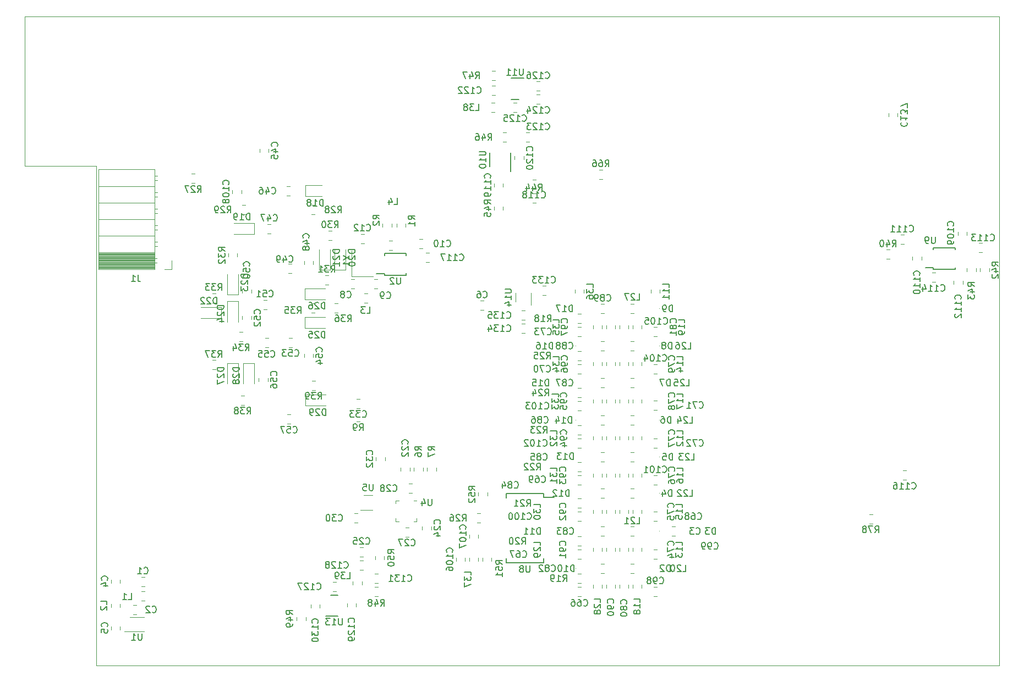
<source format=gbr>
%TF.GenerationSoftware,KiCad,Pcbnew,(5.1.2-1)-1*%
%TF.CreationDate,2019-08-24T23:22:50-04:00*%
%TF.ProjectId,ADIMB,4144494d-422e-46b6-9963-61645f706362,rev?*%
%TF.SameCoordinates,Original*%
%TF.FileFunction,Legend,Bot*%
%TF.FilePolarity,Positive*%
%FSLAX46Y46*%
G04 Gerber Fmt 4.6, Leading zero omitted, Abs format (unit mm)*
G04 Created by KiCad (PCBNEW (5.1.2-1)-1) date 2019-08-24 23:22:50*
%MOMM*%
%LPD*%
G04 APERTURE LIST*
%ADD10C,0.050000*%
%ADD11C,0.120000*%
%ADD12C,0.150000*%
%ADD13C,0.100000*%
G04 APERTURE END LIST*
D10*
X61000000Y-120000000D02*
X200000000Y-120000000D01*
X61000000Y-43000000D02*
X61000000Y-120000000D01*
X50000000Y-43000000D02*
X61000000Y-43000000D01*
X50000000Y-20000000D02*
X50000000Y-43000000D01*
X200000000Y-20000000D02*
X200000000Y-120000000D01*
X50000000Y-20000000D02*
X200000000Y-20000000D01*
D11*
X179954422Y-96699000D02*
X180471578Y-96699000D01*
X179954422Y-98119000D02*
X180471578Y-98119000D01*
X93242000Y-47713000D02*
X95792000Y-47713000D01*
X93242000Y-46013000D02*
X95792000Y-46013000D01*
X93242000Y-47713000D02*
X93242000Y-46013000D01*
X93223000Y-79971000D02*
X96373000Y-79971000D01*
X93223000Y-78271000D02*
X96373000Y-78271000D01*
X93223000Y-79971000D02*
X93223000Y-78271000D01*
X83605000Y-73411000D02*
X83605000Y-76561000D01*
X85305000Y-73411000D02*
X85305000Y-76561000D01*
X83605000Y-73411000D02*
X85305000Y-73411000D01*
X81192000Y-73411000D02*
X81192000Y-76561000D01*
X82892000Y-73411000D02*
X82892000Y-76561000D01*
X81192000Y-73411000D02*
X82892000Y-73411000D01*
X93096000Y-63588000D02*
X96246000Y-63588000D01*
X93096000Y-61888000D02*
X96246000Y-61888000D01*
X93096000Y-63588000D02*
X93096000Y-61888000D01*
X93096000Y-68033000D02*
X96246000Y-68033000D01*
X93096000Y-66333000D02*
X96246000Y-66333000D01*
X93096000Y-68033000D02*
X93096000Y-66333000D01*
X81192000Y-63886000D02*
X81192000Y-67036000D01*
X82892000Y-63886000D02*
X82892000Y-67036000D01*
X81192000Y-63886000D02*
X82892000Y-63886000D01*
X82892000Y-62860000D02*
X82892000Y-59710000D01*
X81192000Y-62860000D02*
X81192000Y-59710000D01*
X82892000Y-62860000D02*
X81192000Y-62860000D01*
X80259000Y-64809000D02*
X77109000Y-64809000D01*
X80259000Y-66509000D02*
X77109000Y-66509000D01*
X80259000Y-64809000D02*
X80259000Y-66509000D01*
X96989000Y-59050000D02*
X96989000Y-55900000D01*
X95289000Y-59050000D02*
X95289000Y-55900000D01*
X96989000Y-59050000D02*
X95289000Y-59050000D01*
X99402000Y-59050000D02*
X99402000Y-55900000D01*
X97702000Y-59050000D02*
X97702000Y-55900000D01*
X99402000Y-59050000D02*
X97702000Y-59050000D01*
X85339000Y-51855000D02*
X82189000Y-51855000D01*
X85339000Y-53555000D02*
X82189000Y-53555000D01*
X85339000Y-51855000D02*
X85339000Y-53555000D01*
X138942578Y-45033000D02*
X138425422Y-45033000D01*
X138942578Y-43613000D02*
X138425422Y-43613000D01*
X123646000Y-49271422D02*
X123646000Y-49788578D01*
X122226000Y-49271422D02*
X122226000Y-49788578D01*
X182932000Y-35437578D02*
X182932000Y-34920422D01*
X184352000Y-35437578D02*
X184352000Y-34920422D01*
X125586000Y-63946000D02*
X125586000Y-62546000D01*
X127906000Y-62546000D02*
X127906000Y-64446000D01*
D12*
X96313000Y-112369000D02*
X98238000Y-112369000D01*
X97088000Y-109119000D02*
X98238000Y-109119000D01*
D11*
X121233000Y-93340422D02*
X121233000Y-93857578D01*
X119813000Y-93340422D02*
X119813000Y-93857578D01*
X121868000Y-103373422D02*
X121868000Y-103890578D01*
X120448000Y-103373422D02*
X120448000Y-103890578D01*
X105358000Y-103119422D02*
X105358000Y-103636578D01*
X103938000Y-103119422D02*
X103938000Y-103636578D01*
X91873000Y-113034578D02*
X91873000Y-112517422D01*
X93293000Y-113034578D02*
X93293000Y-112517422D01*
X104398578Y-109295000D02*
X103881422Y-109295000D01*
X104398578Y-107875000D02*
X103881422Y-107875000D01*
X100509000Y-107573578D02*
X100509000Y-107056422D01*
X101929000Y-107573578D02*
X101929000Y-107056422D01*
X126487422Y-65330000D02*
X127004578Y-65330000D01*
X126487422Y-66750000D02*
X127004578Y-66750000D01*
X126487422Y-67362000D02*
X127004578Y-67362000D01*
X126487422Y-68782000D02*
X127004578Y-68782000D01*
X129662422Y-61520000D02*
X130179578Y-61520000D01*
X129662422Y-62940000D02*
X130179578Y-62940000D01*
X104398578Y-107263000D02*
X103881422Y-107263000D01*
X104398578Y-105843000D02*
X103881422Y-105843000D01*
X95452000Y-110612422D02*
X95452000Y-111129578D01*
X94032000Y-110612422D02*
X94032000Y-111129578D01*
X99620000Y-110954078D02*
X99620000Y-110436922D01*
X101040000Y-110954078D02*
X101040000Y-110436922D01*
X102112578Y-105231000D02*
X101595422Y-105231000D01*
X102112578Y-103811000D02*
X101595422Y-103811000D01*
X97404422Y-107113000D02*
X97921578Y-107113000D01*
X97404422Y-108533000D02*
X97921578Y-108533000D01*
X120654578Y-65226000D02*
X120137422Y-65226000D01*
X120654578Y-63806000D02*
X120137422Y-63806000D01*
X86158000Y-40898578D02*
X86158000Y-40381422D01*
X87578000Y-40898578D02*
X87578000Y-40381422D01*
D12*
X126826000Y-29490000D02*
X124901000Y-29490000D01*
X126051000Y-32740000D02*
X124901000Y-32740000D01*
X124815000Y-43862000D02*
X124815000Y-40987000D01*
X121565000Y-43087000D02*
X121565000Y-40987000D01*
D11*
X121915422Y-28373000D02*
X122432578Y-28373000D01*
X121915422Y-29793000D02*
X122432578Y-29793000D01*
X124083578Y-39318000D02*
X123566422Y-39318000D01*
X124083578Y-37898000D02*
X123566422Y-37898000D01*
X128655578Y-48716000D02*
X128138422Y-48716000D01*
X128655578Y-47296000D02*
X128138422Y-47296000D01*
X122305578Y-34746000D02*
X121788422Y-34746000D01*
X122305578Y-33326000D02*
X121788422Y-33326000D01*
X129290578Y-31444000D02*
X128773422Y-31444000D01*
X129290578Y-30024000D02*
X128773422Y-30024000D01*
X125217422Y-33326000D02*
X125734578Y-33326000D01*
X125217422Y-34746000D02*
X125734578Y-34746000D01*
X128773422Y-32056000D02*
X129290578Y-32056000D01*
X128773422Y-33476000D02*
X129290578Y-33476000D01*
X127639578Y-39318000D02*
X127122422Y-39318000D01*
X127639578Y-37898000D02*
X127122422Y-37898000D01*
X121915422Y-30659000D02*
X122432578Y-30659000D01*
X121915422Y-32079000D02*
X122432578Y-32079000D01*
X126821000Y-41524422D02*
X126821000Y-42041578D01*
X125401000Y-41524422D02*
X125401000Y-42041578D01*
X123646000Y-45715422D02*
X123646000Y-46232578D01*
X122226000Y-45715422D02*
X122226000Y-46232578D01*
X128138422Y-45137000D02*
X128655578Y-45137000D01*
X128138422Y-46557000D02*
X128655578Y-46557000D01*
X112272578Y-57860000D02*
X111755422Y-57860000D01*
X112272578Y-56440000D02*
X111755422Y-56440000D01*
X185161422Y-89968000D02*
X185678578Y-89968000D01*
X185161422Y-91388000D02*
X185678578Y-91388000D01*
D12*
X189841000Y-58727000D02*
X188616000Y-58727000D01*
X189841000Y-55602000D02*
X193191000Y-55602000D01*
X189841000Y-58952000D02*
X193191000Y-58952000D01*
X189841000Y-55602000D02*
X189841000Y-55902000D01*
X193191000Y-55602000D02*
X193191000Y-55902000D01*
X193191000Y-58952000D02*
X193191000Y-58652000D01*
X189841000Y-58952000D02*
X189841000Y-58727000D01*
D11*
X194997000Y-59313578D02*
X194997000Y-58796422D01*
X196417000Y-59313578D02*
X196417000Y-58796422D01*
X197029000Y-59313578D02*
X197029000Y-58796422D01*
X198449000Y-59313578D02*
X198449000Y-58796422D01*
X183138578Y-57352000D02*
X182621422Y-57352000D01*
X183138578Y-55932000D02*
X182621422Y-55932000D01*
X189606422Y-59488000D02*
X190123578Y-59488000D01*
X189606422Y-60908000D02*
X190123578Y-60908000D01*
X196845422Y-54916000D02*
X197362578Y-54916000D01*
X196845422Y-56336000D02*
X197362578Y-56336000D01*
X194385000Y-60701422D02*
X194385000Y-61218578D01*
X192965000Y-60701422D02*
X192965000Y-61218578D01*
X185297578Y-55066000D02*
X184780422Y-55066000D01*
X185297578Y-53646000D02*
X184780422Y-53646000D01*
X188035000Y-57018422D02*
X188035000Y-57535578D01*
X186615000Y-57018422D02*
X186615000Y-57535578D01*
X193600000Y-53725578D02*
X193600000Y-53208422D01*
X195020000Y-53725578D02*
X195020000Y-53208422D01*
X94229422Y-76125000D02*
X94746578Y-76125000D01*
X94229422Y-77545000D02*
X94746578Y-77545000D01*
X83307422Y-78411000D02*
X83824578Y-78411000D01*
X83307422Y-79831000D02*
X83824578Y-79831000D01*
X79379578Y-74370000D02*
X78862422Y-74370000D01*
X79379578Y-72950000D02*
X78862422Y-72950000D01*
X98175578Y-65607000D02*
X97658422Y-65607000D01*
X98175578Y-64187000D02*
X97658422Y-64187000D01*
X94102422Y-64187000D02*
X94619578Y-64187000D01*
X94102422Y-65607000D02*
X94619578Y-65607000D01*
X83053422Y-68632000D02*
X83570578Y-68632000D01*
X83053422Y-70052000D02*
X83570578Y-70052000D01*
X79379578Y-64083000D02*
X78862422Y-64083000D01*
X79379578Y-62663000D02*
X78862422Y-62663000D01*
X82752000Y-56510422D02*
X82752000Y-57027578D01*
X81332000Y-56510422D02*
X81332000Y-57027578D01*
X96778578Y-61289000D02*
X96261422Y-61289000D01*
X96778578Y-59869000D02*
X96261422Y-59869000D01*
X97286578Y-54431000D02*
X96769422Y-54431000D01*
X97286578Y-53011000D02*
X96769422Y-53011000D01*
X83951578Y-50494000D02*
X83434422Y-50494000D01*
X83951578Y-49074000D02*
X83434422Y-49074000D01*
X94102422Y-49074000D02*
X94619578Y-49074000D01*
X94102422Y-50494000D02*
X94619578Y-50494000D01*
X75687422Y-44248000D02*
X76204578Y-44248000D01*
X75687422Y-45668000D02*
X76204578Y-45668000D01*
X83387000Y-46731422D02*
X83387000Y-47248578D01*
X81967000Y-46731422D02*
X81967000Y-47248578D01*
D12*
X129875000Y-94056000D02*
X131475000Y-94056000D01*
X129875000Y-104131000D02*
X124125000Y-104131000D01*
X129875000Y-93481000D02*
X124125000Y-93481000D01*
X129875000Y-104131000D02*
X129875000Y-103481000D01*
X124125000Y-104131000D02*
X124125000Y-103481000D01*
X124125000Y-93481000D02*
X124125000Y-94131000D01*
X129875000Y-93481000D02*
X129875000Y-94056000D01*
D11*
X120146578Y-97992000D02*
X119629422Y-97992000D01*
X120146578Y-96572000D02*
X119629422Y-96572000D01*
X135640578Y-72973000D02*
X135123422Y-72973000D01*
X135640578Y-71553000D02*
X135123422Y-71553000D01*
X135640578Y-78688000D02*
X135123422Y-78688000D01*
X135640578Y-77268000D02*
X135123422Y-77268000D01*
X135640578Y-84403000D02*
X135123422Y-84403000D01*
X135640578Y-82983000D02*
X135123422Y-82983000D01*
X135640578Y-90118000D02*
X135123422Y-90118000D01*
X135640578Y-88698000D02*
X135123422Y-88698000D01*
X135640578Y-95706000D02*
X135123422Y-95706000D01*
X135640578Y-94286000D02*
X135123422Y-94286000D01*
X135640578Y-101548000D02*
X135123422Y-101548000D01*
X135640578Y-100128000D02*
X135123422Y-100128000D01*
X135640578Y-107263000D02*
X135123422Y-107263000D01*
X135640578Y-105843000D02*
X135123422Y-105843000D01*
X135640578Y-67258000D02*
X135123422Y-67258000D01*
X135640578Y-65838000D02*
X135123422Y-65838000D01*
X118416000Y-103890578D02*
X118416000Y-103373422D01*
X119836000Y-103890578D02*
X119836000Y-103373422D01*
X134672000Y-62615578D02*
X134672000Y-62098422D01*
X136092000Y-62615578D02*
X136092000Y-62098422D01*
X138886000Y-67559422D02*
X138886000Y-68076578D01*
X137466000Y-67559422D02*
X137466000Y-68076578D01*
X138886000Y-73274422D02*
X138886000Y-73791578D01*
X137466000Y-73274422D02*
X137466000Y-73791578D01*
X138886000Y-78989422D02*
X138886000Y-79506578D01*
X137466000Y-78989422D02*
X137466000Y-79506578D01*
X138886000Y-84704422D02*
X138886000Y-85221578D01*
X137466000Y-84704422D02*
X137466000Y-85221578D01*
X138886000Y-90419422D02*
X138886000Y-90936578D01*
X137466000Y-90419422D02*
X137466000Y-90936578D01*
X138886000Y-96007422D02*
X138886000Y-96524578D01*
X137466000Y-96007422D02*
X137466000Y-96524578D01*
X138886000Y-101849422D02*
X138886000Y-102366578D01*
X137466000Y-101849422D02*
X137466000Y-102366578D01*
X138886000Y-107564422D02*
X138886000Y-108081578D01*
X137466000Y-107564422D02*
X137466000Y-108081578D01*
X143251422Y-64314000D02*
X143768578Y-64314000D01*
X143251422Y-65734000D02*
X143768578Y-65734000D01*
X143768578Y-71449000D02*
X143251422Y-71449000D01*
X143768578Y-70029000D02*
X143251422Y-70029000D01*
X143251422Y-75744000D02*
X143768578Y-75744000D01*
X143251422Y-77164000D02*
X143768578Y-77164000D01*
X143251422Y-81459000D02*
X143768578Y-81459000D01*
X143251422Y-82879000D02*
X143768578Y-82879000D01*
X143251422Y-87174000D02*
X143768578Y-87174000D01*
X143251422Y-88594000D02*
X143768578Y-88594000D01*
X143251422Y-92762000D02*
X143768578Y-92762000D01*
X143251422Y-94182000D02*
X143768578Y-94182000D01*
X143768578Y-100024000D02*
X143251422Y-100024000D01*
X143768578Y-98604000D02*
X143251422Y-98604000D01*
X143768578Y-105739000D02*
X143251422Y-105739000D01*
X143768578Y-104319000D02*
X143251422Y-104319000D01*
X144982000Y-67559422D02*
X144982000Y-68076578D01*
X143562000Y-67559422D02*
X143562000Y-68076578D01*
X144982000Y-107564422D02*
X144982000Y-108081578D01*
X143562000Y-107564422D02*
X143562000Y-108081578D01*
X144982000Y-78989422D02*
X144982000Y-79506578D01*
X143562000Y-78989422D02*
X143562000Y-79506578D01*
X144982000Y-90419422D02*
X144982000Y-90936578D01*
X143562000Y-90419422D02*
X143562000Y-90936578D01*
X144982000Y-96007422D02*
X144982000Y-96524578D01*
X143562000Y-96007422D02*
X143562000Y-96524578D01*
X143562000Y-73791578D02*
X143562000Y-73274422D01*
X144982000Y-73791578D02*
X144982000Y-73274422D01*
X144982000Y-101849422D02*
X144982000Y-102366578D01*
X143562000Y-101849422D02*
X143562000Y-102366578D01*
X144982000Y-84704422D02*
X144982000Y-85221578D01*
X143562000Y-84704422D02*
X143562000Y-85221578D01*
X146356000Y-62615578D02*
X146356000Y-62098422D01*
X147776000Y-62615578D02*
X147776000Y-62098422D01*
D13*
X134850000Y-65024000D02*
G75*
G03X134850000Y-65024000I-50000J0D01*
G01*
X134850000Y-70739000D02*
G75*
G03X134850000Y-70739000I-50000J0D01*
G01*
X134850000Y-76454000D02*
G75*
G03X134850000Y-76454000I-50000J0D01*
G01*
X134850000Y-82169000D02*
G75*
G03X134850000Y-82169000I-50000J0D01*
G01*
X134850000Y-87884000D02*
G75*
G03X134850000Y-87884000I-50000J0D01*
G01*
X134850000Y-93472000D02*
G75*
G03X134850000Y-93472000I-50000J0D01*
G01*
X134850000Y-99314000D02*
G75*
G03X134850000Y-99314000I-50000J0D01*
G01*
X134850000Y-105029000D02*
G75*
G03X134850000Y-105029000I-50000J0D01*
G01*
X147698000Y-65024000D02*
G75*
G03X147698000Y-65024000I-50000J0D01*
G01*
X147698000Y-70739000D02*
G75*
G03X147698000Y-70739000I-50000J0D01*
G01*
X147675000Y-76454000D02*
G75*
G03X147675000Y-76454000I-50000J0D01*
G01*
X147698000Y-82169000D02*
G75*
G03X147698000Y-82169000I-50000J0D01*
G01*
X147698000Y-87884000D02*
G75*
G03X147698000Y-87884000I-50000J0D01*
G01*
X147698000Y-93472000D02*
G75*
G03X147698000Y-93472000I-50000J0D01*
G01*
X147698000Y-99314000D02*
G75*
G03X147698000Y-99314000I-50000J0D01*
G01*
X147698000Y-105029000D02*
G75*
G03X147698000Y-105029000I-50000J0D01*
G01*
D11*
X119836000Y-99817422D02*
X119836000Y-100334578D01*
X118416000Y-99817422D02*
X118416000Y-100334578D01*
X117804000Y-103373422D02*
X117804000Y-103890578D01*
X116384000Y-103373422D02*
X116384000Y-103890578D01*
X147324578Y-69290000D02*
X146807422Y-69290000D01*
X147324578Y-67870000D02*
X146807422Y-67870000D01*
X147324578Y-75005000D02*
X146807422Y-75005000D01*
X147324578Y-73585000D02*
X146807422Y-73585000D01*
X135123422Y-79300000D02*
X135640578Y-79300000D01*
X135123422Y-80720000D02*
X135640578Y-80720000D01*
X135123422Y-85015000D02*
X135640578Y-85015000D01*
X135123422Y-86435000D02*
X135640578Y-86435000D01*
X147324578Y-92150000D02*
X146807422Y-92150000D01*
X147324578Y-90730000D02*
X146807422Y-90730000D01*
X135123422Y-96318000D02*
X135640578Y-96318000D01*
X135123422Y-97738000D02*
X135640578Y-97738000D01*
X147324578Y-103580000D02*
X146807422Y-103580000D01*
X147324578Y-102160000D02*
X146807422Y-102160000D01*
X147324578Y-109295000D02*
X146807422Y-109295000D01*
X147324578Y-107875000D02*
X146807422Y-107875000D01*
X140918000Y-67559422D02*
X140918000Y-68076578D01*
X139498000Y-67559422D02*
X139498000Y-68076578D01*
X140918000Y-73274422D02*
X140918000Y-73791578D01*
X139498000Y-73274422D02*
X139498000Y-73791578D01*
X140918000Y-78989422D02*
X140918000Y-79506578D01*
X139498000Y-78989422D02*
X139498000Y-79506578D01*
X140918000Y-84704422D02*
X140918000Y-85221578D01*
X139498000Y-84704422D02*
X139498000Y-85221578D01*
X140918000Y-90419422D02*
X140918000Y-90936578D01*
X139498000Y-90419422D02*
X139498000Y-90936578D01*
X140918000Y-96007422D02*
X140918000Y-96524578D01*
X139498000Y-96007422D02*
X139498000Y-96524578D01*
X140918000Y-101849422D02*
X140918000Y-102366578D01*
X139498000Y-101849422D02*
X139498000Y-102366578D01*
X140918000Y-107564422D02*
X140918000Y-108081578D01*
X139498000Y-107564422D02*
X139498000Y-108081578D01*
X138679422Y-64314000D02*
X139196578Y-64314000D01*
X138679422Y-65734000D02*
X139196578Y-65734000D01*
X138679422Y-70029000D02*
X139196578Y-70029000D01*
X138679422Y-71449000D02*
X139196578Y-71449000D01*
X138679422Y-75744000D02*
X139196578Y-75744000D01*
X138679422Y-77164000D02*
X139196578Y-77164000D01*
X138679422Y-81459000D02*
X139196578Y-81459000D01*
X138679422Y-82879000D02*
X139196578Y-82879000D01*
X138679422Y-87174000D02*
X139196578Y-87174000D01*
X138679422Y-88594000D02*
X139196578Y-88594000D01*
X138679422Y-92762000D02*
X139196578Y-92762000D01*
X138679422Y-94182000D02*
X139196578Y-94182000D01*
X138679422Y-98604000D02*
X139196578Y-98604000D01*
X138679422Y-100024000D02*
X139196578Y-100024000D01*
X138679422Y-104319000D02*
X139196578Y-104319000D01*
X138679422Y-105739000D02*
X139196578Y-105739000D01*
X142950000Y-67559422D02*
X142950000Y-68076578D01*
X141530000Y-67559422D02*
X141530000Y-68076578D01*
X142950000Y-107564422D02*
X142950000Y-108081578D01*
X141530000Y-107564422D02*
X141530000Y-108081578D01*
X142950000Y-73274422D02*
X142950000Y-73791578D01*
X141530000Y-73274422D02*
X141530000Y-73791578D01*
X142950000Y-78989422D02*
X142950000Y-79506578D01*
X141530000Y-78989422D02*
X141530000Y-79506578D01*
X142950000Y-84704422D02*
X142950000Y-85221578D01*
X141530000Y-84704422D02*
X141530000Y-85221578D01*
X142950000Y-90419422D02*
X142950000Y-90936578D01*
X141530000Y-90419422D02*
X141530000Y-90936578D01*
X142950000Y-96007422D02*
X142950000Y-96524578D01*
X141530000Y-96007422D02*
X141530000Y-96524578D01*
X142950000Y-101849422D02*
X142950000Y-102366578D01*
X141530000Y-101849422D02*
X141530000Y-102366578D01*
X135640578Y-69290000D02*
X135123422Y-69290000D01*
X135640578Y-67870000D02*
X135123422Y-67870000D01*
X146807422Y-85015000D02*
X147324578Y-85015000D01*
X146807422Y-86435000D02*
X147324578Y-86435000D01*
X146807422Y-79173000D02*
X147324578Y-79173000D01*
X146807422Y-80593000D02*
X147324578Y-80593000D01*
X135640578Y-75005000D02*
X135123422Y-75005000D01*
X135640578Y-73585000D02*
X135123422Y-73585000D01*
X135640578Y-92150000D02*
X135123422Y-92150000D01*
X135640578Y-90730000D02*
X135123422Y-90730000D01*
X146807422Y-96318000D02*
X147324578Y-96318000D01*
X146807422Y-97738000D02*
X147324578Y-97738000D01*
X135640578Y-103580000D02*
X135123422Y-103580000D01*
X135640578Y-102160000D02*
X135123422Y-102160000D01*
X135640578Y-109295000D02*
X135123422Y-109295000D01*
X135640578Y-107875000D02*
X135123422Y-107875000D01*
X149601422Y-98604000D02*
X150118578Y-98604000D01*
X149601422Y-100024000D02*
X150118578Y-100024000D01*
X109851000Y-94553000D02*
X110326000Y-94553000D01*
X107106000Y-97773000D02*
X107106000Y-97298000D01*
X107581000Y-97773000D02*
X107106000Y-97773000D01*
X110326000Y-97773000D02*
X110326000Y-97298000D01*
X109851000Y-97773000D02*
X110326000Y-97773000D01*
X107106000Y-94553000D02*
X107106000Y-95028000D01*
X107581000Y-94553000D02*
X107106000Y-94553000D01*
X111939000Y-90047578D02*
X111939000Y-89530422D01*
X113359000Y-90047578D02*
X113359000Y-89530422D01*
X111327000Y-89530422D02*
X111327000Y-90047578D01*
X109907000Y-89530422D02*
X109907000Y-90047578D01*
X109088422Y-92000000D02*
X109605578Y-92000000D01*
X109088422Y-93420000D02*
X109605578Y-93420000D01*
X108580422Y-98731000D02*
X109097578Y-98731000D01*
X108580422Y-100151000D02*
X109097578Y-100151000D01*
X105485000Y-87879422D02*
X105485000Y-88396578D01*
X104065000Y-87879422D02*
X104065000Y-88396578D01*
X111177000Y-99064578D02*
X111177000Y-98547422D01*
X112597000Y-99064578D02*
X112597000Y-98547422D01*
X109295000Y-89530422D02*
X109295000Y-90047578D01*
X107875000Y-89530422D02*
X107875000Y-90047578D01*
X101087422Y-80951000D02*
X101604578Y-80951000D01*
X101087422Y-82371000D02*
X101604578Y-82371000D01*
X64710000Y-106741422D02*
X64710000Y-107258578D01*
X63290000Y-106741422D02*
X63290000Y-107258578D01*
X68457578Y-107771000D02*
X67940422Y-107771000D01*
X68457578Y-106351000D02*
X67940422Y-106351000D01*
X101087422Y-78919000D02*
X101604578Y-78919000D01*
X101087422Y-80339000D02*
X101604578Y-80339000D01*
X71500000Y-58930000D02*
X72610000Y-58930000D01*
X72610000Y-58930000D02*
X72610000Y-57600000D01*
X61410000Y-58930000D02*
X61410000Y-43570000D01*
X61410000Y-43570000D02*
X70040000Y-43570000D01*
X70040000Y-58930000D02*
X70040000Y-43570000D01*
X61410000Y-58930000D02*
X70040000Y-58930000D01*
X61410000Y-46170000D02*
X70040000Y-46170000D01*
X61410000Y-48710000D02*
X70040000Y-48710000D01*
X61410000Y-51250000D02*
X70040000Y-51250000D01*
X61410000Y-53790000D02*
X70040000Y-53790000D01*
X61410000Y-56330000D02*
X70040000Y-56330000D01*
X70040000Y-44540000D02*
X70450000Y-44540000D01*
X70040000Y-45260000D02*
X70450000Y-45260000D01*
X70040000Y-47080000D02*
X70450000Y-47080000D01*
X70040000Y-47800000D02*
X70450000Y-47800000D01*
X70040000Y-49620000D02*
X70450000Y-49620000D01*
X70040000Y-50340000D02*
X70450000Y-50340000D01*
X70040000Y-52160000D02*
X70450000Y-52160000D01*
X70040000Y-52880000D02*
X70450000Y-52880000D01*
X70040000Y-54700000D02*
X70450000Y-54700000D01*
X70040000Y-55420000D02*
X70450000Y-55420000D01*
X70040000Y-57240000D02*
X70390000Y-57240000D01*
X70040000Y-57960000D02*
X70390000Y-57960000D01*
X61410000Y-56448100D02*
X70040000Y-56448100D01*
X61410000Y-56566195D02*
X70040000Y-56566195D01*
X61410000Y-56684290D02*
X70040000Y-56684290D01*
X61410000Y-56802385D02*
X70040000Y-56802385D01*
X61410000Y-56920480D02*
X70040000Y-56920480D01*
X61410000Y-57038575D02*
X70040000Y-57038575D01*
X61410000Y-57156670D02*
X70040000Y-57156670D01*
X61410000Y-57274765D02*
X70040000Y-57274765D01*
X61410000Y-57392860D02*
X70040000Y-57392860D01*
X61410000Y-57510955D02*
X70040000Y-57510955D01*
X61410000Y-57629050D02*
X70040000Y-57629050D01*
X61410000Y-57747145D02*
X70040000Y-57747145D01*
X61410000Y-57865240D02*
X70040000Y-57865240D01*
X61410000Y-57983335D02*
X70040000Y-57983335D01*
X61410000Y-58101430D02*
X70040000Y-58101430D01*
X61410000Y-58219525D02*
X70040000Y-58219525D01*
X61410000Y-58337620D02*
X70040000Y-58337620D01*
X61410000Y-58455715D02*
X70040000Y-58455715D01*
X61410000Y-58573810D02*
X70040000Y-58573810D01*
X61410000Y-58691905D02*
X70040000Y-58691905D01*
X61410000Y-58810000D02*
X70040000Y-58810000D01*
X100715578Y-61924000D02*
X100198422Y-61924000D01*
X100715578Y-60504000D02*
X100198422Y-60504000D01*
X100331000Y-60039000D02*
X100331000Y-56039000D01*
X103631000Y-60039000D02*
X100331000Y-60039000D01*
X102170000Y-93709000D02*
X103570000Y-93709000D01*
X103570000Y-96029000D02*
X101670000Y-96029000D01*
X100706422Y-96572000D02*
X101223578Y-96572000D01*
X100706422Y-97992000D02*
X101223578Y-97992000D01*
X90419422Y-81332000D02*
X90936578Y-81332000D01*
X90419422Y-82752000D02*
X90936578Y-82752000D01*
X86031000Y-76204578D02*
X86031000Y-75687422D01*
X87451000Y-76204578D02*
X87451000Y-75687422D01*
X87507578Y-70941000D02*
X86990422Y-70941000D01*
X87507578Y-69521000D02*
X86990422Y-69521000D01*
X93016000Y-72521578D02*
X93016000Y-72004422D01*
X94436000Y-72521578D02*
X94436000Y-72004422D01*
X90673422Y-69521000D02*
X91190578Y-69521000D01*
X90673422Y-70941000D02*
X91190578Y-70941000D01*
X87253578Y-65099000D02*
X86736422Y-65099000D01*
X87253578Y-63679000D02*
X86736422Y-63679000D01*
X83491000Y-62615578D02*
X83491000Y-62098422D01*
X84911000Y-62615578D02*
X84911000Y-62098422D01*
X83491000Y-66679578D02*
X83491000Y-66162422D01*
X84911000Y-66679578D02*
X84911000Y-66162422D01*
X90546422Y-58091000D02*
X91063578Y-58091000D01*
X90546422Y-59511000D02*
X91063578Y-59511000D01*
X93016000Y-58170578D02*
X93016000Y-57653422D01*
X94436000Y-58170578D02*
X94436000Y-57653422D01*
X87888578Y-53415000D02*
X87371422Y-53415000D01*
X87888578Y-51995000D02*
X87371422Y-51995000D01*
X90292422Y-46153000D02*
X90809578Y-46153000D01*
X90292422Y-47573000D02*
X90809578Y-47573000D01*
X102112578Y-103199000D02*
X101595422Y-103199000D01*
X102112578Y-101779000D02*
X101595422Y-101779000D01*
X68400000Y-114700000D02*
X65400000Y-114700000D01*
X68400000Y-112500000D02*
X66200000Y-112500000D01*
X106501000Y-51938422D02*
X106501000Y-52455578D01*
X105081000Y-51938422D02*
X105081000Y-52455578D01*
X107240000Y-52455578D02*
X107240000Y-51938422D01*
X108660000Y-52455578D02*
X108660000Y-51938422D01*
X106557578Y-55955000D02*
X106040422Y-55955000D01*
X106557578Y-54535000D02*
X106040422Y-54535000D01*
X102747578Y-64083000D02*
X102230422Y-64083000D01*
X102747578Y-62663000D02*
X102230422Y-62663000D01*
X63298000Y-111002578D02*
X63298000Y-110485422D01*
X64718000Y-111002578D02*
X64718000Y-110485422D01*
X67941422Y-108590000D02*
X68458578Y-108590000D01*
X67941422Y-110010000D02*
X68458578Y-110010000D01*
X110739422Y-54281000D02*
X111256578Y-54281000D01*
X110739422Y-55701000D02*
X111256578Y-55701000D01*
X101722422Y-53519000D02*
X102239578Y-53519000D01*
X101722422Y-54939000D02*
X102239578Y-54939000D01*
X104271578Y-61924000D02*
X103754422Y-61924000D01*
X104271578Y-60504000D02*
X103754422Y-60504000D01*
X63290000Y-114458578D02*
X63290000Y-113941422D01*
X64710000Y-114458578D02*
X64710000Y-113941422D01*
X67258578Y-112110000D02*
X66741422Y-112110000D01*
X67258578Y-110690000D02*
X66741422Y-110690000D01*
D12*
X105386000Y-59616000D02*
X104161000Y-59616000D01*
X105386000Y-56491000D02*
X108736000Y-56491000D01*
X105386000Y-59841000D02*
X108736000Y-59841000D01*
X105386000Y-56491000D02*
X105386000Y-56791000D01*
X108736000Y-56491000D02*
X108736000Y-56791000D01*
X108736000Y-59841000D02*
X108736000Y-59541000D01*
X105386000Y-59841000D02*
X105386000Y-59616000D01*
X180855857Y-99511380D02*
X181189190Y-99035190D01*
X181427285Y-99511380D02*
X181427285Y-98511380D01*
X181046333Y-98511380D01*
X180951095Y-98559000D01*
X180903476Y-98606619D01*
X180855857Y-98701857D01*
X180855857Y-98844714D01*
X180903476Y-98939952D01*
X180951095Y-98987571D01*
X181046333Y-99035190D01*
X181427285Y-99035190D01*
X180522523Y-98511380D02*
X179855857Y-98511380D01*
X180284428Y-99511380D01*
X179332047Y-98939952D02*
X179427285Y-98892333D01*
X179474904Y-98844714D01*
X179522523Y-98749476D01*
X179522523Y-98701857D01*
X179474904Y-98606619D01*
X179427285Y-98559000D01*
X179332047Y-98511380D01*
X179141571Y-98511380D01*
X179046333Y-98559000D01*
X178998714Y-98606619D01*
X178951095Y-98701857D01*
X178951095Y-98749476D01*
X178998714Y-98844714D01*
X179046333Y-98892333D01*
X179141571Y-98939952D01*
X179332047Y-98939952D01*
X179427285Y-98987571D01*
X179474904Y-99035190D01*
X179522523Y-99130428D01*
X179522523Y-99320904D01*
X179474904Y-99416142D01*
X179427285Y-99463761D01*
X179332047Y-99511380D01*
X179141571Y-99511380D01*
X179046333Y-99463761D01*
X178998714Y-99416142D01*
X178951095Y-99320904D01*
X178951095Y-99130428D01*
X178998714Y-99035190D01*
X179046333Y-98987571D01*
X179141571Y-98939952D01*
X95956285Y-49165380D02*
X95956285Y-48165380D01*
X95718190Y-48165380D01*
X95575333Y-48213000D01*
X95480095Y-48308238D01*
X95432476Y-48403476D01*
X95384857Y-48593952D01*
X95384857Y-48736809D01*
X95432476Y-48927285D01*
X95480095Y-49022523D01*
X95575333Y-49117761D01*
X95718190Y-49165380D01*
X95956285Y-49165380D01*
X94432476Y-49165380D02*
X95003904Y-49165380D01*
X94718190Y-49165380D02*
X94718190Y-48165380D01*
X94813428Y-48308238D01*
X94908666Y-48403476D01*
X95003904Y-48451095D01*
X93861047Y-48593952D02*
X93956285Y-48546333D01*
X94003904Y-48498714D01*
X94051523Y-48403476D01*
X94051523Y-48355857D01*
X94003904Y-48260619D01*
X93956285Y-48213000D01*
X93861047Y-48165380D01*
X93670571Y-48165380D01*
X93575333Y-48213000D01*
X93527714Y-48260619D01*
X93480095Y-48355857D01*
X93480095Y-48403476D01*
X93527714Y-48498714D01*
X93575333Y-48546333D01*
X93670571Y-48593952D01*
X93861047Y-48593952D01*
X93956285Y-48641571D01*
X94003904Y-48689190D01*
X94051523Y-48784428D01*
X94051523Y-48974904D01*
X94003904Y-49070142D01*
X93956285Y-49117761D01*
X93861047Y-49165380D01*
X93670571Y-49165380D01*
X93575333Y-49117761D01*
X93527714Y-49070142D01*
X93480095Y-48974904D01*
X93480095Y-48784428D01*
X93527714Y-48689190D01*
X93575333Y-48641571D01*
X93670571Y-48593952D01*
X96337285Y-81423380D02*
X96337285Y-80423380D01*
X96099190Y-80423380D01*
X95956333Y-80471000D01*
X95861095Y-80566238D01*
X95813476Y-80661476D01*
X95765857Y-80851952D01*
X95765857Y-80994809D01*
X95813476Y-81185285D01*
X95861095Y-81280523D01*
X95956333Y-81375761D01*
X96099190Y-81423380D01*
X96337285Y-81423380D01*
X95384904Y-80518619D02*
X95337285Y-80471000D01*
X95242047Y-80423380D01*
X95003952Y-80423380D01*
X94908714Y-80471000D01*
X94861095Y-80518619D01*
X94813476Y-80613857D01*
X94813476Y-80709095D01*
X94861095Y-80851952D01*
X95432523Y-81423380D01*
X94813476Y-81423380D01*
X94337285Y-81423380D02*
X94146809Y-81423380D01*
X94051571Y-81375761D01*
X94003952Y-81328142D01*
X93908714Y-81185285D01*
X93861095Y-80994809D01*
X93861095Y-80613857D01*
X93908714Y-80518619D01*
X93956333Y-80471000D01*
X94051571Y-80423380D01*
X94242047Y-80423380D01*
X94337285Y-80471000D01*
X94384904Y-80518619D01*
X94432523Y-80613857D01*
X94432523Y-80851952D01*
X94384904Y-80947190D01*
X94337285Y-80994809D01*
X94242047Y-81042428D01*
X94051571Y-81042428D01*
X93956333Y-80994809D01*
X93908714Y-80947190D01*
X93861095Y-80851952D01*
X83057380Y-74096714D02*
X82057380Y-74096714D01*
X82057380Y-74334809D01*
X82105000Y-74477666D01*
X82200238Y-74572904D01*
X82295476Y-74620523D01*
X82485952Y-74668142D01*
X82628809Y-74668142D01*
X82819285Y-74620523D01*
X82914523Y-74572904D01*
X83009761Y-74477666D01*
X83057380Y-74334809D01*
X83057380Y-74096714D01*
X82152619Y-75049095D02*
X82105000Y-75096714D01*
X82057380Y-75191952D01*
X82057380Y-75430047D01*
X82105000Y-75525285D01*
X82152619Y-75572904D01*
X82247857Y-75620523D01*
X82343095Y-75620523D01*
X82485952Y-75572904D01*
X83057380Y-75001476D01*
X83057380Y-75620523D01*
X82485952Y-76191952D02*
X82438333Y-76096714D01*
X82390714Y-76049095D01*
X82295476Y-76001476D01*
X82247857Y-76001476D01*
X82152619Y-76049095D01*
X82105000Y-76096714D01*
X82057380Y-76191952D01*
X82057380Y-76382428D01*
X82105000Y-76477666D01*
X82152619Y-76525285D01*
X82247857Y-76572904D01*
X82295476Y-76572904D01*
X82390714Y-76525285D01*
X82438333Y-76477666D01*
X82485952Y-76382428D01*
X82485952Y-76191952D01*
X82533571Y-76096714D01*
X82581190Y-76049095D01*
X82676428Y-76001476D01*
X82866904Y-76001476D01*
X82962142Y-76049095D01*
X83009761Y-76096714D01*
X83057380Y-76191952D01*
X83057380Y-76382428D01*
X83009761Y-76477666D01*
X82962142Y-76525285D01*
X82866904Y-76572904D01*
X82676428Y-76572904D01*
X82581190Y-76525285D01*
X82533571Y-76477666D01*
X82485952Y-76382428D01*
X80644380Y-74096714D02*
X79644380Y-74096714D01*
X79644380Y-74334809D01*
X79692000Y-74477666D01*
X79787238Y-74572904D01*
X79882476Y-74620523D01*
X80072952Y-74668142D01*
X80215809Y-74668142D01*
X80406285Y-74620523D01*
X80501523Y-74572904D01*
X80596761Y-74477666D01*
X80644380Y-74334809D01*
X80644380Y-74096714D01*
X79739619Y-75049095D02*
X79692000Y-75096714D01*
X79644380Y-75191952D01*
X79644380Y-75430047D01*
X79692000Y-75525285D01*
X79739619Y-75572904D01*
X79834857Y-75620523D01*
X79930095Y-75620523D01*
X80072952Y-75572904D01*
X80644380Y-75001476D01*
X80644380Y-75620523D01*
X79644380Y-75953857D02*
X79644380Y-76620523D01*
X80644380Y-76191952D01*
X96210285Y-65040380D02*
X96210285Y-64040380D01*
X95972190Y-64040380D01*
X95829333Y-64088000D01*
X95734095Y-64183238D01*
X95686476Y-64278476D01*
X95638857Y-64468952D01*
X95638857Y-64611809D01*
X95686476Y-64802285D01*
X95734095Y-64897523D01*
X95829333Y-64992761D01*
X95972190Y-65040380D01*
X96210285Y-65040380D01*
X95257904Y-64135619D02*
X95210285Y-64088000D01*
X95115047Y-64040380D01*
X94876952Y-64040380D01*
X94781714Y-64088000D01*
X94734095Y-64135619D01*
X94686476Y-64230857D01*
X94686476Y-64326095D01*
X94734095Y-64468952D01*
X95305523Y-65040380D01*
X94686476Y-65040380D01*
X93829333Y-64040380D02*
X94019809Y-64040380D01*
X94115047Y-64088000D01*
X94162666Y-64135619D01*
X94257904Y-64278476D01*
X94305523Y-64468952D01*
X94305523Y-64849904D01*
X94257904Y-64945142D01*
X94210285Y-64992761D01*
X94115047Y-65040380D01*
X93924571Y-65040380D01*
X93829333Y-64992761D01*
X93781714Y-64945142D01*
X93734095Y-64849904D01*
X93734095Y-64611809D01*
X93781714Y-64516571D01*
X93829333Y-64468952D01*
X93924571Y-64421333D01*
X94115047Y-64421333D01*
X94210285Y-64468952D01*
X94257904Y-64516571D01*
X94305523Y-64611809D01*
X96210285Y-69485380D02*
X96210285Y-68485380D01*
X95972190Y-68485380D01*
X95829333Y-68533000D01*
X95734095Y-68628238D01*
X95686476Y-68723476D01*
X95638857Y-68913952D01*
X95638857Y-69056809D01*
X95686476Y-69247285D01*
X95734095Y-69342523D01*
X95829333Y-69437761D01*
X95972190Y-69485380D01*
X96210285Y-69485380D01*
X95257904Y-68580619D02*
X95210285Y-68533000D01*
X95115047Y-68485380D01*
X94876952Y-68485380D01*
X94781714Y-68533000D01*
X94734095Y-68580619D01*
X94686476Y-68675857D01*
X94686476Y-68771095D01*
X94734095Y-68913952D01*
X95305523Y-69485380D01*
X94686476Y-69485380D01*
X93781714Y-68485380D02*
X94257904Y-68485380D01*
X94305523Y-68961571D01*
X94257904Y-68913952D01*
X94162666Y-68866333D01*
X93924571Y-68866333D01*
X93829333Y-68913952D01*
X93781714Y-68961571D01*
X93734095Y-69056809D01*
X93734095Y-69294904D01*
X93781714Y-69390142D01*
X93829333Y-69437761D01*
X93924571Y-69485380D01*
X94162666Y-69485380D01*
X94257904Y-69437761D01*
X94305523Y-69390142D01*
X80644380Y-64571714D02*
X79644380Y-64571714D01*
X79644380Y-64809809D01*
X79692000Y-64952666D01*
X79787238Y-65047904D01*
X79882476Y-65095523D01*
X80072952Y-65143142D01*
X80215809Y-65143142D01*
X80406285Y-65095523D01*
X80501523Y-65047904D01*
X80596761Y-64952666D01*
X80644380Y-64809809D01*
X80644380Y-64571714D01*
X79739619Y-65524095D02*
X79692000Y-65571714D01*
X79644380Y-65666952D01*
X79644380Y-65905047D01*
X79692000Y-66000285D01*
X79739619Y-66047904D01*
X79834857Y-66095523D01*
X79930095Y-66095523D01*
X80072952Y-66047904D01*
X80644380Y-65476476D01*
X80644380Y-66095523D01*
X79977714Y-66952666D02*
X80644380Y-66952666D01*
X79596761Y-66714571D02*
X80311047Y-66476476D01*
X80311047Y-67095523D01*
X84344380Y-59745714D02*
X83344380Y-59745714D01*
X83344380Y-59983809D01*
X83392000Y-60126666D01*
X83487238Y-60221904D01*
X83582476Y-60269523D01*
X83772952Y-60317142D01*
X83915809Y-60317142D01*
X84106285Y-60269523D01*
X84201523Y-60221904D01*
X84296761Y-60126666D01*
X84344380Y-59983809D01*
X84344380Y-59745714D01*
X83439619Y-60698095D02*
X83392000Y-60745714D01*
X83344380Y-60840952D01*
X83344380Y-61079047D01*
X83392000Y-61174285D01*
X83439619Y-61221904D01*
X83534857Y-61269523D01*
X83630095Y-61269523D01*
X83772952Y-61221904D01*
X84344380Y-60650476D01*
X84344380Y-61269523D01*
X83344380Y-61602857D02*
X83344380Y-62221904D01*
X83725333Y-61888571D01*
X83725333Y-62031428D01*
X83772952Y-62126666D01*
X83820571Y-62174285D01*
X83915809Y-62221904D01*
X84153904Y-62221904D01*
X84249142Y-62174285D01*
X84296761Y-62126666D01*
X84344380Y-62031428D01*
X84344380Y-61745714D01*
X84296761Y-61650476D01*
X84249142Y-61602857D01*
X79573285Y-64261380D02*
X79573285Y-63261380D01*
X79335190Y-63261380D01*
X79192333Y-63309000D01*
X79097095Y-63404238D01*
X79049476Y-63499476D01*
X79001857Y-63689952D01*
X79001857Y-63832809D01*
X79049476Y-64023285D01*
X79097095Y-64118523D01*
X79192333Y-64213761D01*
X79335190Y-64261380D01*
X79573285Y-64261380D01*
X78620904Y-63356619D02*
X78573285Y-63309000D01*
X78478047Y-63261380D01*
X78239952Y-63261380D01*
X78144714Y-63309000D01*
X78097095Y-63356619D01*
X78049476Y-63451857D01*
X78049476Y-63547095D01*
X78097095Y-63689952D01*
X78668523Y-64261380D01*
X78049476Y-64261380D01*
X77668523Y-63356619D02*
X77620904Y-63309000D01*
X77525666Y-63261380D01*
X77287571Y-63261380D01*
X77192333Y-63309000D01*
X77144714Y-63356619D01*
X77097095Y-63451857D01*
X77097095Y-63547095D01*
X77144714Y-63689952D01*
X77716142Y-64261380D01*
X77097095Y-64261380D01*
X98441380Y-55935714D02*
X97441380Y-55935714D01*
X97441380Y-56173809D01*
X97489000Y-56316666D01*
X97584238Y-56411904D01*
X97679476Y-56459523D01*
X97869952Y-56507142D01*
X98012809Y-56507142D01*
X98203285Y-56459523D01*
X98298523Y-56411904D01*
X98393761Y-56316666D01*
X98441380Y-56173809D01*
X98441380Y-55935714D01*
X97536619Y-56888095D02*
X97489000Y-56935714D01*
X97441380Y-57030952D01*
X97441380Y-57269047D01*
X97489000Y-57364285D01*
X97536619Y-57411904D01*
X97631857Y-57459523D01*
X97727095Y-57459523D01*
X97869952Y-57411904D01*
X98441380Y-56840476D01*
X98441380Y-57459523D01*
X98441380Y-58411904D02*
X98441380Y-57840476D01*
X98441380Y-58126190D02*
X97441380Y-58126190D01*
X97584238Y-58030952D01*
X97679476Y-57935714D01*
X97727095Y-57840476D01*
X100854380Y-55935714D02*
X99854380Y-55935714D01*
X99854380Y-56173809D01*
X99902000Y-56316666D01*
X99997238Y-56411904D01*
X100092476Y-56459523D01*
X100282952Y-56507142D01*
X100425809Y-56507142D01*
X100616285Y-56459523D01*
X100711523Y-56411904D01*
X100806761Y-56316666D01*
X100854380Y-56173809D01*
X100854380Y-55935714D01*
X99949619Y-56888095D02*
X99902000Y-56935714D01*
X99854380Y-57030952D01*
X99854380Y-57269047D01*
X99902000Y-57364285D01*
X99949619Y-57411904D01*
X100044857Y-57459523D01*
X100140095Y-57459523D01*
X100282952Y-57411904D01*
X100854380Y-56840476D01*
X100854380Y-57459523D01*
X99854380Y-58078571D02*
X99854380Y-58173809D01*
X99902000Y-58269047D01*
X99949619Y-58316666D01*
X100044857Y-58364285D01*
X100235333Y-58411904D01*
X100473428Y-58411904D01*
X100663904Y-58364285D01*
X100759142Y-58316666D01*
X100806761Y-58269047D01*
X100854380Y-58173809D01*
X100854380Y-58078571D01*
X100806761Y-57983333D01*
X100759142Y-57935714D01*
X100663904Y-57888095D01*
X100473428Y-57840476D01*
X100235333Y-57840476D01*
X100044857Y-57888095D01*
X99949619Y-57935714D01*
X99902000Y-57983333D01*
X99854380Y-58078571D01*
X84653285Y-51307380D02*
X84653285Y-50307380D01*
X84415190Y-50307380D01*
X84272333Y-50355000D01*
X84177095Y-50450238D01*
X84129476Y-50545476D01*
X84081857Y-50735952D01*
X84081857Y-50878809D01*
X84129476Y-51069285D01*
X84177095Y-51164523D01*
X84272333Y-51259761D01*
X84415190Y-51307380D01*
X84653285Y-51307380D01*
X83129476Y-51307380D02*
X83700904Y-51307380D01*
X83415190Y-51307380D02*
X83415190Y-50307380D01*
X83510428Y-50450238D01*
X83605666Y-50545476D01*
X83700904Y-50593095D01*
X82653285Y-51307380D02*
X82462809Y-51307380D01*
X82367571Y-51259761D01*
X82319952Y-51212142D01*
X82224714Y-51069285D01*
X82177095Y-50878809D01*
X82177095Y-50497857D01*
X82224714Y-50402619D01*
X82272333Y-50355000D01*
X82367571Y-50307380D01*
X82558047Y-50307380D01*
X82653285Y-50355000D01*
X82700904Y-50402619D01*
X82748523Y-50497857D01*
X82748523Y-50735952D01*
X82700904Y-50831190D01*
X82653285Y-50878809D01*
X82558047Y-50926428D01*
X82367571Y-50926428D01*
X82272333Y-50878809D01*
X82224714Y-50831190D01*
X82177095Y-50735952D01*
X139326857Y-43125380D02*
X139660190Y-42649190D01*
X139898285Y-43125380D02*
X139898285Y-42125380D01*
X139517333Y-42125380D01*
X139422095Y-42173000D01*
X139374476Y-42220619D01*
X139326857Y-42315857D01*
X139326857Y-42458714D01*
X139374476Y-42553952D01*
X139422095Y-42601571D01*
X139517333Y-42649190D01*
X139898285Y-42649190D01*
X138469714Y-42125380D02*
X138660190Y-42125380D01*
X138755428Y-42173000D01*
X138803047Y-42220619D01*
X138898285Y-42363476D01*
X138945904Y-42553952D01*
X138945904Y-42934904D01*
X138898285Y-43030142D01*
X138850666Y-43077761D01*
X138755428Y-43125380D01*
X138564952Y-43125380D01*
X138469714Y-43077761D01*
X138422095Y-43030142D01*
X138374476Y-42934904D01*
X138374476Y-42696809D01*
X138422095Y-42601571D01*
X138469714Y-42553952D01*
X138564952Y-42506333D01*
X138755428Y-42506333D01*
X138850666Y-42553952D01*
X138898285Y-42601571D01*
X138945904Y-42696809D01*
X137517333Y-42125380D02*
X137707809Y-42125380D01*
X137803047Y-42173000D01*
X137850666Y-42220619D01*
X137945904Y-42363476D01*
X137993523Y-42553952D01*
X137993523Y-42934904D01*
X137945904Y-43030142D01*
X137898285Y-43077761D01*
X137803047Y-43125380D01*
X137612571Y-43125380D01*
X137517333Y-43077761D01*
X137469714Y-43030142D01*
X137422095Y-42934904D01*
X137422095Y-42696809D01*
X137469714Y-42601571D01*
X137517333Y-42553952D01*
X137612571Y-42506333D01*
X137803047Y-42506333D01*
X137898285Y-42553952D01*
X137945904Y-42601571D01*
X137993523Y-42696809D01*
X121738380Y-48887142D02*
X121262190Y-48553809D01*
X121738380Y-48315714D02*
X120738380Y-48315714D01*
X120738380Y-48696666D01*
X120786000Y-48791904D01*
X120833619Y-48839523D01*
X120928857Y-48887142D01*
X121071714Y-48887142D01*
X121166952Y-48839523D01*
X121214571Y-48791904D01*
X121262190Y-48696666D01*
X121262190Y-48315714D01*
X121071714Y-49744285D02*
X121738380Y-49744285D01*
X120690761Y-49506190D02*
X121405047Y-49268095D01*
X121405047Y-49887142D01*
X120738380Y-50744285D02*
X120738380Y-50268095D01*
X121214571Y-50220476D01*
X121166952Y-50268095D01*
X121119333Y-50363333D01*
X121119333Y-50601428D01*
X121166952Y-50696666D01*
X121214571Y-50744285D01*
X121309809Y-50791904D01*
X121547904Y-50791904D01*
X121643142Y-50744285D01*
X121690761Y-50696666D01*
X121738380Y-50601428D01*
X121738380Y-50363333D01*
X121690761Y-50268095D01*
X121643142Y-50220476D01*
X184934857Y-36298047D02*
X184887238Y-36345666D01*
X184839619Y-36488523D01*
X184839619Y-36583761D01*
X184887238Y-36726619D01*
X184982476Y-36821857D01*
X185077714Y-36869476D01*
X185268190Y-36917095D01*
X185411047Y-36917095D01*
X185601523Y-36869476D01*
X185696761Y-36821857D01*
X185792000Y-36726619D01*
X185839619Y-36583761D01*
X185839619Y-36488523D01*
X185792000Y-36345666D01*
X185744380Y-36298047D01*
X184839619Y-35345666D02*
X184839619Y-35917095D01*
X184839619Y-35631380D02*
X185839619Y-35631380D01*
X185696761Y-35726619D01*
X185601523Y-35821857D01*
X185553904Y-35917095D01*
X185839619Y-35012333D02*
X185839619Y-34393285D01*
X185458666Y-34726619D01*
X185458666Y-34583761D01*
X185411047Y-34488523D01*
X185363428Y-34440904D01*
X185268190Y-34393285D01*
X185030095Y-34393285D01*
X184934857Y-34440904D01*
X184887238Y-34488523D01*
X184839619Y-34583761D01*
X184839619Y-34869476D01*
X184887238Y-34964714D01*
X184934857Y-35012333D01*
X185839619Y-34059952D02*
X185839619Y-33393285D01*
X184839619Y-33821857D01*
X123912380Y-62007904D02*
X124721904Y-62007904D01*
X124817142Y-62055523D01*
X124864761Y-62103142D01*
X124912380Y-62198380D01*
X124912380Y-62388857D01*
X124864761Y-62484095D01*
X124817142Y-62531714D01*
X124721904Y-62579333D01*
X123912380Y-62579333D01*
X124912380Y-63579333D02*
X124912380Y-63007904D01*
X124912380Y-63293619D02*
X123912380Y-63293619D01*
X124055238Y-63198380D01*
X124150476Y-63103142D01*
X124198095Y-63007904D01*
X124245714Y-64436476D02*
X124912380Y-64436476D01*
X123864761Y-64198380D02*
X124579047Y-63960285D01*
X124579047Y-64579333D01*
X98901095Y-112746380D02*
X98901095Y-113555904D01*
X98853476Y-113651142D01*
X98805857Y-113698761D01*
X98710619Y-113746380D01*
X98520142Y-113746380D01*
X98424904Y-113698761D01*
X98377285Y-113651142D01*
X98329666Y-113555904D01*
X98329666Y-112746380D01*
X97329666Y-113746380D02*
X97901095Y-113746380D01*
X97615380Y-113746380D02*
X97615380Y-112746380D01*
X97710619Y-112889238D01*
X97805857Y-112984476D01*
X97901095Y-113032095D01*
X96996333Y-112746380D02*
X96377285Y-112746380D01*
X96710619Y-113127333D01*
X96567761Y-113127333D01*
X96472523Y-113174952D01*
X96424904Y-113222571D01*
X96377285Y-113317809D01*
X96377285Y-113555904D01*
X96424904Y-113651142D01*
X96472523Y-113698761D01*
X96567761Y-113746380D01*
X96853476Y-113746380D01*
X96948714Y-113698761D01*
X96996333Y-113651142D01*
X119325380Y-92956142D02*
X118849190Y-92622809D01*
X119325380Y-92384714D02*
X118325380Y-92384714D01*
X118325380Y-92765666D01*
X118373000Y-92860904D01*
X118420619Y-92908523D01*
X118515857Y-92956142D01*
X118658714Y-92956142D01*
X118753952Y-92908523D01*
X118801571Y-92860904D01*
X118849190Y-92765666D01*
X118849190Y-92384714D01*
X118325380Y-93860904D02*
X118325380Y-93384714D01*
X118801571Y-93337095D01*
X118753952Y-93384714D01*
X118706333Y-93479952D01*
X118706333Y-93718047D01*
X118753952Y-93813285D01*
X118801571Y-93860904D01*
X118896809Y-93908523D01*
X119134904Y-93908523D01*
X119230142Y-93860904D01*
X119277761Y-93813285D01*
X119325380Y-93718047D01*
X119325380Y-93479952D01*
X119277761Y-93384714D01*
X119230142Y-93337095D01*
X118420619Y-94289476D02*
X118373000Y-94337095D01*
X118325380Y-94432333D01*
X118325380Y-94670428D01*
X118373000Y-94765666D01*
X118420619Y-94813285D01*
X118515857Y-94860904D01*
X118611095Y-94860904D01*
X118753952Y-94813285D01*
X119325380Y-94241857D01*
X119325380Y-94860904D01*
X123515380Y-104386142D02*
X123039190Y-104052809D01*
X123515380Y-103814714D02*
X122515380Y-103814714D01*
X122515380Y-104195666D01*
X122563000Y-104290904D01*
X122610619Y-104338523D01*
X122705857Y-104386142D01*
X122848714Y-104386142D01*
X122943952Y-104338523D01*
X122991571Y-104290904D01*
X123039190Y-104195666D01*
X123039190Y-103814714D01*
X122515380Y-105290904D02*
X122515380Y-104814714D01*
X122991571Y-104767095D01*
X122943952Y-104814714D01*
X122896333Y-104909952D01*
X122896333Y-105148047D01*
X122943952Y-105243285D01*
X122991571Y-105290904D01*
X123086809Y-105338523D01*
X123324904Y-105338523D01*
X123420142Y-105290904D01*
X123467761Y-105243285D01*
X123515380Y-105148047D01*
X123515380Y-104909952D01*
X123467761Y-104814714D01*
X123420142Y-104767095D01*
X123515380Y-106290904D02*
X123515380Y-105719476D01*
X123515380Y-106005190D02*
X122515380Y-106005190D01*
X122658238Y-105909952D01*
X122753476Y-105814714D01*
X122801095Y-105719476D01*
X106878380Y-102735142D02*
X106402190Y-102401809D01*
X106878380Y-102163714D02*
X105878380Y-102163714D01*
X105878380Y-102544666D01*
X105926000Y-102639904D01*
X105973619Y-102687523D01*
X106068857Y-102735142D01*
X106211714Y-102735142D01*
X106306952Y-102687523D01*
X106354571Y-102639904D01*
X106402190Y-102544666D01*
X106402190Y-102163714D01*
X105878380Y-103639904D02*
X105878380Y-103163714D01*
X106354571Y-103116095D01*
X106306952Y-103163714D01*
X106259333Y-103258952D01*
X106259333Y-103497047D01*
X106306952Y-103592285D01*
X106354571Y-103639904D01*
X106449809Y-103687523D01*
X106687904Y-103687523D01*
X106783142Y-103639904D01*
X106830761Y-103592285D01*
X106878380Y-103497047D01*
X106878380Y-103258952D01*
X106830761Y-103163714D01*
X106783142Y-103116095D01*
X105878380Y-104306571D02*
X105878380Y-104401809D01*
X105926000Y-104497047D01*
X105973619Y-104544666D01*
X106068857Y-104592285D01*
X106259333Y-104639904D01*
X106497428Y-104639904D01*
X106687904Y-104592285D01*
X106783142Y-104544666D01*
X106830761Y-104497047D01*
X106878380Y-104401809D01*
X106878380Y-104306571D01*
X106830761Y-104211333D01*
X106783142Y-104163714D01*
X106687904Y-104116095D01*
X106497428Y-104068476D01*
X106259333Y-104068476D01*
X106068857Y-104116095D01*
X105973619Y-104163714D01*
X105926000Y-104211333D01*
X105878380Y-104306571D01*
X91257380Y-112133142D02*
X90781190Y-111799809D01*
X91257380Y-111561714D02*
X90257380Y-111561714D01*
X90257380Y-111942666D01*
X90305000Y-112037904D01*
X90352619Y-112085523D01*
X90447857Y-112133142D01*
X90590714Y-112133142D01*
X90685952Y-112085523D01*
X90733571Y-112037904D01*
X90781190Y-111942666D01*
X90781190Y-111561714D01*
X90590714Y-112990285D02*
X91257380Y-112990285D01*
X90209761Y-112752190D02*
X90924047Y-112514095D01*
X90924047Y-113133142D01*
X91257380Y-113561714D02*
X91257380Y-113752190D01*
X91209761Y-113847428D01*
X91162142Y-113895047D01*
X91019285Y-113990285D01*
X90828809Y-114037904D01*
X90447857Y-114037904D01*
X90352619Y-113990285D01*
X90305000Y-113942666D01*
X90257380Y-113847428D01*
X90257380Y-113656952D01*
X90305000Y-113561714D01*
X90352619Y-113514095D01*
X90447857Y-113466476D01*
X90685952Y-113466476D01*
X90781190Y-113514095D01*
X90828809Y-113561714D01*
X90876428Y-113656952D01*
X90876428Y-113847428D01*
X90828809Y-113942666D01*
X90781190Y-113990285D01*
X90685952Y-114037904D01*
X104782857Y-110815380D02*
X105116190Y-110339190D01*
X105354285Y-110815380D02*
X105354285Y-109815380D01*
X104973333Y-109815380D01*
X104878095Y-109863000D01*
X104830476Y-109910619D01*
X104782857Y-110005857D01*
X104782857Y-110148714D01*
X104830476Y-110243952D01*
X104878095Y-110291571D01*
X104973333Y-110339190D01*
X105354285Y-110339190D01*
X103925714Y-110148714D02*
X103925714Y-110815380D01*
X104163809Y-109767761D02*
X104401904Y-110482047D01*
X103782857Y-110482047D01*
X103259047Y-110243952D02*
X103354285Y-110196333D01*
X103401904Y-110148714D01*
X103449523Y-110053476D01*
X103449523Y-110005857D01*
X103401904Y-109910619D01*
X103354285Y-109863000D01*
X103259047Y-109815380D01*
X103068571Y-109815380D01*
X102973333Y-109863000D01*
X102925714Y-109910619D01*
X102878095Y-110005857D01*
X102878095Y-110053476D01*
X102925714Y-110148714D01*
X102973333Y-110196333D01*
X103068571Y-110243952D01*
X103259047Y-110243952D01*
X103354285Y-110291571D01*
X103401904Y-110339190D01*
X103449523Y-110434428D01*
X103449523Y-110624904D01*
X103401904Y-110720142D01*
X103354285Y-110767761D01*
X103259047Y-110815380D01*
X103068571Y-110815380D01*
X102973333Y-110767761D01*
X102925714Y-110720142D01*
X102878095Y-110624904D01*
X102878095Y-110434428D01*
X102925714Y-110339190D01*
X102973333Y-110291571D01*
X103068571Y-110243952D01*
X99575857Y-106624380D02*
X100052047Y-106624380D01*
X100052047Y-105624380D01*
X99337761Y-105624380D02*
X98718714Y-105624380D01*
X99052047Y-106005333D01*
X98909190Y-106005333D01*
X98813952Y-106052952D01*
X98766333Y-106100571D01*
X98718714Y-106195809D01*
X98718714Y-106433904D01*
X98766333Y-106529142D01*
X98813952Y-106576761D01*
X98909190Y-106624380D01*
X99194904Y-106624380D01*
X99290142Y-106576761D01*
X99337761Y-106529142D01*
X98242523Y-106624380D02*
X98052047Y-106624380D01*
X97956809Y-106576761D01*
X97909190Y-106529142D01*
X97813952Y-106386285D01*
X97766333Y-106195809D01*
X97766333Y-105814857D01*
X97813952Y-105719619D01*
X97861571Y-105672000D01*
X97956809Y-105624380D01*
X98147285Y-105624380D01*
X98242523Y-105672000D01*
X98290142Y-105719619D01*
X98337761Y-105814857D01*
X98337761Y-106052952D01*
X98290142Y-106148190D01*
X98242523Y-106195809D01*
X98147285Y-106243428D01*
X97956809Y-106243428D01*
X97861571Y-106195809D01*
X97813952Y-106148190D01*
X97766333Y-106052952D01*
X124182047Y-66397142D02*
X124229666Y-66444761D01*
X124372523Y-66492380D01*
X124467761Y-66492380D01*
X124610619Y-66444761D01*
X124705857Y-66349523D01*
X124753476Y-66254285D01*
X124801095Y-66063809D01*
X124801095Y-65920952D01*
X124753476Y-65730476D01*
X124705857Y-65635238D01*
X124610619Y-65540000D01*
X124467761Y-65492380D01*
X124372523Y-65492380D01*
X124229666Y-65540000D01*
X124182047Y-65587619D01*
X123229666Y-66492380D02*
X123801095Y-66492380D01*
X123515380Y-66492380D02*
X123515380Y-65492380D01*
X123610619Y-65635238D01*
X123705857Y-65730476D01*
X123801095Y-65778095D01*
X122896333Y-65492380D02*
X122277285Y-65492380D01*
X122610619Y-65873333D01*
X122467761Y-65873333D01*
X122372523Y-65920952D01*
X122324904Y-65968571D01*
X122277285Y-66063809D01*
X122277285Y-66301904D01*
X122324904Y-66397142D01*
X122372523Y-66444761D01*
X122467761Y-66492380D01*
X122753476Y-66492380D01*
X122848714Y-66444761D01*
X122896333Y-66397142D01*
X121372523Y-65492380D02*
X121848714Y-65492380D01*
X121896333Y-65968571D01*
X121848714Y-65920952D01*
X121753476Y-65873333D01*
X121515380Y-65873333D01*
X121420142Y-65920952D01*
X121372523Y-65968571D01*
X121324904Y-66063809D01*
X121324904Y-66301904D01*
X121372523Y-66397142D01*
X121420142Y-66444761D01*
X121515380Y-66492380D01*
X121753476Y-66492380D01*
X121848714Y-66444761D01*
X121896333Y-66397142D01*
X124182047Y-68429142D02*
X124229666Y-68476761D01*
X124372523Y-68524380D01*
X124467761Y-68524380D01*
X124610619Y-68476761D01*
X124705857Y-68381523D01*
X124753476Y-68286285D01*
X124801095Y-68095809D01*
X124801095Y-67952952D01*
X124753476Y-67762476D01*
X124705857Y-67667238D01*
X124610619Y-67572000D01*
X124467761Y-67524380D01*
X124372523Y-67524380D01*
X124229666Y-67572000D01*
X124182047Y-67619619D01*
X123229666Y-68524380D02*
X123801095Y-68524380D01*
X123515380Y-68524380D02*
X123515380Y-67524380D01*
X123610619Y-67667238D01*
X123705857Y-67762476D01*
X123801095Y-67810095D01*
X122896333Y-67524380D02*
X122277285Y-67524380D01*
X122610619Y-67905333D01*
X122467761Y-67905333D01*
X122372523Y-67952952D01*
X122324904Y-68000571D01*
X122277285Y-68095809D01*
X122277285Y-68333904D01*
X122324904Y-68429142D01*
X122372523Y-68476761D01*
X122467761Y-68524380D01*
X122753476Y-68524380D01*
X122848714Y-68476761D01*
X122896333Y-68429142D01*
X121420142Y-67857714D02*
X121420142Y-68524380D01*
X121658238Y-67476761D02*
X121896333Y-68191047D01*
X121277285Y-68191047D01*
X131040047Y-60936142D02*
X131087666Y-60983761D01*
X131230523Y-61031380D01*
X131325761Y-61031380D01*
X131468619Y-60983761D01*
X131563857Y-60888523D01*
X131611476Y-60793285D01*
X131659095Y-60602809D01*
X131659095Y-60459952D01*
X131611476Y-60269476D01*
X131563857Y-60174238D01*
X131468619Y-60079000D01*
X131325761Y-60031380D01*
X131230523Y-60031380D01*
X131087666Y-60079000D01*
X131040047Y-60126619D01*
X130087666Y-61031380D02*
X130659095Y-61031380D01*
X130373380Y-61031380D02*
X130373380Y-60031380D01*
X130468619Y-60174238D01*
X130563857Y-60269476D01*
X130659095Y-60317095D01*
X129754333Y-60031380D02*
X129135285Y-60031380D01*
X129468619Y-60412333D01*
X129325761Y-60412333D01*
X129230523Y-60459952D01*
X129182904Y-60507571D01*
X129135285Y-60602809D01*
X129135285Y-60840904D01*
X129182904Y-60936142D01*
X129230523Y-60983761D01*
X129325761Y-61031380D01*
X129611476Y-61031380D01*
X129706714Y-60983761D01*
X129754333Y-60936142D01*
X128801952Y-60031380D02*
X128182904Y-60031380D01*
X128516238Y-60412333D01*
X128373380Y-60412333D01*
X128278142Y-60459952D01*
X128230523Y-60507571D01*
X128182904Y-60602809D01*
X128182904Y-60840904D01*
X128230523Y-60936142D01*
X128278142Y-60983761D01*
X128373380Y-61031380D01*
X128659095Y-61031380D01*
X128754333Y-60983761D01*
X128801952Y-60936142D01*
X108942047Y-106910142D02*
X108989666Y-106957761D01*
X109132523Y-107005380D01*
X109227761Y-107005380D01*
X109370619Y-106957761D01*
X109465857Y-106862523D01*
X109513476Y-106767285D01*
X109561095Y-106576809D01*
X109561095Y-106433952D01*
X109513476Y-106243476D01*
X109465857Y-106148238D01*
X109370619Y-106053000D01*
X109227761Y-106005380D01*
X109132523Y-106005380D01*
X108989666Y-106053000D01*
X108942047Y-106100619D01*
X107989666Y-107005380D02*
X108561095Y-107005380D01*
X108275380Y-107005380D02*
X108275380Y-106005380D01*
X108370619Y-106148238D01*
X108465857Y-106243476D01*
X108561095Y-106291095D01*
X107656333Y-106005380D02*
X107037285Y-106005380D01*
X107370619Y-106386333D01*
X107227761Y-106386333D01*
X107132523Y-106433952D01*
X107084904Y-106481571D01*
X107037285Y-106576809D01*
X107037285Y-106814904D01*
X107084904Y-106910142D01*
X107132523Y-106957761D01*
X107227761Y-107005380D01*
X107513476Y-107005380D01*
X107608714Y-106957761D01*
X107656333Y-106910142D01*
X106084904Y-107005380D02*
X106656333Y-107005380D01*
X106370619Y-107005380D02*
X106370619Y-106005380D01*
X106465857Y-106148238D01*
X106561095Y-106243476D01*
X106656333Y-106291095D01*
X95099142Y-113434952D02*
X95146761Y-113387333D01*
X95194380Y-113244476D01*
X95194380Y-113149238D01*
X95146761Y-113006380D01*
X95051523Y-112911142D01*
X94956285Y-112863523D01*
X94765809Y-112815904D01*
X94622952Y-112815904D01*
X94432476Y-112863523D01*
X94337238Y-112911142D01*
X94242000Y-113006380D01*
X94194380Y-113149238D01*
X94194380Y-113244476D01*
X94242000Y-113387333D01*
X94289619Y-113434952D01*
X95194380Y-114387333D02*
X95194380Y-113815904D01*
X95194380Y-114101619D02*
X94194380Y-114101619D01*
X94337238Y-114006380D01*
X94432476Y-113911142D01*
X94480095Y-113815904D01*
X94194380Y-114720666D02*
X94194380Y-115339714D01*
X94575333Y-115006380D01*
X94575333Y-115149238D01*
X94622952Y-115244476D01*
X94670571Y-115292095D01*
X94765809Y-115339714D01*
X95003904Y-115339714D01*
X95099142Y-115292095D01*
X95146761Y-115244476D01*
X95194380Y-115149238D01*
X95194380Y-114863523D01*
X95146761Y-114768285D01*
X95099142Y-114720666D01*
X94194380Y-115958761D02*
X94194380Y-116054000D01*
X94242000Y-116149238D01*
X94289619Y-116196857D01*
X94384857Y-116244476D01*
X94575333Y-116292095D01*
X94813428Y-116292095D01*
X95003904Y-116244476D01*
X95099142Y-116196857D01*
X95146761Y-116149238D01*
X95194380Y-116054000D01*
X95194380Y-115958761D01*
X95146761Y-115863523D01*
X95099142Y-115815904D01*
X95003904Y-115768285D01*
X94813428Y-115720666D01*
X94575333Y-115720666D01*
X94384857Y-115768285D01*
X94289619Y-115815904D01*
X94242000Y-115863523D01*
X94194380Y-115958761D01*
X100687142Y-113307952D02*
X100734761Y-113260333D01*
X100782380Y-113117476D01*
X100782380Y-113022238D01*
X100734761Y-112879380D01*
X100639523Y-112784142D01*
X100544285Y-112736523D01*
X100353809Y-112688904D01*
X100210952Y-112688904D01*
X100020476Y-112736523D01*
X99925238Y-112784142D01*
X99830000Y-112879380D01*
X99782380Y-113022238D01*
X99782380Y-113117476D01*
X99830000Y-113260333D01*
X99877619Y-113307952D01*
X100782380Y-114260333D02*
X100782380Y-113688904D01*
X100782380Y-113974619D02*
X99782380Y-113974619D01*
X99925238Y-113879380D01*
X100020476Y-113784142D01*
X100068095Y-113688904D01*
X99877619Y-114641285D02*
X99830000Y-114688904D01*
X99782380Y-114784142D01*
X99782380Y-115022238D01*
X99830000Y-115117476D01*
X99877619Y-115165095D01*
X99972857Y-115212714D01*
X100068095Y-115212714D01*
X100210952Y-115165095D01*
X100782380Y-114593666D01*
X100782380Y-115212714D01*
X100782380Y-115688904D02*
X100782380Y-115879380D01*
X100734761Y-115974619D01*
X100687142Y-116022238D01*
X100544285Y-116117476D01*
X100353809Y-116165095D01*
X99972857Y-116165095D01*
X99877619Y-116117476D01*
X99830000Y-116069857D01*
X99782380Y-115974619D01*
X99782380Y-115784142D01*
X99830000Y-115688904D01*
X99877619Y-115641285D01*
X99972857Y-115593666D01*
X100210952Y-115593666D01*
X100306190Y-115641285D01*
X100353809Y-115688904D01*
X100401428Y-115784142D01*
X100401428Y-115974619D01*
X100353809Y-116069857D01*
X100306190Y-116117476D01*
X100210952Y-116165095D01*
X99163047Y-104878142D02*
X99210666Y-104925761D01*
X99353523Y-104973380D01*
X99448761Y-104973380D01*
X99591619Y-104925761D01*
X99686857Y-104830523D01*
X99734476Y-104735285D01*
X99782095Y-104544809D01*
X99782095Y-104401952D01*
X99734476Y-104211476D01*
X99686857Y-104116238D01*
X99591619Y-104021000D01*
X99448761Y-103973380D01*
X99353523Y-103973380D01*
X99210666Y-104021000D01*
X99163047Y-104068619D01*
X98210666Y-104973380D02*
X98782095Y-104973380D01*
X98496380Y-104973380D02*
X98496380Y-103973380D01*
X98591619Y-104116238D01*
X98686857Y-104211476D01*
X98782095Y-104259095D01*
X97829714Y-104068619D02*
X97782095Y-104021000D01*
X97686857Y-103973380D01*
X97448761Y-103973380D01*
X97353523Y-104021000D01*
X97305904Y-104068619D01*
X97258285Y-104163857D01*
X97258285Y-104259095D01*
X97305904Y-104401952D01*
X97877333Y-104973380D01*
X97258285Y-104973380D01*
X96686857Y-104401952D02*
X96782095Y-104354333D01*
X96829714Y-104306714D01*
X96877333Y-104211476D01*
X96877333Y-104163857D01*
X96829714Y-104068619D01*
X96782095Y-104021000D01*
X96686857Y-103973380D01*
X96496380Y-103973380D01*
X96401142Y-104021000D01*
X96353523Y-104068619D01*
X96305904Y-104163857D01*
X96305904Y-104211476D01*
X96353523Y-104306714D01*
X96401142Y-104354333D01*
X96496380Y-104401952D01*
X96686857Y-104401952D01*
X96782095Y-104449571D01*
X96829714Y-104497190D01*
X96877333Y-104592428D01*
X96877333Y-104782904D01*
X96829714Y-104878142D01*
X96782095Y-104925761D01*
X96686857Y-104973380D01*
X96496380Y-104973380D01*
X96401142Y-104925761D01*
X96353523Y-104878142D01*
X96305904Y-104782904D01*
X96305904Y-104592428D01*
X96353523Y-104497190D01*
X96401142Y-104449571D01*
X96496380Y-104401952D01*
X94972047Y-108180142D02*
X95019666Y-108227761D01*
X95162523Y-108275380D01*
X95257761Y-108275380D01*
X95400619Y-108227761D01*
X95495857Y-108132523D01*
X95543476Y-108037285D01*
X95591095Y-107846809D01*
X95591095Y-107703952D01*
X95543476Y-107513476D01*
X95495857Y-107418238D01*
X95400619Y-107323000D01*
X95257761Y-107275380D01*
X95162523Y-107275380D01*
X95019666Y-107323000D01*
X94972047Y-107370619D01*
X94019666Y-108275380D02*
X94591095Y-108275380D01*
X94305380Y-108275380D02*
X94305380Y-107275380D01*
X94400619Y-107418238D01*
X94495857Y-107513476D01*
X94591095Y-107561095D01*
X93638714Y-107370619D02*
X93591095Y-107323000D01*
X93495857Y-107275380D01*
X93257761Y-107275380D01*
X93162523Y-107323000D01*
X93114904Y-107370619D01*
X93067285Y-107465857D01*
X93067285Y-107561095D01*
X93114904Y-107703952D01*
X93686333Y-108275380D01*
X93067285Y-108275380D01*
X92733952Y-107275380D02*
X92067285Y-107275380D01*
X92495857Y-108275380D01*
X120562666Y-63223142D02*
X120610285Y-63270761D01*
X120753142Y-63318380D01*
X120848380Y-63318380D01*
X120991238Y-63270761D01*
X121086476Y-63175523D01*
X121134095Y-63080285D01*
X121181714Y-62889809D01*
X121181714Y-62746952D01*
X121134095Y-62556476D01*
X121086476Y-62461238D01*
X120991238Y-62366000D01*
X120848380Y-62318380D01*
X120753142Y-62318380D01*
X120610285Y-62366000D01*
X120562666Y-62413619D01*
X119705523Y-62318380D02*
X119896000Y-62318380D01*
X119991238Y-62366000D01*
X120038857Y-62413619D01*
X120134095Y-62556476D01*
X120181714Y-62746952D01*
X120181714Y-63127904D01*
X120134095Y-63223142D01*
X120086476Y-63270761D01*
X119991238Y-63318380D01*
X119800761Y-63318380D01*
X119705523Y-63270761D01*
X119657904Y-63223142D01*
X119610285Y-63127904D01*
X119610285Y-62889809D01*
X119657904Y-62794571D01*
X119705523Y-62746952D01*
X119800761Y-62699333D01*
X119991238Y-62699333D01*
X120086476Y-62746952D01*
X120134095Y-62794571D01*
X120181714Y-62889809D01*
X88875142Y-39997142D02*
X88922761Y-39949523D01*
X88970380Y-39806666D01*
X88970380Y-39711428D01*
X88922761Y-39568571D01*
X88827523Y-39473333D01*
X88732285Y-39425714D01*
X88541809Y-39378095D01*
X88398952Y-39378095D01*
X88208476Y-39425714D01*
X88113238Y-39473333D01*
X88018000Y-39568571D01*
X87970380Y-39711428D01*
X87970380Y-39806666D01*
X88018000Y-39949523D01*
X88065619Y-39997142D01*
X88303714Y-40854285D02*
X88970380Y-40854285D01*
X87922761Y-40616190D02*
X88637047Y-40378095D01*
X88637047Y-40997142D01*
X87970380Y-41854285D02*
X87970380Y-41378095D01*
X88446571Y-41330476D01*
X88398952Y-41378095D01*
X88351333Y-41473333D01*
X88351333Y-41711428D01*
X88398952Y-41806666D01*
X88446571Y-41854285D01*
X88541809Y-41901904D01*
X88779904Y-41901904D01*
X88875142Y-41854285D01*
X88922761Y-41806666D01*
X88970380Y-41711428D01*
X88970380Y-41473333D01*
X88922761Y-41378095D01*
X88875142Y-41330476D01*
X126714095Y-28017380D02*
X126714095Y-28826904D01*
X126666476Y-28922142D01*
X126618857Y-28969761D01*
X126523619Y-29017380D01*
X126333142Y-29017380D01*
X126237904Y-28969761D01*
X126190285Y-28922142D01*
X126142666Y-28826904D01*
X126142666Y-28017380D01*
X125142666Y-29017380D02*
X125714095Y-29017380D01*
X125428380Y-29017380D02*
X125428380Y-28017380D01*
X125523619Y-28160238D01*
X125618857Y-28255476D01*
X125714095Y-28303095D01*
X124190285Y-29017380D02*
X124761714Y-29017380D01*
X124476000Y-29017380D02*
X124476000Y-28017380D01*
X124571238Y-28160238D01*
X124666476Y-28255476D01*
X124761714Y-28303095D01*
X119975380Y-40798904D02*
X120784904Y-40798904D01*
X120880142Y-40846523D01*
X120927761Y-40894142D01*
X120975380Y-40989380D01*
X120975380Y-41179857D01*
X120927761Y-41275095D01*
X120880142Y-41322714D01*
X120784904Y-41370333D01*
X119975380Y-41370333D01*
X120975380Y-42370333D02*
X120975380Y-41798904D01*
X120975380Y-42084619D02*
X119975380Y-42084619D01*
X120118238Y-41989380D01*
X120213476Y-41894142D01*
X120261095Y-41798904D01*
X119975380Y-42989380D02*
X119975380Y-43084619D01*
X120023000Y-43179857D01*
X120070619Y-43227476D01*
X120165857Y-43275095D01*
X120356333Y-43322714D01*
X120594428Y-43322714D01*
X120784904Y-43275095D01*
X120880142Y-43227476D01*
X120927761Y-43179857D01*
X120975380Y-43084619D01*
X120975380Y-42989380D01*
X120927761Y-42894142D01*
X120880142Y-42846523D01*
X120784904Y-42798904D01*
X120594428Y-42751285D01*
X120356333Y-42751285D01*
X120165857Y-42798904D01*
X120070619Y-42846523D01*
X120023000Y-42894142D01*
X119975380Y-42989380D01*
X119387857Y-29535380D02*
X119721190Y-29059190D01*
X119959285Y-29535380D02*
X119959285Y-28535380D01*
X119578333Y-28535380D01*
X119483095Y-28583000D01*
X119435476Y-28630619D01*
X119387857Y-28725857D01*
X119387857Y-28868714D01*
X119435476Y-28963952D01*
X119483095Y-29011571D01*
X119578333Y-29059190D01*
X119959285Y-29059190D01*
X118530714Y-28868714D02*
X118530714Y-29535380D01*
X118768809Y-28487761D02*
X119006904Y-29202047D01*
X118387857Y-29202047D01*
X118102142Y-28535380D02*
X117435476Y-28535380D01*
X117864047Y-29535380D01*
X121292857Y-39060380D02*
X121626190Y-38584190D01*
X121864285Y-39060380D02*
X121864285Y-38060380D01*
X121483333Y-38060380D01*
X121388095Y-38108000D01*
X121340476Y-38155619D01*
X121292857Y-38250857D01*
X121292857Y-38393714D01*
X121340476Y-38488952D01*
X121388095Y-38536571D01*
X121483333Y-38584190D01*
X121864285Y-38584190D01*
X120435714Y-38393714D02*
X120435714Y-39060380D01*
X120673809Y-38012761D02*
X120911904Y-38727047D01*
X120292857Y-38727047D01*
X119483333Y-38060380D02*
X119673809Y-38060380D01*
X119769047Y-38108000D01*
X119816666Y-38155619D01*
X119911904Y-38298476D01*
X119959523Y-38488952D01*
X119959523Y-38869904D01*
X119911904Y-38965142D01*
X119864285Y-39012761D01*
X119769047Y-39060380D01*
X119578571Y-39060380D01*
X119483333Y-39012761D01*
X119435714Y-38965142D01*
X119388095Y-38869904D01*
X119388095Y-38631809D01*
X119435714Y-38536571D01*
X119483333Y-38488952D01*
X119578571Y-38441333D01*
X119769047Y-38441333D01*
X119864285Y-38488952D01*
X119911904Y-38536571D01*
X119959523Y-38631809D01*
X129039857Y-46808380D02*
X129373190Y-46332190D01*
X129611285Y-46808380D02*
X129611285Y-45808380D01*
X129230333Y-45808380D01*
X129135095Y-45856000D01*
X129087476Y-45903619D01*
X129039857Y-45998857D01*
X129039857Y-46141714D01*
X129087476Y-46236952D01*
X129135095Y-46284571D01*
X129230333Y-46332190D01*
X129611285Y-46332190D01*
X128182714Y-46141714D02*
X128182714Y-46808380D01*
X128420809Y-45760761D02*
X128658904Y-46475047D01*
X128039857Y-46475047D01*
X127230333Y-46141714D02*
X127230333Y-46808380D01*
X127468428Y-45760761D02*
X127706523Y-46475047D01*
X127087476Y-46475047D01*
X119387857Y-34488380D02*
X119864047Y-34488380D01*
X119864047Y-33488380D01*
X119149761Y-33488380D02*
X118530714Y-33488380D01*
X118864047Y-33869333D01*
X118721190Y-33869333D01*
X118625952Y-33916952D01*
X118578333Y-33964571D01*
X118530714Y-34059809D01*
X118530714Y-34297904D01*
X118578333Y-34393142D01*
X118625952Y-34440761D01*
X118721190Y-34488380D01*
X119006904Y-34488380D01*
X119102142Y-34440761D01*
X119149761Y-34393142D01*
X117959285Y-33916952D02*
X118054523Y-33869333D01*
X118102142Y-33821714D01*
X118149761Y-33726476D01*
X118149761Y-33678857D01*
X118102142Y-33583619D01*
X118054523Y-33536000D01*
X117959285Y-33488380D01*
X117768809Y-33488380D01*
X117673571Y-33536000D01*
X117625952Y-33583619D01*
X117578333Y-33678857D01*
X117578333Y-33726476D01*
X117625952Y-33821714D01*
X117673571Y-33869333D01*
X117768809Y-33916952D01*
X117959285Y-33916952D01*
X118054523Y-33964571D01*
X118102142Y-34012190D01*
X118149761Y-34107428D01*
X118149761Y-34297904D01*
X118102142Y-34393142D01*
X118054523Y-34440761D01*
X117959285Y-34488380D01*
X117768809Y-34488380D01*
X117673571Y-34440761D01*
X117625952Y-34393142D01*
X117578333Y-34297904D01*
X117578333Y-34107428D01*
X117625952Y-34012190D01*
X117673571Y-33964571D01*
X117768809Y-33916952D01*
X130151047Y-29441142D02*
X130198666Y-29488761D01*
X130341523Y-29536380D01*
X130436761Y-29536380D01*
X130579619Y-29488761D01*
X130674857Y-29393523D01*
X130722476Y-29298285D01*
X130770095Y-29107809D01*
X130770095Y-28964952D01*
X130722476Y-28774476D01*
X130674857Y-28679238D01*
X130579619Y-28584000D01*
X130436761Y-28536380D01*
X130341523Y-28536380D01*
X130198666Y-28584000D01*
X130151047Y-28631619D01*
X129198666Y-29536380D02*
X129770095Y-29536380D01*
X129484380Y-29536380D02*
X129484380Y-28536380D01*
X129579619Y-28679238D01*
X129674857Y-28774476D01*
X129770095Y-28822095D01*
X128817714Y-28631619D02*
X128770095Y-28584000D01*
X128674857Y-28536380D01*
X128436761Y-28536380D01*
X128341523Y-28584000D01*
X128293904Y-28631619D01*
X128246285Y-28726857D01*
X128246285Y-28822095D01*
X128293904Y-28964952D01*
X128865333Y-29536380D01*
X128246285Y-29536380D01*
X127389142Y-28536380D02*
X127579619Y-28536380D01*
X127674857Y-28584000D01*
X127722476Y-28631619D01*
X127817714Y-28774476D01*
X127865333Y-28964952D01*
X127865333Y-29345904D01*
X127817714Y-29441142D01*
X127770095Y-29488761D01*
X127674857Y-29536380D01*
X127484380Y-29536380D01*
X127389142Y-29488761D01*
X127341523Y-29441142D01*
X127293904Y-29345904D01*
X127293904Y-29107809D01*
X127341523Y-29012571D01*
X127389142Y-28964952D01*
X127484380Y-28917333D01*
X127674857Y-28917333D01*
X127770095Y-28964952D01*
X127817714Y-29012571D01*
X127865333Y-29107809D01*
X126595047Y-36043142D02*
X126642666Y-36090761D01*
X126785523Y-36138380D01*
X126880761Y-36138380D01*
X127023619Y-36090761D01*
X127118857Y-35995523D01*
X127166476Y-35900285D01*
X127214095Y-35709809D01*
X127214095Y-35566952D01*
X127166476Y-35376476D01*
X127118857Y-35281238D01*
X127023619Y-35186000D01*
X126880761Y-35138380D01*
X126785523Y-35138380D01*
X126642666Y-35186000D01*
X126595047Y-35233619D01*
X125642666Y-36138380D02*
X126214095Y-36138380D01*
X125928380Y-36138380D02*
X125928380Y-35138380D01*
X126023619Y-35281238D01*
X126118857Y-35376476D01*
X126214095Y-35424095D01*
X125261714Y-35233619D02*
X125214095Y-35186000D01*
X125118857Y-35138380D01*
X124880761Y-35138380D01*
X124785523Y-35186000D01*
X124737904Y-35233619D01*
X124690285Y-35328857D01*
X124690285Y-35424095D01*
X124737904Y-35566952D01*
X125309333Y-36138380D01*
X124690285Y-36138380D01*
X123785523Y-35138380D02*
X124261714Y-35138380D01*
X124309333Y-35614571D01*
X124261714Y-35566952D01*
X124166476Y-35519333D01*
X123928380Y-35519333D01*
X123833142Y-35566952D01*
X123785523Y-35614571D01*
X123737904Y-35709809D01*
X123737904Y-35947904D01*
X123785523Y-36043142D01*
X123833142Y-36090761D01*
X123928380Y-36138380D01*
X124166476Y-36138380D01*
X124261714Y-36090761D01*
X124309333Y-36043142D01*
X130151047Y-34773142D02*
X130198666Y-34820761D01*
X130341523Y-34868380D01*
X130436761Y-34868380D01*
X130579619Y-34820761D01*
X130674857Y-34725523D01*
X130722476Y-34630285D01*
X130770095Y-34439809D01*
X130770095Y-34296952D01*
X130722476Y-34106476D01*
X130674857Y-34011238D01*
X130579619Y-33916000D01*
X130436761Y-33868380D01*
X130341523Y-33868380D01*
X130198666Y-33916000D01*
X130151047Y-33963619D01*
X129198666Y-34868380D02*
X129770095Y-34868380D01*
X129484380Y-34868380D02*
X129484380Y-33868380D01*
X129579619Y-34011238D01*
X129674857Y-34106476D01*
X129770095Y-34154095D01*
X128817714Y-33963619D02*
X128770095Y-33916000D01*
X128674857Y-33868380D01*
X128436761Y-33868380D01*
X128341523Y-33916000D01*
X128293904Y-33963619D01*
X128246285Y-34058857D01*
X128246285Y-34154095D01*
X128293904Y-34296952D01*
X128865333Y-34868380D01*
X128246285Y-34868380D01*
X127389142Y-34201714D02*
X127389142Y-34868380D01*
X127627238Y-33820761D02*
X127865333Y-34535047D01*
X127246285Y-34535047D01*
X130151047Y-37314142D02*
X130198666Y-37361761D01*
X130341523Y-37409380D01*
X130436761Y-37409380D01*
X130579619Y-37361761D01*
X130674857Y-37266523D01*
X130722476Y-37171285D01*
X130770095Y-36980809D01*
X130770095Y-36837952D01*
X130722476Y-36647476D01*
X130674857Y-36552238D01*
X130579619Y-36457000D01*
X130436761Y-36409380D01*
X130341523Y-36409380D01*
X130198666Y-36457000D01*
X130151047Y-36504619D01*
X129198666Y-37409380D02*
X129770095Y-37409380D01*
X129484380Y-37409380D02*
X129484380Y-36409380D01*
X129579619Y-36552238D01*
X129674857Y-36647476D01*
X129770095Y-36695095D01*
X128817714Y-36504619D02*
X128770095Y-36457000D01*
X128674857Y-36409380D01*
X128436761Y-36409380D01*
X128341523Y-36457000D01*
X128293904Y-36504619D01*
X128246285Y-36599857D01*
X128246285Y-36695095D01*
X128293904Y-36837952D01*
X128865333Y-37409380D01*
X128246285Y-37409380D01*
X127912952Y-36409380D02*
X127293904Y-36409380D01*
X127627238Y-36790333D01*
X127484380Y-36790333D01*
X127389142Y-36837952D01*
X127341523Y-36885571D01*
X127293904Y-36980809D01*
X127293904Y-37218904D01*
X127341523Y-37314142D01*
X127389142Y-37361761D01*
X127484380Y-37409380D01*
X127770095Y-37409380D01*
X127865333Y-37361761D01*
X127912952Y-37314142D01*
X119610047Y-31726142D02*
X119657666Y-31773761D01*
X119800523Y-31821380D01*
X119895761Y-31821380D01*
X120038619Y-31773761D01*
X120133857Y-31678523D01*
X120181476Y-31583285D01*
X120229095Y-31392809D01*
X120229095Y-31249952D01*
X120181476Y-31059476D01*
X120133857Y-30964238D01*
X120038619Y-30869000D01*
X119895761Y-30821380D01*
X119800523Y-30821380D01*
X119657666Y-30869000D01*
X119610047Y-30916619D01*
X118657666Y-31821380D02*
X119229095Y-31821380D01*
X118943380Y-31821380D02*
X118943380Y-30821380D01*
X119038619Y-30964238D01*
X119133857Y-31059476D01*
X119229095Y-31107095D01*
X118276714Y-30916619D02*
X118229095Y-30869000D01*
X118133857Y-30821380D01*
X117895761Y-30821380D01*
X117800523Y-30869000D01*
X117752904Y-30916619D01*
X117705285Y-31011857D01*
X117705285Y-31107095D01*
X117752904Y-31249952D01*
X118324333Y-31821380D01*
X117705285Y-31821380D01*
X117324333Y-30916619D02*
X117276714Y-30869000D01*
X117181476Y-30821380D01*
X116943380Y-30821380D01*
X116848142Y-30869000D01*
X116800523Y-30916619D01*
X116752904Y-31011857D01*
X116752904Y-31107095D01*
X116800523Y-31249952D01*
X117371952Y-31821380D01*
X116752904Y-31821380D01*
X128119142Y-40663952D02*
X128166761Y-40616333D01*
X128214380Y-40473476D01*
X128214380Y-40378238D01*
X128166761Y-40235380D01*
X128071523Y-40140142D01*
X127976285Y-40092523D01*
X127785809Y-40044904D01*
X127642952Y-40044904D01*
X127452476Y-40092523D01*
X127357238Y-40140142D01*
X127262000Y-40235380D01*
X127214380Y-40378238D01*
X127214380Y-40473476D01*
X127262000Y-40616333D01*
X127309619Y-40663952D01*
X128214380Y-41616333D02*
X128214380Y-41044904D01*
X128214380Y-41330619D02*
X127214380Y-41330619D01*
X127357238Y-41235380D01*
X127452476Y-41140142D01*
X127500095Y-41044904D01*
X127309619Y-41997285D02*
X127262000Y-42044904D01*
X127214380Y-42140142D01*
X127214380Y-42378238D01*
X127262000Y-42473476D01*
X127309619Y-42521095D01*
X127404857Y-42568714D01*
X127500095Y-42568714D01*
X127642952Y-42521095D01*
X128214380Y-41949666D01*
X128214380Y-42568714D01*
X127214380Y-43187761D02*
X127214380Y-43283000D01*
X127262000Y-43378238D01*
X127309619Y-43425857D01*
X127404857Y-43473476D01*
X127595333Y-43521095D01*
X127833428Y-43521095D01*
X128023904Y-43473476D01*
X128119142Y-43425857D01*
X128166761Y-43378238D01*
X128214380Y-43283000D01*
X128214380Y-43187761D01*
X128166761Y-43092523D01*
X128119142Y-43044904D01*
X128023904Y-42997285D01*
X127833428Y-42949666D01*
X127595333Y-42949666D01*
X127404857Y-42997285D01*
X127309619Y-43044904D01*
X127262000Y-43092523D01*
X127214380Y-43187761D01*
X121643142Y-44854952D02*
X121690761Y-44807333D01*
X121738380Y-44664476D01*
X121738380Y-44569238D01*
X121690761Y-44426380D01*
X121595523Y-44331142D01*
X121500285Y-44283523D01*
X121309809Y-44235904D01*
X121166952Y-44235904D01*
X120976476Y-44283523D01*
X120881238Y-44331142D01*
X120786000Y-44426380D01*
X120738380Y-44569238D01*
X120738380Y-44664476D01*
X120786000Y-44807333D01*
X120833619Y-44854952D01*
X121738380Y-45807333D02*
X121738380Y-45235904D01*
X121738380Y-45521619D02*
X120738380Y-45521619D01*
X120881238Y-45426380D01*
X120976476Y-45331142D01*
X121024095Y-45235904D01*
X121738380Y-46759714D02*
X121738380Y-46188285D01*
X121738380Y-46474000D02*
X120738380Y-46474000D01*
X120881238Y-46378761D01*
X120976476Y-46283523D01*
X121024095Y-46188285D01*
X121738380Y-47235904D02*
X121738380Y-47426380D01*
X121690761Y-47521619D01*
X121643142Y-47569238D01*
X121500285Y-47664476D01*
X121309809Y-47712095D01*
X120928857Y-47712095D01*
X120833619Y-47664476D01*
X120786000Y-47616857D01*
X120738380Y-47521619D01*
X120738380Y-47331142D01*
X120786000Y-47235904D01*
X120833619Y-47188285D01*
X120928857Y-47140666D01*
X121166952Y-47140666D01*
X121262190Y-47188285D01*
X121309809Y-47235904D01*
X121357428Y-47331142D01*
X121357428Y-47521619D01*
X121309809Y-47616857D01*
X121262190Y-47664476D01*
X121166952Y-47712095D01*
X129516047Y-47854142D02*
X129563666Y-47901761D01*
X129706523Y-47949380D01*
X129801761Y-47949380D01*
X129944619Y-47901761D01*
X130039857Y-47806523D01*
X130087476Y-47711285D01*
X130135095Y-47520809D01*
X130135095Y-47377952D01*
X130087476Y-47187476D01*
X130039857Y-47092238D01*
X129944619Y-46997000D01*
X129801761Y-46949380D01*
X129706523Y-46949380D01*
X129563666Y-46997000D01*
X129516047Y-47044619D01*
X128563666Y-47949380D02*
X129135095Y-47949380D01*
X128849380Y-47949380D02*
X128849380Y-46949380D01*
X128944619Y-47092238D01*
X129039857Y-47187476D01*
X129135095Y-47235095D01*
X127611285Y-47949380D02*
X128182714Y-47949380D01*
X127897000Y-47949380D02*
X127897000Y-46949380D01*
X127992238Y-47092238D01*
X128087476Y-47187476D01*
X128182714Y-47235095D01*
X127039857Y-47377952D02*
X127135095Y-47330333D01*
X127182714Y-47282714D01*
X127230333Y-47187476D01*
X127230333Y-47139857D01*
X127182714Y-47044619D01*
X127135095Y-46997000D01*
X127039857Y-46949380D01*
X126849380Y-46949380D01*
X126754142Y-46997000D01*
X126706523Y-47044619D01*
X126658904Y-47139857D01*
X126658904Y-47187476D01*
X126706523Y-47282714D01*
X126754142Y-47330333D01*
X126849380Y-47377952D01*
X127039857Y-47377952D01*
X127135095Y-47425571D01*
X127182714Y-47473190D01*
X127230333Y-47568428D01*
X127230333Y-47758904D01*
X127182714Y-47854142D01*
X127135095Y-47901761D01*
X127039857Y-47949380D01*
X126849380Y-47949380D01*
X126754142Y-47901761D01*
X126706523Y-47854142D01*
X126658904Y-47758904D01*
X126658904Y-47568428D01*
X126706523Y-47473190D01*
X126754142Y-47425571D01*
X126849380Y-47377952D01*
X116943047Y-57507142D02*
X116990666Y-57554761D01*
X117133523Y-57602380D01*
X117228761Y-57602380D01*
X117371619Y-57554761D01*
X117466857Y-57459523D01*
X117514476Y-57364285D01*
X117562095Y-57173809D01*
X117562095Y-57030952D01*
X117514476Y-56840476D01*
X117466857Y-56745238D01*
X117371619Y-56650000D01*
X117228761Y-56602380D01*
X117133523Y-56602380D01*
X116990666Y-56650000D01*
X116943047Y-56697619D01*
X115990666Y-57602380D02*
X116562095Y-57602380D01*
X116276380Y-57602380D02*
X116276380Y-56602380D01*
X116371619Y-56745238D01*
X116466857Y-56840476D01*
X116562095Y-56888095D01*
X115038285Y-57602380D02*
X115609714Y-57602380D01*
X115324000Y-57602380D02*
X115324000Y-56602380D01*
X115419238Y-56745238D01*
X115514476Y-56840476D01*
X115609714Y-56888095D01*
X114704952Y-56602380D02*
X114038285Y-56602380D01*
X114466857Y-57602380D01*
X186539047Y-92685142D02*
X186586666Y-92732761D01*
X186729523Y-92780380D01*
X186824761Y-92780380D01*
X186967619Y-92732761D01*
X187062857Y-92637523D01*
X187110476Y-92542285D01*
X187158095Y-92351809D01*
X187158095Y-92208952D01*
X187110476Y-92018476D01*
X187062857Y-91923238D01*
X186967619Y-91828000D01*
X186824761Y-91780380D01*
X186729523Y-91780380D01*
X186586666Y-91828000D01*
X186539047Y-91875619D01*
X185586666Y-92780380D02*
X186158095Y-92780380D01*
X185872380Y-92780380D02*
X185872380Y-91780380D01*
X185967619Y-91923238D01*
X186062857Y-92018476D01*
X186158095Y-92066095D01*
X184634285Y-92780380D02*
X185205714Y-92780380D01*
X184920000Y-92780380D02*
X184920000Y-91780380D01*
X185015238Y-91923238D01*
X185110476Y-92018476D01*
X185205714Y-92066095D01*
X183777142Y-91780380D02*
X183967619Y-91780380D01*
X184062857Y-91828000D01*
X184110476Y-91875619D01*
X184205714Y-92018476D01*
X184253333Y-92208952D01*
X184253333Y-92589904D01*
X184205714Y-92685142D01*
X184158095Y-92732761D01*
X184062857Y-92780380D01*
X183872380Y-92780380D01*
X183777142Y-92732761D01*
X183729523Y-92685142D01*
X183681904Y-92589904D01*
X183681904Y-92351809D01*
X183729523Y-92256571D01*
X183777142Y-92208952D01*
X183872380Y-92161333D01*
X184062857Y-92161333D01*
X184158095Y-92208952D01*
X184205714Y-92256571D01*
X184253333Y-92351809D01*
X190118904Y-53935380D02*
X190118904Y-54744904D01*
X190071285Y-54840142D01*
X190023666Y-54887761D01*
X189928428Y-54935380D01*
X189737952Y-54935380D01*
X189642714Y-54887761D01*
X189595095Y-54840142D01*
X189547476Y-54744904D01*
X189547476Y-53935380D01*
X189023666Y-54935380D02*
X188833190Y-54935380D01*
X188737952Y-54887761D01*
X188690333Y-54840142D01*
X188595095Y-54697285D01*
X188547476Y-54506809D01*
X188547476Y-54125857D01*
X188595095Y-54030619D01*
X188642714Y-53983000D01*
X188737952Y-53935380D01*
X188928428Y-53935380D01*
X189023666Y-53983000D01*
X189071285Y-54030619D01*
X189118904Y-54125857D01*
X189118904Y-54363952D01*
X189071285Y-54459190D01*
X189023666Y-54506809D01*
X188928428Y-54554428D01*
X188737952Y-54554428D01*
X188642714Y-54506809D01*
X188595095Y-54459190D01*
X188547476Y-54363952D01*
X196159380Y-61587142D02*
X195683190Y-61253809D01*
X196159380Y-61015714D02*
X195159380Y-61015714D01*
X195159380Y-61396666D01*
X195207000Y-61491904D01*
X195254619Y-61539523D01*
X195349857Y-61587142D01*
X195492714Y-61587142D01*
X195587952Y-61539523D01*
X195635571Y-61491904D01*
X195683190Y-61396666D01*
X195683190Y-61015714D01*
X195492714Y-62444285D02*
X196159380Y-62444285D01*
X195111761Y-62206190D02*
X195826047Y-61968095D01*
X195826047Y-62587142D01*
X195159380Y-62872857D02*
X195159380Y-63491904D01*
X195540333Y-63158571D01*
X195540333Y-63301428D01*
X195587952Y-63396666D01*
X195635571Y-63444285D01*
X195730809Y-63491904D01*
X195968904Y-63491904D01*
X196064142Y-63444285D01*
X196111761Y-63396666D01*
X196159380Y-63301428D01*
X196159380Y-63015714D01*
X196111761Y-62920476D01*
X196064142Y-62872857D01*
X199841380Y-58412142D02*
X199365190Y-58078809D01*
X199841380Y-57840714D02*
X198841380Y-57840714D01*
X198841380Y-58221666D01*
X198889000Y-58316904D01*
X198936619Y-58364523D01*
X199031857Y-58412142D01*
X199174714Y-58412142D01*
X199269952Y-58364523D01*
X199317571Y-58316904D01*
X199365190Y-58221666D01*
X199365190Y-57840714D01*
X199174714Y-59269285D02*
X199841380Y-59269285D01*
X198793761Y-59031190D02*
X199508047Y-58793095D01*
X199508047Y-59412142D01*
X198936619Y-59745476D02*
X198889000Y-59793095D01*
X198841380Y-59888333D01*
X198841380Y-60126428D01*
X198889000Y-60221666D01*
X198936619Y-60269285D01*
X199031857Y-60316904D01*
X199127095Y-60316904D01*
X199269952Y-60269285D01*
X199841380Y-59697857D01*
X199841380Y-60316904D01*
X183522857Y-55444380D02*
X183856190Y-54968190D01*
X184094285Y-55444380D02*
X184094285Y-54444380D01*
X183713333Y-54444380D01*
X183618095Y-54492000D01*
X183570476Y-54539619D01*
X183522857Y-54634857D01*
X183522857Y-54777714D01*
X183570476Y-54872952D01*
X183618095Y-54920571D01*
X183713333Y-54968190D01*
X184094285Y-54968190D01*
X182665714Y-54777714D02*
X182665714Y-55444380D01*
X182903809Y-54396761D02*
X183141904Y-55111047D01*
X182522857Y-55111047D01*
X181951428Y-54444380D02*
X181856190Y-54444380D01*
X181760952Y-54492000D01*
X181713333Y-54539619D01*
X181665714Y-54634857D01*
X181618095Y-54825333D01*
X181618095Y-55063428D01*
X181665714Y-55253904D01*
X181713333Y-55349142D01*
X181760952Y-55396761D01*
X181856190Y-55444380D01*
X181951428Y-55444380D01*
X182046666Y-55396761D01*
X182094285Y-55349142D01*
X182141904Y-55253904D01*
X182189523Y-55063428D01*
X182189523Y-54825333D01*
X182141904Y-54634857D01*
X182094285Y-54539619D01*
X182046666Y-54492000D01*
X181951428Y-54444380D01*
X190984047Y-62205142D02*
X191031666Y-62252761D01*
X191174523Y-62300380D01*
X191269761Y-62300380D01*
X191412619Y-62252761D01*
X191507857Y-62157523D01*
X191555476Y-62062285D01*
X191603095Y-61871809D01*
X191603095Y-61728952D01*
X191555476Y-61538476D01*
X191507857Y-61443238D01*
X191412619Y-61348000D01*
X191269761Y-61300380D01*
X191174523Y-61300380D01*
X191031666Y-61348000D01*
X190984047Y-61395619D01*
X190031666Y-62300380D02*
X190603095Y-62300380D01*
X190317380Y-62300380D02*
X190317380Y-61300380D01*
X190412619Y-61443238D01*
X190507857Y-61538476D01*
X190603095Y-61586095D01*
X189079285Y-62300380D02*
X189650714Y-62300380D01*
X189365000Y-62300380D02*
X189365000Y-61300380D01*
X189460238Y-61443238D01*
X189555476Y-61538476D01*
X189650714Y-61586095D01*
X188222142Y-61633714D02*
X188222142Y-62300380D01*
X188460238Y-61252761D02*
X188698333Y-61967047D01*
X188079285Y-61967047D01*
X198604047Y-54459142D02*
X198651666Y-54506761D01*
X198794523Y-54554380D01*
X198889761Y-54554380D01*
X199032619Y-54506761D01*
X199127857Y-54411523D01*
X199175476Y-54316285D01*
X199223095Y-54125809D01*
X199223095Y-53982952D01*
X199175476Y-53792476D01*
X199127857Y-53697238D01*
X199032619Y-53602000D01*
X198889761Y-53554380D01*
X198794523Y-53554380D01*
X198651666Y-53602000D01*
X198604047Y-53649619D01*
X197651666Y-54554380D02*
X198223095Y-54554380D01*
X197937380Y-54554380D02*
X197937380Y-53554380D01*
X198032619Y-53697238D01*
X198127857Y-53792476D01*
X198223095Y-53840095D01*
X196699285Y-54554380D02*
X197270714Y-54554380D01*
X196985000Y-54554380D02*
X196985000Y-53554380D01*
X197080238Y-53697238D01*
X197175476Y-53792476D01*
X197270714Y-53840095D01*
X196365952Y-53554380D02*
X195746904Y-53554380D01*
X196080238Y-53935333D01*
X195937380Y-53935333D01*
X195842142Y-53982952D01*
X195794523Y-54030571D01*
X195746904Y-54125809D01*
X195746904Y-54363904D01*
X195794523Y-54459142D01*
X195842142Y-54506761D01*
X195937380Y-54554380D01*
X196223095Y-54554380D01*
X196318333Y-54506761D01*
X196365952Y-54459142D01*
X194032142Y-63523952D02*
X194079761Y-63476333D01*
X194127380Y-63333476D01*
X194127380Y-63238238D01*
X194079761Y-63095380D01*
X193984523Y-63000142D01*
X193889285Y-62952523D01*
X193698809Y-62904904D01*
X193555952Y-62904904D01*
X193365476Y-62952523D01*
X193270238Y-63000142D01*
X193175000Y-63095380D01*
X193127380Y-63238238D01*
X193127380Y-63333476D01*
X193175000Y-63476333D01*
X193222619Y-63523952D01*
X194127380Y-64476333D02*
X194127380Y-63904904D01*
X194127380Y-64190619D02*
X193127380Y-64190619D01*
X193270238Y-64095380D01*
X193365476Y-64000142D01*
X193413095Y-63904904D01*
X194127380Y-65428714D02*
X194127380Y-64857285D01*
X194127380Y-65143000D02*
X193127380Y-65143000D01*
X193270238Y-65047761D01*
X193365476Y-64952523D01*
X193413095Y-64857285D01*
X193222619Y-65809666D02*
X193175000Y-65857285D01*
X193127380Y-65952523D01*
X193127380Y-66190619D01*
X193175000Y-66285857D01*
X193222619Y-66333476D01*
X193317857Y-66381095D01*
X193413095Y-66381095D01*
X193555952Y-66333476D01*
X194127380Y-65762047D01*
X194127380Y-66381095D01*
X186158047Y-53063142D02*
X186205666Y-53110761D01*
X186348523Y-53158380D01*
X186443761Y-53158380D01*
X186586619Y-53110761D01*
X186681857Y-53015523D01*
X186729476Y-52920285D01*
X186777095Y-52729809D01*
X186777095Y-52586952D01*
X186729476Y-52396476D01*
X186681857Y-52301238D01*
X186586619Y-52206000D01*
X186443761Y-52158380D01*
X186348523Y-52158380D01*
X186205666Y-52206000D01*
X186158047Y-52253619D01*
X185205666Y-53158380D02*
X185777095Y-53158380D01*
X185491380Y-53158380D02*
X185491380Y-52158380D01*
X185586619Y-52301238D01*
X185681857Y-52396476D01*
X185777095Y-52444095D01*
X184253285Y-53158380D02*
X184824714Y-53158380D01*
X184539000Y-53158380D02*
X184539000Y-52158380D01*
X184634238Y-52301238D01*
X184729476Y-52396476D01*
X184824714Y-52444095D01*
X183300904Y-53158380D02*
X183872333Y-53158380D01*
X183586619Y-53158380D02*
X183586619Y-52158380D01*
X183681857Y-52301238D01*
X183777095Y-52396476D01*
X183872333Y-52444095D01*
X187682142Y-59840952D02*
X187729761Y-59793333D01*
X187777380Y-59650476D01*
X187777380Y-59555238D01*
X187729761Y-59412380D01*
X187634523Y-59317142D01*
X187539285Y-59269523D01*
X187348809Y-59221904D01*
X187205952Y-59221904D01*
X187015476Y-59269523D01*
X186920238Y-59317142D01*
X186825000Y-59412380D01*
X186777380Y-59555238D01*
X186777380Y-59650476D01*
X186825000Y-59793333D01*
X186872619Y-59840952D01*
X187777380Y-60793333D02*
X187777380Y-60221904D01*
X187777380Y-60507619D02*
X186777380Y-60507619D01*
X186920238Y-60412380D01*
X187015476Y-60317142D01*
X187063095Y-60221904D01*
X187777380Y-61745714D02*
X187777380Y-61174285D01*
X187777380Y-61460000D02*
X186777380Y-61460000D01*
X186920238Y-61364761D01*
X187015476Y-61269523D01*
X187063095Y-61174285D01*
X186777380Y-62364761D02*
X186777380Y-62460000D01*
X186825000Y-62555238D01*
X186872619Y-62602857D01*
X186967857Y-62650476D01*
X187158333Y-62698095D01*
X187396428Y-62698095D01*
X187586904Y-62650476D01*
X187682142Y-62602857D01*
X187729761Y-62555238D01*
X187777380Y-62460000D01*
X187777380Y-62364761D01*
X187729761Y-62269523D01*
X187682142Y-62221904D01*
X187586904Y-62174285D01*
X187396428Y-62126666D01*
X187158333Y-62126666D01*
X186967857Y-62174285D01*
X186872619Y-62221904D01*
X186825000Y-62269523D01*
X186777380Y-62364761D01*
X192889142Y-52220952D02*
X192936761Y-52173333D01*
X192984380Y-52030476D01*
X192984380Y-51935238D01*
X192936761Y-51792380D01*
X192841523Y-51697142D01*
X192746285Y-51649523D01*
X192555809Y-51601904D01*
X192412952Y-51601904D01*
X192222476Y-51649523D01*
X192127238Y-51697142D01*
X192032000Y-51792380D01*
X191984380Y-51935238D01*
X191984380Y-52030476D01*
X192032000Y-52173333D01*
X192079619Y-52220952D01*
X192984380Y-53173333D02*
X192984380Y-52601904D01*
X192984380Y-52887619D02*
X191984380Y-52887619D01*
X192127238Y-52792380D01*
X192222476Y-52697142D01*
X192270095Y-52601904D01*
X191984380Y-53792380D02*
X191984380Y-53887619D01*
X192032000Y-53982857D01*
X192079619Y-54030476D01*
X192174857Y-54078095D01*
X192365333Y-54125714D01*
X192603428Y-54125714D01*
X192793904Y-54078095D01*
X192889142Y-54030476D01*
X192936761Y-53982857D01*
X192984380Y-53887619D01*
X192984380Y-53792380D01*
X192936761Y-53697142D01*
X192889142Y-53649523D01*
X192793904Y-53601904D01*
X192603428Y-53554285D01*
X192365333Y-53554285D01*
X192174857Y-53601904D01*
X192079619Y-53649523D01*
X192032000Y-53697142D01*
X191984380Y-53792380D01*
X192984380Y-54601904D02*
X192984380Y-54792380D01*
X192936761Y-54887619D01*
X192889142Y-54935238D01*
X192746285Y-55030476D01*
X192555809Y-55078095D01*
X192174857Y-55078095D01*
X192079619Y-55030476D01*
X192032000Y-54982857D01*
X191984380Y-54887619D01*
X191984380Y-54697142D01*
X192032000Y-54601904D01*
X192079619Y-54554285D01*
X192174857Y-54506666D01*
X192412952Y-54506666D01*
X192508190Y-54554285D01*
X192555809Y-54601904D01*
X192603428Y-54697142D01*
X192603428Y-54887619D01*
X192555809Y-54982857D01*
X192508190Y-55030476D01*
X192412952Y-55078095D01*
X95130857Y-78937380D02*
X95464190Y-78461190D01*
X95702285Y-78937380D02*
X95702285Y-77937380D01*
X95321333Y-77937380D01*
X95226095Y-77985000D01*
X95178476Y-78032619D01*
X95130857Y-78127857D01*
X95130857Y-78270714D01*
X95178476Y-78365952D01*
X95226095Y-78413571D01*
X95321333Y-78461190D01*
X95702285Y-78461190D01*
X94797523Y-77937380D02*
X94178476Y-77937380D01*
X94511809Y-78318333D01*
X94368952Y-78318333D01*
X94273714Y-78365952D01*
X94226095Y-78413571D01*
X94178476Y-78508809D01*
X94178476Y-78746904D01*
X94226095Y-78842142D01*
X94273714Y-78889761D01*
X94368952Y-78937380D01*
X94654666Y-78937380D01*
X94749904Y-78889761D01*
X94797523Y-78842142D01*
X93702285Y-78937380D02*
X93511809Y-78937380D01*
X93416571Y-78889761D01*
X93368952Y-78842142D01*
X93273714Y-78699285D01*
X93226095Y-78508809D01*
X93226095Y-78127857D01*
X93273714Y-78032619D01*
X93321333Y-77985000D01*
X93416571Y-77937380D01*
X93607047Y-77937380D01*
X93702285Y-77985000D01*
X93749904Y-78032619D01*
X93797523Y-78127857D01*
X93797523Y-78365952D01*
X93749904Y-78461190D01*
X93702285Y-78508809D01*
X93607047Y-78556428D01*
X93416571Y-78556428D01*
X93321333Y-78508809D01*
X93273714Y-78461190D01*
X93226095Y-78365952D01*
X84208857Y-81223380D02*
X84542190Y-80747190D01*
X84780285Y-81223380D02*
X84780285Y-80223380D01*
X84399333Y-80223380D01*
X84304095Y-80271000D01*
X84256476Y-80318619D01*
X84208857Y-80413857D01*
X84208857Y-80556714D01*
X84256476Y-80651952D01*
X84304095Y-80699571D01*
X84399333Y-80747190D01*
X84780285Y-80747190D01*
X83875523Y-80223380D02*
X83256476Y-80223380D01*
X83589809Y-80604333D01*
X83446952Y-80604333D01*
X83351714Y-80651952D01*
X83304095Y-80699571D01*
X83256476Y-80794809D01*
X83256476Y-81032904D01*
X83304095Y-81128142D01*
X83351714Y-81175761D01*
X83446952Y-81223380D01*
X83732666Y-81223380D01*
X83827904Y-81175761D01*
X83875523Y-81128142D01*
X82685047Y-80651952D02*
X82780285Y-80604333D01*
X82827904Y-80556714D01*
X82875523Y-80461476D01*
X82875523Y-80413857D01*
X82827904Y-80318619D01*
X82780285Y-80271000D01*
X82685047Y-80223380D01*
X82494571Y-80223380D01*
X82399333Y-80271000D01*
X82351714Y-80318619D01*
X82304095Y-80413857D01*
X82304095Y-80461476D01*
X82351714Y-80556714D01*
X82399333Y-80604333D01*
X82494571Y-80651952D01*
X82685047Y-80651952D01*
X82780285Y-80699571D01*
X82827904Y-80747190D01*
X82875523Y-80842428D01*
X82875523Y-81032904D01*
X82827904Y-81128142D01*
X82780285Y-81175761D01*
X82685047Y-81223380D01*
X82494571Y-81223380D01*
X82399333Y-81175761D01*
X82351714Y-81128142D01*
X82304095Y-81032904D01*
X82304095Y-80842428D01*
X82351714Y-80747190D01*
X82399333Y-80699571D01*
X82494571Y-80651952D01*
X79763857Y-72462380D02*
X80097190Y-71986190D01*
X80335285Y-72462380D02*
X80335285Y-71462380D01*
X79954333Y-71462380D01*
X79859095Y-71510000D01*
X79811476Y-71557619D01*
X79763857Y-71652857D01*
X79763857Y-71795714D01*
X79811476Y-71890952D01*
X79859095Y-71938571D01*
X79954333Y-71986190D01*
X80335285Y-71986190D01*
X79430523Y-71462380D02*
X78811476Y-71462380D01*
X79144809Y-71843333D01*
X79001952Y-71843333D01*
X78906714Y-71890952D01*
X78859095Y-71938571D01*
X78811476Y-72033809D01*
X78811476Y-72271904D01*
X78859095Y-72367142D01*
X78906714Y-72414761D01*
X79001952Y-72462380D01*
X79287666Y-72462380D01*
X79382904Y-72414761D01*
X79430523Y-72367142D01*
X78478142Y-71462380D02*
X77811476Y-71462380D01*
X78240047Y-72462380D01*
X99702857Y-67000380D02*
X100036190Y-66524190D01*
X100274285Y-67000380D02*
X100274285Y-66000380D01*
X99893333Y-66000380D01*
X99798095Y-66048000D01*
X99750476Y-66095619D01*
X99702857Y-66190857D01*
X99702857Y-66333714D01*
X99750476Y-66428952D01*
X99798095Y-66476571D01*
X99893333Y-66524190D01*
X100274285Y-66524190D01*
X99369523Y-66000380D02*
X98750476Y-66000380D01*
X99083809Y-66381333D01*
X98940952Y-66381333D01*
X98845714Y-66428952D01*
X98798095Y-66476571D01*
X98750476Y-66571809D01*
X98750476Y-66809904D01*
X98798095Y-66905142D01*
X98845714Y-66952761D01*
X98940952Y-67000380D01*
X99226666Y-67000380D01*
X99321904Y-66952761D01*
X99369523Y-66905142D01*
X97893333Y-66000380D02*
X98083809Y-66000380D01*
X98179047Y-66048000D01*
X98226666Y-66095619D01*
X98321904Y-66238476D01*
X98369523Y-66428952D01*
X98369523Y-66809904D01*
X98321904Y-66905142D01*
X98274285Y-66952761D01*
X98179047Y-67000380D01*
X97988571Y-67000380D01*
X97893333Y-66952761D01*
X97845714Y-66905142D01*
X97798095Y-66809904D01*
X97798095Y-66571809D01*
X97845714Y-66476571D01*
X97893333Y-66428952D01*
X97988571Y-66381333D01*
X98179047Y-66381333D01*
X98274285Y-66428952D01*
X98321904Y-66476571D01*
X98369523Y-66571809D01*
X91955857Y-65730380D02*
X92289190Y-65254190D01*
X92527285Y-65730380D02*
X92527285Y-64730380D01*
X92146333Y-64730380D01*
X92051095Y-64778000D01*
X92003476Y-64825619D01*
X91955857Y-64920857D01*
X91955857Y-65063714D01*
X92003476Y-65158952D01*
X92051095Y-65206571D01*
X92146333Y-65254190D01*
X92527285Y-65254190D01*
X91622523Y-64730380D02*
X91003476Y-64730380D01*
X91336809Y-65111333D01*
X91193952Y-65111333D01*
X91098714Y-65158952D01*
X91051095Y-65206571D01*
X91003476Y-65301809D01*
X91003476Y-65539904D01*
X91051095Y-65635142D01*
X91098714Y-65682761D01*
X91193952Y-65730380D01*
X91479666Y-65730380D01*
X91574904Y-65682761D01*
X91622523Y-65635142D01*
X90098714Y-64730380D02*
X90574904Y-64730380D01*
X90622523Y-65206571D01*
X90574904Y-65158952D01*
X90479666Y-65111333D01*
X90241571Y-65111333D01*
X90146333Y-65158952D01*
X90098714Y-65206571D01*
X90051095Y-65301809D01*
X90051095Y-65539904D01*
X90098714Y-65635142D01*
X90146333Y-65682761D01*
X90241571Y-65730380D01*
X90479666Y-65730380D01*
X90574904Y-65682761D01*
X90622523Y-65635142D01*
X83954857Y-71444380D02*
X84288190Y-70968190D01*
X84526285Y-71444380D02*
X84526285Y-70444380D01*
X84145333Y-70444380D01*
X84050095Y-70492000D01*
X84002476Y-70539619D01*
X83954857Y-70634857D01*
X83954857Y-70777714D01*
X84002476Y-70872952D01*
X84050095Y-70920571D01*
X84145333Y-70968190D01*
X84526285Y-70968190D01*
X83621523Y-70444380D02*
X83002476Y-70444380D01*
X83335809Y-70825333D01*
X83192952Y-70825333D01*
X83097714Y-70872952D01*
X83050095Y-70920571D01*
X83002476Y-71015809D01*
X83002476Y-71253904D01*
X83050095Y-71349142D01*
X83097714Y-71396761D01*
X83192952Y-71444380D01*
X83478666Y-71444380D01*
X83573904Y-71396761D01*
X83621523Y-71349142D01*
X82145333Y-70777714D02*
X82145333Y-71444380D01*
X82383428Y-70396761D02*
X82621523Y-71111047D01*
X82002476Y-71111047D01*
X79763857Y-62175380D02*
X80097190Y-61699190D01*
X80335285Y-62175380D02*
X80335285Y-61175380D01*
X79954333Y-61175380D01*
X79859095Y-61223000D01*
X79811476Y-61270619D01*
X79763857Y-61365857D01*
X79763857Y-61508714D01*
X79811476Y-61603952D01*
X79859095Y-61651571D01*
X79954333Y-61699190D01*
X80335285Y-61699190D01*
X79430523Y-61175380D02*
X78811476Y-61175380D01*
X79144809Y-61556333D01*
X79001952Y-61556333D01*
X78906714Y-61603952D01*
X78859095Y-61651571D01*
X78811476Y-61746809D01*
X78811476Y-61984904D01*
X78859095Y-62080142D01*
X78906714Y-62127761D01*
X79001952Y-62175380D01*
X79287666Y-62175380D01*
X79382904Y-62127761D01*
X79430523Y-62080142D01*
X78478142Y-61175380D02*
X77859095Y-61175380D01*
X78192428Y-61556333D01*
X78049571Y-61556333D01*
X77954333Y-61603952D01*
X77906714Y-61651571D01*
X77859095Y-61746809D01*
X77859095Y-61984904D01*
X77906714Y-62080142D01*
X77954333Y-62127761D01*
X78049571Y-62175380D01*
X78335285Y-62175380D01*
X78430523Y-62127761D01*
X78478142Y-62080142D01*
X80844380Y-56126142D02*
X80368190Y-55792809D01*
X80844380Y-55554714D02*
X79844380Y-55554714D01*
X79844380Y-55935666D01*
X79892000Y-56030904D01*
X79939619Y-56078523D01*
X80034857Y-56126142D01*
X80177714Y-56126142D01*
X80272952Y-56078523D01*
X80320571Y-56030904D01*
X80368190Y-55935666D01*
X80368190Y-55554714D01*
X79844380Y-56459476D02*
X79844380Y-57078523D01*
X80225333Y-56745190D01*
X80225333Y-56888047D01*
X80272952Y-56983285D01*
X80320571Y-57030904D01*
X80415809Y-57078523D01*
X80653904Y-57078523D01*
X80749142Y-57030904D01*
X80796761Y-56983285D01*
X80844380Y-56888047D01*
X80844380Y-56602333D01*
X80796761Y-56507095D01*
X80749142Y-56459476D01*
X79939619Y-57459476D02*
X79892000Y-57507095D01*
X79844380Y-57602333D01*
X79844380Y-57840428D01*
X79892000Y-57935666D01*
X79939619Y-57983285D01*
X80034857Y-58030904D01*
X80130095Y-58030904D01*
X80272952Y-57983285D01*
X80844380Y-57411857D01*
X80844380Y-58030904D01*
X97162857Y-59381380D02*
X97496190Y-58905190D01*
X97734285Y-59381380D02*
X97734285Y-58381380D01*
X97353333Y-58381380D01*
X97258095Y-58429000D01*
X97210476Y-58476619D01*
X97162857Y-58571857D01*
X97162857Y-58714714D01*
X97210476Y-58809952D01*
X97258095Y-58857571D01*
X97353333Y-58905190D01*
X97734285Y-58905190D01*
X96829523Y-58381380D02*
X96210476Y-58381380D01*
X96543809Y-58762333D01*
X96400952Y-58762333D01*
X96305714Y-58809952D01*
X96258095Y-58857571D01*
X96210476Y-58952809D01*
X96210476Y-59190904D01*
X96258095Y-59286142D01*
X96305714Y-59333761D01*
X96400952Y-59381380D01*
X96686666Y-59381380D01*
X96781904Y-59333761D01*
X96829523Y-59286142D01*
X95258095Y-59381380D02*
X95829523Y-59381380D01*
X95543809Y-59381380D02*
X95543809Y-58381380D01*
X95639047Y-58524238D01*
X95734285Y-58619476D01*
X95829523Y-58667095D01*
X97670857Y-52523380D02*
X98004190Y-52047190D01*
X98242285Y-52523380D02*
X98242285Y-51523380D01*
X97861333Y-51523380D01*
X97766095Y-51571000D01*
X97718476Y-51618619D01*
X97670857Y-51713857D01*
X97670857Y-51856714D01*
X97718476Y-51951952D01*
X97766095Y-51999571D01*
X97861333Y-52047190D01*
X98242285Y-52047190D01*
X97337523Y-51523380D02*
X96718476Y-51523380D01*
X97051809Y-51904333D01*
X96908952Y-51904333D01*
X96813714Y-51951952D01*
X96766095Y-51999571D01*
X96718476Y-52094809D01*
X96718476Y-52332904D01*
X96766095Y-52428142D01*
X96813714Y-52475761D01*
X96908952Y-52523380D01*
X97194666Y-52523380D01*
X97289904Y-52475761D01*
X97337523Y-52428142D01*
X96099428Y-51523380D02*
X96004190Y-51523380D01*
X95908952Y-51571000D01*
X95861333Y-51618619D01*
X95813714Y-51713857D01*
X95766095Y-51904333D01*
X95766095Y-52142428D01*
X95813714Y-52332904D01*
X95861333Y-52428142D01*
X95908952Y-52475761D01*
X96004190Y-52523380D01*
X96099428Y-52523380D01*
X96194666Y-52475761D01*
X96242285Y-52428142D01*
X96289904Y-52332904D01*
X96337523Y-52142428D01*
X96337523Y-51904333D01*
X96289904Y-51713857D01*
X96242285Y-51618619D01*
X96194666Y-51571000D01*
X96099428Y-51523380D01*
X81160857Y-50236380D02*
X81494190Y-49760190D01*
X81732285Y-50236380D02*
X81732285Y-49236380D01*
X81351333Y-49236380D01*
X81256095Y-49284000D01*
X81208476Y-49331619D01*
X81160857Y-49426857D01*
X81160857Y-49569714D01*
X81208476Y-49664952D01*
X81256095Y-49712571D01*
X81351333Y-49760190D01*
X81732285Y-49760190D01*
X80779904Y-49331619D02*
X80732285Y-49284000D01*
X80637047Y-49236380D01*
X80398952Y-49236380D01*
X80303714Y-49284000D01*
X80256095Y-49331619D01*
X80208476Y-49426857D01*
X80208476Y-49522095D01*
X80256095Y-49664952D01*
X80827523Y-50236380D01*
X80208476Y-50236380D01*
X79732285Y-50236380D02*
X79541809Y-50236380D01*
X79446571Y-50188761D01*
X79398952Y-50141142D01*
X79303714Y-49998285D01*
X79256095Y-49807809D01*
X79256095Y-49426857D01*
X79303714Y-49331619D01*
X79351333Y-49284000D01*
X79446571Y-49236380D01*
X79637047Y-49236380D01*
X79732285Y-49284000D01*
X79779904Y-49331619D01*
X79827523Y-49426857D01*
X79827523Y-49664952D01*
X79779904Y-49760190D01*
X79732285Y-49807809D01*
X79637047Y-49855428D01*
X79446571Y-49855428D01*
X79351333Y-49807809D01*
X79303714Y-49760190D01*
X79256095Y-49664952D01*
X98178857Y-50236380D02*
X98512190Y-49760190D01*
X98750285Y-50236380D02*
X98750285Y-49236380D01*
X98369333Y-49236380D01*
X98274095Y-49284000D01*
X98226476Y-49331619D01*
X98178857Y-49426857D01*
X98178857Y-49569714D01*
X98226476Y-49664952D01*
X98274095Y-49712571D01*
X98369333Y-49760190D01*
X98750285Y-49760190D01*
X97797904Y-49331619D02*
X97750285Y-49284000D01*
X97655047Y-49236380D01*
X97416952Y-49236380D01*
X97321714Y-49284000D01*
X97274095Y-49331619D01*
X97226476Y-49426857D01*
X97226476Y-49522095D01*
X97274095Y-49664952D01*
X97845523Y-50236380D01*
X97226476Y-50236380D01*
X96655047Y-49664952D02*
X96750285Y-49617333D01*
X96797904Y-49569714D01*
X96845523Y-49474476D01*
X96845523Y-49426857D01*
X96797904Y-49331619D01*
X96750285Y-49284000D01*
X96655047Y-49236380D01*
X96464571Y-49236380D01*
X96369333Y-49284000D01*
X96321714Y-49331619D01*
X96274095Y-49426857D01*
X96274095Y-49474476D01*
X96321714Y-49569714D01*
X96369333Y-49617333D01*
X96464571Y-49664952D01*
X96655047Y-49664952D01*
X96750285Y-49712571D01*
X96797904Y-49760190D01*
X96845523Y-49855428D01*
X96845523Y-50045904D01*
X96797904Y-50141142D01*
X96750285Y-50188761D01*
X96655047Y-50236380D01*
X96464571Y-50236380D01*
X96369333Y-50188761D01*
X96321714Y-50141142D01*
X96274095Y-50045904D01*
X96274095Y-49855428D01*
X96321714Y-49760190D01*
X96369333Y-49712571D01*
X96464571Y-49664952D01*
X76588857Y-47060380D02*
X76922190Y-46584190D01*
X77160285Y-47060380D02*
X77160285Y-46060380D01*
X76779333Y-46060380D01*
X76684095Y-46108000D01*
X76636476Y-46155619D01*
X76588857Y-46250857D01*
X76588857Y-46393714D01*
X76636476Y-46488952D01*
X76684095Y-46536571D01*
X76779333Y-46584190D01*
X77160285Y-46584190D01*
X76207904Y-46155619D02*
X76160285Y-46108000D01*
X76065047Y-46060380D01*
X75826952Y-46060380D01*
X75731714Y-46108000D01*
X75684095Y-46155619D01*
X75636476Y-46250857D01*
X75636476Y-46346095D01*
X75684095Y-46488952D01*
X76255523Y-47060380D01*
X75636476Y-47060380D01*
X75303142Y-46060380D02*
X74636476Y-46060380D01*
X75065047Y-47060380D01*
X81384142Y-45870952D02*
X81431761Y-45823333D01*
X81479380Y-45680476D01*
X81479380Y-45585238D01*
X81431761Y-45442380D01*
X81336523Y-45347142D01*
X81241285Y-45299523D01*
X81050809Y-45251904D01*
X80907952Y-45251904D01*
X80717476Y-45299523D01*
X80622238Y-45347142D01*
X80527000Y-45442380D01*
X80479380Y-45585238D01*
X80479380Y-45680476D01*
X80527000Y-45823333D01*
X80574619Y-45870952D01*
X81479380Y-46823333D02*
X81479380Y-46251904D01*
X81479380Y-46537619D02*
X80479380Y-46537619D01*
X80622238Y-46442380D01*
X80717476Y-46347142D01*
X80765095Y-46251904D01*
X80479380Y-47442380D02*
X80479380Y-47537619D01*
X80527000Y-47632857D01*
X80574619Y-47680476D01*
X80669857Y-47728095D01*
X80860333Y-47775714D01*
X81098428Y-47775714D01*
X81288904Y-47728095D01*
X81384142Y-47680476D01*
X81431761Y-47632857D01*
X81479380Y-47537619D01*
X81479380Y-47442380D01*
X81431761Y-47347142D01*
X81384142Y-47299523D01*
X81288904Y-47251904D01*
X81098428Y-47204285D01*
X80860333Y-47204285D01*
X80669857Y-47251904D01*
X80574619Y-47299523D01*
X80527000Y-47347142D01*
X80479380Y-47442380D01*
X80907952Y-48347142D02*
X80860333Y-48251904D01*
X80812714Y-48204285D01*
X80717476Y-48156666D01*
X80669857Y-48156666D01*
X80574619Y-48204285D01*
X80527000Y-48251904D01*
X80479380Y-48347142D01*
X80479380Y-48537619D01*
X80527000Y-48632857D01*
X80574619Y-48680476D01*
X80669857Y-48728095D01*
X80717476Y-48728095D01*
X80812714Y-48680476D01*
X80860333Y-48632857D01*
X80907952Y-48537619D01*
X80907952Y-48347142D01*
X80955571Y-48251904D01*
X81003190Y-48204285D01*
X81098428Y-48156666D01*
X81288904Y-48156666D01*
X81384142Y-48204285D01*
X81431761Y-48251904D01*
X81479380Y-48347142D01*
X81479380Y-48537619D01*
X81431761Y-48632857D01*
X81384142Y-48680476D01*
X81288904Y-48728095D01*
X81098428Y-48728095D01*
X81003190Y-48680476D01*
X80955571Y-48632857D01*
X80907952Y-48537619D01*
X127761904Y-104608380D02*
X127761904Y-105417904D01*
X127714285Y-105513142D01*
X127666666Y-105560761D01*
X127571428Y-105608380D01*
X127380952Y-105608380D01*
X127285714Y-105560761D01*
X127238095Y-105513142D01*
X127190476Y-105417904D01*
X127190476Y-104608380D01*
X126571428Y-105036952D02*
X126666666Y-104989333D01*
X126714285Y-104941714D01*
X126761904Y-104846476D01*
X126761904Y-104798857D01*
X126714285Y-104703619D01*
X126666666Y-104656000D01*
X126571428Y-104608380D01*
X126380952Y-104608380D01*
X126285714Y-104656000D01*
X126238095Y-104703619D01*
X126190476Y-104798857D01*
X126190476Y-104846476D01*
X126238095Y-104941714D01*
X126285714Y-104989333D01*
X126380952Y-105036952D01*
X126571428Y-105036952D01*
X126666666Y-105084571D01*
X126714285Y-105132190D01*
X126761904Y-105227428D01*
X126761904Y-105417904D01*
X126714285Y-105513142D01*
X126666666Y-105560761D01*
X126571428Y-105608380D01*
X126380952Y-105608380D01*
X126285714Y-105560761D01*
X126238095Y-105513142D01*
X126190476Y-105417904D01*
X126190476Y-105227428D01*
X126238095Y-105132190D01*
X126285714Y-105084571D01*
X126380952Y-105036952D01*
X117355857Y-97734380D02*
X117689190Y-97258190D01*
X117927285Y-97734380D02*
X117927285Y-96734380D01*
X117546333Y-96734380D01*
X117451095Y-96782000D01*
X117403476Y-96829619D01*
X117355857Y-96924857D01*
X117355857Y-97067714D01*
X117403476Y-97162952D01*
X117451095Y-97210571D01*
X117546333Y-97258190D01*
X117927285Y-97258190D01*
X116974904Y-96829619D02*
X116927285Y-96782000D01*
X116832047Y-96734380D01*
X116593952Y-96734380D01*
X116498714Y-96782000D01*
X116451095Y-96829619D01*
X116403476Y-96924857D01*
X116403476Y-97020095D01*
X116451095Y-97162952D01*
X117022523Y-97734380D01*
X116403476Y-97734380D01*
X115546333Y-96734380D02*
X115736809Y-96734380D01*
X115832047Y-96782000D01*
X115879666Y-96829619D01*
X115974904Y-96972476D01*
X116022523Y-97162952D01*
X116022523Y-97543904D01*
X115974904Y-97639142D01*
X115927285Y-97686761D01*
X115832047Y-97734380D01*
X115641571Y-97734380D01*
X115546333Y-97686761D01*
X115498714Y-97639142D01*
X115451095Y-97543904D01*
X115451095Y-97305809D01*
X115498714Y-97210571D01*
X115546333Y-97162952D01*
X115641571Y-97115333D01*
X115832047Y-97115333D01*
X115927285Y-97162952D01*
X115974904Y-97210571D01*
X116022523Y-97305809D01*
X130309857Y-72715380D02*
X130643190Y-72239190D01*
X130881285Y-72715380D02*
X130881285Y-71715380D01*
X130500333Y-71715380D01*
X130405095Y-71763000D01*
X130357476Y-71810619D01*
X130309857Y-71905857D01*
X130309857Y-72048714D01*
X130357476Y-72143952D01*
X130405095Y-72191571D01*
X130500333Y-72239190D01*
X130881285Y-72239190D01*
X129928904Y-71810619D02*
X129881285Y-71763000D01*
X129786047Y-71715380D01*
X129547952Y-71715380D01*
X129452714Y-71763000D01*
X129405095Y-71810619D01*
X129357476Y-71905857D01*
X129357476Y-72001095D01*
X129405095Y-72143952D01*
X129976523Y-72715380D01*
X129357476Y-72715380D01*
X128452714Y-71715380D02*
X128928904Y-71715380D01*
X128976523Y-72191571D01*
X128928904Y-72143952D01*
X128833666Y-72096333D01*
X128595571Y-72096333D01*
X128500333Y-72143952D01*
X128452714Y-72191571D01*
X128405095Y-72286809D01*
X128405095Y-72524904D01*
X128452714Y-72620142D01*
X128500333Y-72667761D01*
X128595571Y-72715380D01*
X128833666Y-72715380D01*
X128928904Y-72667761D01*
X128976523Y-72620142D01*
X130055857Y-78430380D02*
X130389190Y-77954190D01*
X130627285Y-78430380D02*
X130627285Y-77430380D01*
X130246333Y-77430380D01*
X130151095Y-77478000D01*
X130103476Y-77525619D01*
X130055857Y-77620857D01*
X130055857Y-77763714D01*
X130103476Y-77858952D01*
X130151095Y-77906571D01*
X130246333Y-77954190D01*
X130627285Y-77954190D01*
X129674904Y-77525619D02*
X129627285Y-77478000D01*
X129532047Y-77430380D01*
X129293952Y-77430380D01*
X129198714Y-77478000D01*
X129151095Y-77525619D01*
X129103476Y-77620857D01*
X129103476Y-77716095D01*
X129151095Y-77858952D01*
X129722523Y-78430380D01*
X129103476Y-78430380D01*
X128246333Y-77763714D02*
X128246333Y-78430380D01*
X128484428Y-77382761D02*
X128722523Y-78097047D01*
X128103476Y-78097047D01*
X129801857Y-84145380D02*
X130135190Y-83669190D01*
X130373285Y-84145380D02*
X130373285Y-83145380D01*
X129992333Y-83145380D01*
X129897095Y-83193000D01*
X129849476Y-83240619D01*
X129801857Y-83335857D01*
X129801857Y-83478714D01*
X129849476Y-83573952D01*
X129897095Y-83621571D01*
X129992333Y-83669190D01*
X130373285Y-83669190D01*
X129420904Y-83240619D02*
X129373285Y-83193000D01*
X129278047Y-83145380D01*
X129039952Y-83145380D01*
X128944714Y-83193000D01*
X128897095Y-83240619D01*
X128849476Y-83335857D01*
X128849476Y-83431095D01*
X128897095Y-83573952D01*
X129468523Y-84145380D01*
X128849476Y-84145380D01*
X128516142Y-83145380D02*
X127897095Y-83145380D01*
X128230428Y-83526333D01*
X128087571Y-83526333D01*
X127992333Y-83573952D01*
X127944714Y-83621571D01*
X127897095Y-83716809D01*
X127897095Y-83954904D01*
X127944714Y-84050142D01*
X127992333Y-84097761D01*
X128087571Y-84145380D01*
X128373285Y-84145380D01*
X128468523Y-84097761D01*
X128516142Y-84050142D01*
X128785857Y-89860380D02*
X129119190Y-89384190D01*
X129357285Y-89860380D02*
X129357285Y-88860380D01*
X128976333Y-88860380D01*
X128881095Y-88908000D01*
X128833476Y-88955619D01*
X128785857Y-89050857D01*
X128785857Y-89193714D01*
X128833476Y-89288952D01*
X128881095Y-89336571D01*
X128976333Y-89384190D01*
X129357285Y-89384190D01*
X128404904Y-88955619D02*
X128357285Y-88908000D01*
X128262047Y-88860380D01*
X128023952Y-88860380D01*
X127928714Y-88908000D01*
X127881095Y-88955619D01*
X127833476Y-89050857D01*
X127833476Y-89146095D01*
X127881095Y-89288952D01*
X128452523Y-89860380D01*
X127833476Y-89860380D01*
X127452523Y-88955619D02*
X127404904Y-88908000D01*
X127309666Y-88860380D01*
X127071571Y-88860380D01*
X126976333Y-88908000D01*
X126928714Y-88955619D01*
X126881095Y-89050857D01*
X126881095Y-89146095D01*
X126928714Y-89288952D01*
X127500142Y-89860380D01*
X126881095Y-89860380D01*
X127261857Y-95448380D02*
X127595190Y-94972190D01*
X127833285Y-95448380D02*
X127833285Y-94448380D01*
X127452333Y-94448380D01*
X127357095Y-94496000D01*
X127309476Y-94543619D01*
X127261857Y-94638857D01*
X127261857Y-94781714D01*
X127309476Y-94876952D01*
X127357095Y-94924571D01*
X127452333Y-94972190D01*
X127833285Y-94972190D01*
X126880904Y-94543619D02*
X126833285Y-94496000D01*
X126738047Y-94448380D01*
X126499952Y-94448380D01*
X126404714Y-94496000D01*
X126357095Y-94543619D01*
X126309476Y-94638857D01*
X126309476Y-94734095D01*
X126357095Y-94876952D01*
X126928523Y-95448380D01*
X126309476Y-95448380D01*
X125357095Y-95448380D02*
X125928523Y-95448380D01*
X125642809Y-95448380D02*
X125642809Y-94448380D01*
X125738047Y-94591238D01*
X125833285Y-94686476D01*
X125928523Y-94734095D01*
X126499857Y-101290380D02*
X126833190Y-100814190D01*
X127071285Y-101290380D02*
X127071285Y-100290380D01*
X126690333Y-100290380D01*
X126595095Y-100338000D01*
X126547476Y-100385619D01*
X126499857Y-100480857D01*
X126499857Y-100623714D01*
X126547476Y-100718952D01*
X126595095Y-100766571D01*
X126690333Y-100814190D01*
X127071285Y-100814190D01*
X126118904Y-100385619D02*
X126071285Y-100338000D01*
X125976047Y-100290380D01*
X125737952Y-100290380D01*
X125642714Y-100338000D01*
X125595095Y-100385619D01*
X125547476Y-100480857D01*
X125547476Y-100576095D01*
X125595095Y-100718952D01*
X126166523Y-101290380D01*
X125547476Y-101290380D01*
X124928428Y-100290380D02*
X124833190Y-100290380D01*
X124737952Y-100338000D01*
X124690333Y-100385619D01*
X124642714Y-100480857D01*
X124595095Y-100671333D01*
X124595095Y-100909428D01*
X124642714Y-101099904D01*
X124690333Y-101195142D01*
X124737952Y-101242761D01*
X124833190Y-101290380D01*
X124928428Y-101290380D01*
X125023666Y-101242761D01*
X125071285Y-101195142D01*
X125118904Y-101099904D01*
X125166523Y-100909428D01*
X125166523Y-100671333D01*
X125118904Y-100480857D01*
X125071285Y-100385619D01*
X125023666Y-100338000D01*
X124928428Y-100290380D01*
X132849857Y-107005380D02*
X133183190Y-106529190D01*
X133421285Y-107005380D02*
X133421285Y-106005380D01*
X133040333Y-106005380D01*
X132945095Y-106053000D01*
X132897476Y-106100619D01*
X132849857Y-106195857D01*
X132849857Y-106338714D01*
X132897476Y-106433952D01*
X132945095Y-106481571D01*
X133040333Y-106529190D01*
X133421285Y-106529190D01*
X131897476Y-107005380D02*
X132468904Y-107005380D01*
X132183190Y-107005380D02*
X132183190Y-106005380D01*
X132278428Y-106148238D01*
X132373666Y-106243476D01*
X132468904Y-106291095D01*
X131421285Y-107005380D02*
X131230809Y-107005380D01*
X131135571Y-106957761D01*
X131087952Y-106910142D01*
X130992714Y-106767285D01*
X130945095Y-106576809D01*
X130945095Y-106195857D01*
X130992714Y-106100619D01*
X131040333Y-106053000D01*
X131135571Y-106005380D01*
X131326047Y-106005380D01*
X131421285Y-106053000D01*
X131468904Y-106100619D01*
X131516523Y-106195857D01*
X131516523Y-106433952D01*
X131468904Y-106529190D01*
X131421285Y-106576809D01*
X131326047Y-106624428D01*
X131135571Y-106624428D01*
X131040333Y-106576809D01*
X130992714Y-106529190D01*
X130945095Y-106433952D01*
X130436857Y-67000380D02*
X130770190Y-66524190D01*
X131008285Y-67000380D02*
X131008285Y-66000380D01*
X130627333Y-66000380D01*
X130532095Y-66048000D01*
X130484476Y-66095619D01*
X130436857Y-66190857D01*
X130436857Y-66333714D01*
X130484476Y-66428952D01*
X130532095Y-66476571D01*
X130627333Y-66524190D01*
X131008285Y-66524190D01*
X129484476Y-67000380D02*
X130055904Y-67000380D01*
X129770190Y-67000380D02*
X129770190Y-66000380D01*
X129865428Y-66143238D01*
X129960666Y-66238476D01*
X130055904Y-66286095D01*
X128913047Y-66428952D02*
X129008285Y-66381333D01*
X129055904Y-66333714D01*
X129103523Y-66238476D01*
X129103523Y-66190857D01*
X129055904Y-66095619D01*
X129008285Y-66048000D01*
X128913047Y-66000380D01*
X128722571Y-66000380D01*
X128627333Y-66048000D01*
X128579714Y-66095619D01*
X128532095Y-66190857D01*
X128532095Y-66238476D01*
X128579714Y-66333714D01*
X128627333Y-66381333D01*
X128722571Y-66428952D01*
X128913047Y-66428952D01*
X129008285Y-66476571D01*
X129055904Y-66524190D01*
X129103523Y-66619428D01*
X129103523Y-66809904D01*
X129055904Y-66905142D01*
X129008285Y-66952761D01*
X128913047Y-67000380D01*
X128722571Y-67000380D01*
X128627333Y-66952761D01*
X128579714Y-66905142D01*
X128532095Y-66809904D01*
X128532095Y-66619428D01*
X128579714Y-66524190D01*
X128627333Y-66476571D01*
X128722571Y-66428952D01*
X118689380Y-106037142D02*
X118689380Y-105560952D01*
X117689380Y-105560952D01*
X117689380Y-106275238D02*
X117689380Y-106894285D01*
X118070333Y-106560952D01*
X118070333Y-106703809D01*
X118117952Y-106799047D01*
X118165571Y-106846666D01*
X118260809Y-106894285D01*
X118498904Y-106894285D01*
X118594142Y-106846666D01*
X118641761Y-106799047D01*
X118689380Y-106703809D01*
X118689380Y-106418095D01*
X118641761Y-106322857D01*
X118594142Y-106275238D01*
X117689380Y-107227619D02*
X117689380Y-107894285D01*
X118689380Y-107465714D01*
X137484380Y-61714142D02*
X137484380Y-61237952D01*
X136484380Y-61237952D01*
X136484380Y-61952238D02*
X136484380Y-62571285D01*
X136865333Y-62237952D01*
X136865333Y-62380809D01*
X136912952Y-62476047D01*
X136960571Y-62523666D01*
X137055809Y-62571285D01*
X137293904Y-62571285D01*
X137389142Y-62523666D01*
X137436761Y-62476047D01*
X137484380Y-62380809D01*
X137484380Y-62095095D01*
X137436761Y-61999857D01*
X137389142Y-61952238D01*
X136484380Y-63428428D02*
X136484380Y-63237952D01*
X136532000Y-63142714D01*
X136579619Y-63095095D01*
X136722476Y-62999857D01*
X136912952Y-62952238D01*
X137293904Y-62952238D01*
X137389142Y-62999857D01*
X137436761Y-63047476D01*
X137484380Y-63142714D01*
X137484380Y-63333190D01*
X137436761Y-63428428D01*
X137389142Y-63476047D01*
X137293904Y-63523666D01*
X137055809Y-63523666D01*
X136960571Y-63476047D01*
X136912952Y-63428428D01*
X136865333Y-63333190D01*
X136865333Y-63142714D01*
X136912952Y-63047476D01*
X136960571Y-62999857D01*
X137055809Y-62952238D01*
X132278380Y-67175142D02*
X132278380Y-66698952D01*
X131278380Y-66698952D01*
X131278380Y-67413238D02*
X131278380Y-68032285D01*
X131659333Y-67698952D01*
X131659333Y-67841809D01*
X131706952Y-67937047D01*
X131754571Y-67984666D01*
X131849809Y-68032285D01*
X132087904Y-68032285D01*
X132183142Y-67984666D01*
X132230761Y-67937047D01*
X132278380Y-67841809D01*
X132278380Y-67556095D01*
X132230761Y-67460857D01*
X132183142Y-67413238D01*
X131278380Y-68937047D02*
X131278380Y-68460857D01*
X131754571Y-68413238D01*
X131706952Y-68460857D01*
X131659333Y-68556095D01*
X131659333Y-68794190D01*
X131706952Y-68889428D01*
X131754571Y-68937047D01*
X131849809Y-68984666D01*
X132087904Y-68984666D01*
X132183142Y-68937047D01*
X132230761Y-68889428D01*
X132278380Y-68794190D01*
X132278380Y-68556095D01*
X132230761Y-68460857D01*
X132183142Y-68413238D01*
X132278380Y-72890142D02*
X132278380Y-72413952D01*
X131278380Y-72413952D01*
X131278380Y-73128238D02*
X131278380Y-73747285D01*
X131659333Y-73413952D01*
X131659333Y-73556809D01*
X131706952Y-73652047D01*
X131754571Y-73699666D01*
X131849809Y-73747285D01*
X132087904Y-73747285D01*
X132183142Y-73699666D01*
X132230761Y-73652047D01*
X132278380Y-73556809D01*
X132278380Y-73271095D01*
X132230761Y-73175857D01*
X132183142Y-73128238D01*
X131611714Y-74604428D02*
X132278380Y-74604428D01*
X131230761Y-74366333D02*
X131945047Y-74128238D01*
X131945047Y-74747285D01*
X132151380Y-78605142D02*
X132151380Y-78128952D01*
X131151380Y-78128952D01*
X131151380Y-78843238D02*
X131151380Y-79462285D01*
X131532333Y-79128952D01*
X131532333Y-79271809D01*
X131579952Y-79367047D01*
X131627571Y-79414666D01*
X131722809Y-79462285D01*
X131960904Y-79462285D01*
X132056142Y-79414666D01*
X132103761Y-79367047D01*
X132151380Y-79271809D01*
X132151380Y-78986095D01*
X132103761Y-78890857D01*
X132056142Y-78843238D01*
X131151380Y-79795619D02*
X131151380Y-80414666D01*
X131532333Y-80081333D01*
X131532333Y-80224190D01*
X131579952Y-80319428D01*
X131627571Y-80367047D01*
X131722809Y-80414666D01*
X131960904Y-80414666D01*
X132056142Y-80367047D01*
X132103761Y-80319428D01*
X132151380Y-80224190D01*
X132151380Y-79938476D01*
X132103761Y-79843238D01*
X132056142Y-79795619D01*
X131897380Y-84320142D02*
X131897380Y-83843952D01*
X130897380Y-83843952D01*
X130897380Y-84558238D02*
X130897380Y-85177285D01*
X131278333Y-84843952D01*
X131278333Y-84986809D01*
X131325952Y-85082047D01*
X131373571Y-85129666D01*
X131468809Y-85177285D01*
X131706904Y-85177285D01*
X131802142Y-85129666D01*
X131849761Y-85082047D01*
X131897380Y-84986809D01*
X131897380Y-84701095D01*
X131849761Y-84605857D01*
X131802142Y-84558238D01*
X130992619Y-85558238D02*
X130945000Y-85605857D01*
X130897380Y-85701095D01*
X130897380Y-85939190D01*
X130945000Y-86034428D01*
X130992619Y-86082047D01*
X131087857Y-86129666D01*
X131183095Y-86129666D01*
X131325952Y-86082047D01*
X131897380Y-85510619D01*
X131897380Y-86129666D01*
X131897380Y-90035142D02*
X131897380Y-89558952D01*
X130897380Y-89558952D01*
X130897380Y-90273238D02*
X130897380Y-90892285D01*
X131278333Y-90558952D01*
X131278333Y-90701809D01*
X131325952Y-90797047D01*
X131373571Y-90844666D01*
X131468809Y-90892285D01*
X131706904Y-90892285D01*
X131802142Y-90844666D01*
X131849761Y-90797047D01*
X131897380Y-90701809D01*
X131897380Y-90416095D01*
X131849761Y-90320857D01*
X131802142Y-90273238D01*
X131897380Y-91844666D02*
X131897380Y-91273238D01*
X131897380Y-91558952D02*
X130897380Y-91558952D01*
X131040238Y-91463714D01*
X131135476Y-91368476D01*
X131183095Y-91273238D01*
X129357380Y-95623142D02*
X129357380Y-95146952D01*
X128357380Y-95146952D01*
X128357380Y-95861238D02*
X128357380Y-96480285D01*
X128738333Y-96146952D01*
X128738333Y-96289809D01*
X128785952Y-96385047D01*
X128833571Y-96432666D01*
X128928809Y-96480285D01*
X129166904Y-96480285D01*
X129262142Y-96432666D01*
X129309761Y-96385047D01*
X129357380Y-96289809D01*
X129357380Y-96004095D01*
X129309761Y-95908857D01*
X129262142Y-95861238D01*
X128357380Y-97099333D02*
X128357380Y-97194571D01*
X128405000Y-97289809D01*
X128452619Y-97337428D01*
X128547857Y-97385047D01*
X128738333Y-97432666D01*
X128976428Y-97432666D01*
X129166904Y-97385047D01*
X129262142Y-97337428D01*
X129309761Y-97289809D01*
X129357380Y-97194571D01*
X129357380Y-97099333D01*
X129309761Y-97004095D01*
X129262142Y-96956476D01*
X129166904Y-96908857D01*
X128976428Y-96861238D01*
X128738333Y-96861238D01*
X128547857Y-96908857D01*
X128452619Y-96956476D01*
X128405000Y-97004095D01*
X128357380Y-97099333D01*
X129357380Y-101465142D02*
X129357380Y-100988952D01*
X128357380Y-100988952D01*
X128452619Y-101750857D02*
X128405000Y-101798476D01*
X128357380Y-101893714D01*
X128357380Y-102131809D01*
X128405000Y-102227047D01*
X128452619Y-102274666D01*
X128547857Y-102322285D01*
X128643095Y-102322285D01*
X128785952Y-102274666D01*
X129357380Y-101703238D01*
X129357380Y-102322285D01*
X129357380Y-102798476D02*
X129357380Y-102988952D01*
X129309761Y-103084190D01*
X129262142Y-103131809D01*
X129119285Y-103227047D01*
X128928809Y-103274666D01*
X128547857Y-103274666D01*
X128452619Y-103227047D01*
X128405000Y-103179428D01*
X128357380Y-103084190D01*
X128357380Y-102893714D01*
X128405000Y-102798476D01*
X128452619Y-102750857D01*
X128547857Y-102703238D01*
X128785952Y-102703238D01*
X128881190Y-102750857D01*
X128928809Y-102798476D01*
X128976428Y-102893714D01*
X128976428Y-103084190D01*
X128928809Y-103179428D01*
X128881190Y-103227047D01*
X128785952Y-103274666D01*
X138628380Y-110228142D02*
X138628380Y-109751952D01*
X137628380Y-109751952D01*
X137723619Y-110513857D02*
X137676000Y-110561476D01*
X137628380Y-110656714D01*
X137628380Y-110894809D01*
X137676000Y-110990047D01*
X137723619Y-111037666D01*
X137818857Y-111085285D01*
X137914095Y-111085285D01*
X138056952Y-111037666D01*
X138628380Y-110466238D01*
X138628380Y-111085285D01*
X138056952Y-111656714D02*
X138009333Y-111561476D01*
X137961714Y-111513857D01*
X137866476Y-111466238D01*
X137818857Y-111466238D01*
X137723619Y-111513857D01*
X137676000Y-111561476D01*
X137628380Y-111656714D01*
X137628380Y-111847190D01*
X137676000Y-111942428D01*
X137723619Y-111990047D01*
X137818857Y-112037666D01*
X137866476Y-112037666D01*
X137961714Y-111990047D01*
X138009333Y-111942428D01*
X138056952Y-111847190D01*
X138056952Y-111656714D01*
X138104571Y-111561476D01*
X138152190Y-111513857D01*
X138247428Y-111466238D01*
X138437904Y-111466238D01*
X138533142Y-111513857D01*
X138580761Y-111561476D01*
X138628380Y-111656714D01*
X138628380Y-111847190D01*
X138580761Y-111942428D01*
X138533142Y-111990047D01*
X138437904Y-112037666D01*
X138247428Y-112037666D01*
X138152190Y-111990047D01*
X138104571Y-111942428D01*
X138056952Y-111847190D01*
X144152857Y-63698380D02*
X144629047Y-63698380D01*
X144629047Y-62698380D01*
X143867142Y-62793619D02*
X143819523Y-62746000D01*
X143724285Y-62698380D01*
X143486190Y-62698380D01*
X143390952Y-62746000D01*
X143343333Y-62793619D01*
X143295714Y-62888857D01*
X143295714Y-62984095D01*
X143343333Y-63126952D01*
X143914761Y-63698380D01*
X143295714Y-63698380D01*
X142962380Y-62698380D02*
X142295714Y-62698380D01*
X142724285Y-63698380D01*
X152026857Y-71191380D02*
X152503047Y-71191380D01*
X152503047Y-70191380D01*
X151741142Y-70286619D02*
X151693523Y-70239000D01*
X151598285Y-70191380D01*
X151360190Y-70191380D01*
X151264952Y-70239000D01*
X151217333Y-70286619D01*
X151169714Y-70381857D01*
X151169714Y-70477095D01*
X151217333Y-70619952D01*
X151788761Y-71191380D01*
X151169714Y-71191380D01*
X150312571Y-70191380D02*
X150503047Y-70191380D01*
X150598285Y-70239000D01*
X150645904Y-70286619D01*
X150741142Y-70429476D01*
X150788761Y-70619952D01*
X150788761Y-71000904D01*
X150741142Y-71096142D01*
X150693523Y-71143761D01*
X150598285Y-71191380D01*
X150407809Y-71191380D01*
X150312571Y-71143761D01*
X150264952Y-71096142D01*
X150217333Y-71000904D01*
X150217333Y-70762809D01*
X150264952Y-70667571D01*
X150312571Y-70619952D01*
X150407809Y-70572333D01*
X150598285Y-70572333D01*
X150693523Y-70619952D01*
X150741142Y-70667571D01*
X150788761Y-70762809D01*
X151772857Y-76906380D02*
X152249047Y-76906380D01*
X152249047Y-75906380D01*
X151487142Y-76001619D02*
X151439523Y-75954000D01*
X151344285Y-75906380D01*
X151106190Y-75906380D01*
X151010952Y-75954000D01*
X150963333Y-76001619D01*
X150915714Y-76096857D01*
X150915714Y-76192095D01*
X150963333Y-76334952D01*
X151534761Y-76906380D01*
X150915714Y-76906380D01*
X150010952Y-75906380D02*
X150487142Y-75906380D01*
X150534761Y-76382571D01*
X150487142Y-76334952D01*
X150391904Y-76287333D01*
X150153809Y-76287333D01*
X150058571Y-76334952D01*
X150010952Y-76382571D01*
X149963333Y-76477809D01*
X149963333Y-76715904D01*
X150010952Y-76811142D01*
X150058571Y-76858761D01*
X150153809Y-76906380D01*
X150391904Y-76906380D01*
X150487142Y-76858761D01*
X150534761Y-76811142D01*
X152280857Y-82621380D02*
X152757047Y-82621380D01*
X152757047Y-81621380D01*
X151995142Y-81716619D02*
X151947523Y-81669000D01*
X151852285Y-81621380D01*
X151614190Y-81621380D01*
X151518952Y-81669000D01*
X151471333Y-81716619D01*
X151423714Y-81811857D01*
X151423714Y-81907095D01*
X151471333Y-82049952D01*
X152042761Y-82621380D01*
X151423714Y-82621380D01*
X150566571Y-81954714D02*
X150566571Y-82621380D01*
X150804666Y-81573761D02*
X151042761Y-82288047D01*
X150423714Y-82288047D01*
X152534857Y-88336380D02*
X153011047Y-88336380D01*
X153011047Y-87336380D01*
X152249142Y-87431619D02*
X152201523Y-87384000D01*
X152106285Y-87336380D01*
X151868190Y-87336380D01*
X151772952Y-87384000D01*
X151725333Y-87431619D01*
X151677714Y-87526857D01*
X151677714Y-87622095D01*
X151725333Y-87764952D01*
X152296761Y-88336380D01*
X151677714Y-88336380D01*
X151344380Y-87336380D02*
X150725333Y-87336380D01*
X151058666Y-87717333D01*
X150915809Y-87717333D01*
X150820571Y-87764952D01*
X150772952Y-87812571D01*
X150725333Y-87907809D01*
X150725333Y-88145904D01*
X150772952Y-88241142D01*
X150820571Y-88288761D01*
X150915809Y-88336380D01*
X151201523Y-88336380D01*
X151296761Y-88288761D01*
X151344380Y-88241142D01*
X152280857Y-93924380D02*
X152757047Y-93924380D01*
X152757047Y-92924380D01*
X151995142Y-93019619D02*
X151947523Y-92972000D01*
X151852285Y-92924380D01*
X151614190Y-92924380D01*
X151518952Y-92972000D01*
X151471333Y-93019619D01*
X151423714Y-93114857D01*
X151423714Y-93210095D01*
X151471333Y-93352952D01*
X152042761Y-93924380D01*
X151423714Y-93924380D01*
X151042761Y-93019619D02*
X150995142Y-92972000D01*
X150899904Y-92924380D01*
X150661809Y-92924380D01*
X150566571Y-92972000D01*
X150518952Y-93019619D01*
X150471333Y-93114857D01*
X150471333Y-93210095D01*
X150518952Y-93352952D01*
X151090380Y-93924380D01*
X150471333Y-93924380D01*
X144152857Y-98116380D02*
X144629047Y-98116380D01*
X144629047Y-97116380D01*
X143867142Y-97211619D02*
X143819523Y-97164000D01*
X143724285Y-97116380D01*
X143486190Y-97116380D01*
X143390952Y-97164000D01*
X143343333Y-97211619D01*
X143295714Y-97306857D01*
X143295714Y-97402095D01*
X143343333Y-97544952D01*
X143914761Y-98116380D01*
X143295714Y-98116380D01*
X142343333Y-98116380D02*
X142914761Y-98116380D01*
X142629047Y-98116380D02*
X142629047Y-97116380D01*
X142724285Y-97259238D01*
X142819523Y-97354476D01*
X142914761Y-97402095D01*
X151264857Y-105481380D02*
X151741047Y-105481380D01*
X151741047Y-104481380D01*
X150979142Y-104576619D02*
X150931523Y-104529000D01*
X150836285Y-104481380D01*
X150598190Y-104481380D01*
X150502952Y-104529000D01*
X150455333Y-104576619D01*
X150407714Y-104671857D01*
X150407714Y-104767095D01*
X150455333Y-104909952D01*
X151026761Y-105481380D01*
X150407714Y-105481380D01*
X149788666Y-104481380D02*
X149693428Y-104481380D01*
X149598190Y-104529000D01*
X149550571Y-104576619D01*
X149502952Y-104671857D01*
X149455333Y-104862333D01*
X149455333Y-105100428D01*
X149502952Y-105290904D01*
X149550571Y-105386142D01*
X149598190Y-105433761D01*
X149693428Y-105481380D01*
X149788666Y-105481380D01*
X149883904Y-105433761D01*
X149931523Y-105386142D01*
X149979142Y-105290904D01*
X150026761Y-105100428D01*
X150026761Y-104862333D01*
X149979142Y-104671857D01*
X149931523Y-104576619D01*
X149883904Y-104529000D01*
X149788666Y-104481380D01*
X151582380Y-67175142D02*
X151582380Y-66698952D01*
X150582380Y-66698952D01*
X151582380Y-68032285D02*
X151582380Y-67460857D01*
X151582380Y-67746571D02*
X150582380Y-67746571D01*
X150725238Y-67651333D01*
X150820476Y-67556095D01*
X150868095Y-67460857D01*
X151582380Y-68508476D02*
X151582380Y-68698952D01*
X151534761Y-68794190D01*
X151487142Y-68841809D01*
X151344285Y-68937047D01*
X151153809Y-68984666D01*
X150772857Y-68984666D01*
X150677619Y-68937047D01*
X150630000Y-68889428D01*
X150582380Y-68794190D01*
X150582380Y-68603714D01*
X150630000Y-68508476D01*
X150677619Y-68460857D01*
X150772857Y-68413238D01*
X151010952Y-68413238D01*
X151106190Y-68460857D01*
X151153809Y-68508476D01*
X151201428Y-68603714D01*
X151201428Y-68794190D01*
X151153809Y-68889428D01*
X151106190Y-68937047D01*
X151010952Y-68984666D01*
X144724380Y-110228142D02*
X144724380Y-109751952D01*
X143724380Y-109751952D01*
X144724380Y-111085285D02*
X144724380Y-110513857D01*
X144724380Y-110799571D02*
X143724380Y-110799571D01*
X143867238Y-110704333D01*
X143962476Y-110609095D01*
X144010095Y-110513857D01*
X144152952Y-111656714D02*
X144105333Y-111561476D01*
X144057714Y-111513857D01*
X143962476Y-111466238D01*
X143914857Y-111466238D01*
X143819619Y-111513857D01*
X143772000Y-111561476D01*
X143724380Y-111656714D01*
X143724380Y-111847190D01*
X143772000Y-111942428D01*
X143819619Y-111990047D01*
X143914857Y-112037666D01*
X143962476Y-112037666D01*
X144057714Y-111990047D01*
X144105333Y-111942428D01*
X144152952Y-111847190D01*
X144152952Y-111656714D01*
X144200571Y-111561476D01*
X144248190Y-111513857D01*
X144343428Y-111466238D01*
X144533904Y-111466238D01*
X144629142Y-111513857D01*
X144676761Y-111561476D01*
X144724380Y-111656714D01*
X144724380Y-111847190D01*
X144676761Y-111942428D01*
X144629142Y-111990047D01*
X144533904Y-112037666D01*
X144343428Y-112037666D01*
X144248190Y-111990047D01*
X144200571Y-111942428D01*
X144152952Y-111847190D01*
X151328380Y-78605142D02*
X151328380Y-78128952D01*
X150328380Y-78128952D01*
X151328380Y-79462285D02*
X151328380Y-78890857D01*
X151328380Y-79176571D02*
X150328380Y-79176571D01*
X150471238Y-79081333D01*
X150566476Y-78986095D01*
X150614095Y-78890857D01*
X150328380Y-79795619D02*
X150328380Y-80462285D01*
X151328380Y-80033714D01*
X151328380Y-90035142D02*
X151328380Y-89558952D01*
X150328380Y-89558952D01*
X151328380Y-90892285D02*
X151328380Y-90320857D01*
X151328380Y-90606571D02*
X150328380Y-90606571D01*
X150471238Y-90511333D01*
X150566476Y-90416095D01*
X150614095Y-90320857D01*
X150328380Y-91749428D02*
X150328380Y-91558952D01*
X150376000Y-91463714D01*
X150423619Y-91416095D01*
X150566476Y-91320857D01*
X150756952Y-91273238D01*
X151137904Y-91273238D01*
X151233142Y-91320857D01*
X151280761Y-91368476D01*
X151328380Y-91463714D01*
X151328380Y-91654190D01*
X151280761Y-91749428D01*
X151233142Y-91797047D01*
X151137904Y-91844666D01*
X150899809Y-91844666D01*
X150804571Y-91797047D01*
X150756952Y-91749428D01*
X150709333Y-91654190D01*
X150709333Y-91463714D01*
X150756952Y-91368476D01*
X150804571Y-91320857D01*
X150899809Y-91273238D01*
X151201380Y-95623142D02*
X151201380Y-95146952D01*
X150201380Y-95146952D01*
X151201380Y-96480285D02*
X151201380Y-95908857D01*
X151201380Y-96194571D02*
X150201380Y-96194571D01*
X150344238Y-96099333D01*
X150439476Y-96004095D01*
X150487095Y-95908857D01*
X150201380Y-97385047D02*
X150201380Y-96908857D01*
X150677571Y-96861238D01*
X150629952Y-96908857D01*
X150582333Y-97004095D01*
X150582333Y-97242190D01*
X150629952Y-97337428D01*
X150677571Y-97385047D01*
X150772809Y-97432666D01*
X151010904Y-97432666D01*
X151106142Y-97385047D01*
X151153761Y-97337428D01*
X151201380Y-97242190D01*
X151201380Y-97004095D01*
X151153761Y-96908857D01*
X151106142Y-96861238D01*
X151328380Y-72890142D02*
X151328380Y-72413952D01*
X150328380Y-72413952D01*
X151328380Y-73747285D02*
X151328380Y-73175857D01*
X151328380Y-73461571D02*
X150328380Y-73461571D01*
X150471238Y-73366333D01*
X150566476Y-73271095D01*
X150614095Y-73175857D01*
X150661714Y-74604428D02*
X151328380Y-74604428D01*
X150280761Y-74366333D02*
X150995047Y-74128238D01*
X150995047Y-74747285D01*
X151201380Y-101465142D02*
X151201380Y-100988952D01*
X150201380Y-100988952D01*
X151201380Y-102322285D02*
X151201380Y-101750857D01*
X151201380Y-102036571D02*
X150201380Y-102036571D01*
X150344238Y-101941333D01*
X150439476Y-101846095D01*
X150487095Y-101750857D01*
X150201380Y-102655619D02*
X150201380Y-103274666D01*
X150582333Y-102941333D01*
X150582333Y-103084190D01*
X150629952Y-103179428D01*
X150677571Y-103227047D01*
X150772809Y-103274666D01*
X151010904Y-103274666D01*
X151106142Y-103227047D01*
X151153761Y-103179428D01*
X151201380Y-103084190D01*
X151201380Y-102798476D01*
X151153761Y-102703238D01*
X151106142Y-102655619D01*
X151328380Y-84320142D02*
X151328380Y-83843952D01*
X150328380Y-83843952D01*
X151328380Y-85177285D02*
X151328380Y-84605857D01*
X151328380Y-84891571D02*
X150328380Y-84891571D01*
X150471238Y-84796333D01*
X150566476Y-84701095D01*
X150614095Y-84605857D01*
X150423619Y-85558238D02*
X150376000Y-85605857D01*
X150328380Y-85701095D01*
X150328380Y-85939190D01*
X150376000Y-86034428D01*
X150423619Y-86082047D01*
X150518857Y-86129666D01*
X150614095Y-86129666D01*
X150756952Y-86082047D01*
X151328380Y-85510619D01*
X151328380Y-86129666D01*
X149168380Y-61714142D02*
X149168380Y-61237952D01*
X148168380Y-61237952D01*
X149168380Y-62571285D02*
X149168380Y-61999857D01*
X149168380Y-62285571D02*
X148168380Y-62285571D01*
X148311238Y-62190333D01*
X148406476Y-62095095D01*
X148454095Y-61999857D01*
X149168380Y-63523666D02*
X149168380Y-62952238D01*
X149168380Y-63237952D02*
X148168380Y-63237952D01*
X148311238Y-63142714D01*
X148406476Y-63047476D01*
X148454095Y-62952238D01*
X134310285Y-65476380D02*
X134310285Y-64476380D01*
X134072190Y-64476380D01*
X133929333Y-64524000D01*
X133834095Y-64619238D01*
X133786476Y-64714476D01*
X133738857Y-64904952D01*
X133738857Y-65047809D01*
X133786476Y-65238285D01*
X133834095Y-65333523D01*
X133929333Y-65428761D01*
X134072190Y-65476380D01*
X134310285Y-65476380D01*
X132786476Y-65476380D02*
X133357904Y-65476380D01*
X133072190Y-65476380D02*
X133072190Y-64476380D01*
X133167428Y-64619238D01*
X133262666Y-64714476D01*
X133357904Y-64762095D01*
X132453142Y-64476380D02*
X131786476Y-64476380D01*
X132215047Y-65476380D01*
X131262285Y-71191380D02*
X131262285Y-70191380D01*
X131024190Y-70191380D01*
X130881333Y-70239000D01*
X130786095Y-70334238D01*
X130738476Y-70429476D01*
X130690857Y-70619952D01*
X130690857Y-70762809D01*
X130738476Y-70953285D01*
X130786095Y-71048523D01*
X130881333Y-71143761D01*
X131024190Y-71191380D01*
X131262285Y-71191380D01*
X129738476Y-71191380D02*
X130309904Y-71191380D01*
X130024190Y-71191380D02*
X130024190Y-70191380D01*
X130119428Y-70334238D01*
X130214666Y-70429476D01*
X130309904Y-70477095D01*
X128881333Y-70191380D02*
X129071809Y-70191380D01*
X129167047Y-70239000D01*
X129214666Y-70286619D01*
X129309904Y-70429476D01*
X129357523Y-70619952D01*
X129357523Y-71000904D01*
X129309904Y-71096142D01*
X129262285Y-71143761D01*
X129167047Y-71191380D01*
X128976571Y-71191380D01*
X128881333Y-71143761D01*
X128833714Y-71096142D01*
X128786095Y-71000904D01*
X128786095Y-70762809D01*
X128833714Y-70667571D01*
X128881333Y-70619952D01*
X128976571Y-70572333D01*
X129167047Y-70572333D01*
X129262285Y-70619952D01*
X129309904Y-70667571D01*
X129357523Y-70762809D01*
X130627285Y-76906380D02*
X130627285Y-75906380D01*
X130389190Y-75906380D01*
X130246333Y-75954000D01*
X130151095Y-76049238D01*
X130103476Y-76144476D01*
X130055857Y-76334952D01*
X130055857Y-76477809D01*
X130103476Y-76668285D01*
X130151095Y-76763523D01*
X130246333Y-76858761D01*
X130389190Y-76906380D01*
X130627285Y-76906380D01*
X129103476Y-76906380D02*
X129674904Y-76906380D01*
X129389190Y-76906380D02*
X129389190Y-75906380D01*
X129484428Y-76049238D01*
X129579666Y-76144476D01*
X129674904Y-76192095D01*
X128198714Y-75906380D02*
X128674904Y-75906380D01*
X128722523Y-76382571D01*
X128674904Y-76334952D01*
X128579666Y-76287333D01*
X128341571Y-76287333D01*
X128246333Y-76334952D01*
X128198714Y-76382571D01*
X128151095Y-76477809D01*
X128151095Y-76715904D01*
X128198714Y-76811142D01*
X128246333Y-76858761D01*
X128341571Y-76906380D01*
X128579666Y-76906380D01*
X128674904Y-76858761D01*
X128722523Y-76811142D01*
X134183285Y-82621380D02*
X134183285Y-81621380D01*
X133945190Y-81621380D01*
X133802333Y-81669000D01*
X133707095Y-81764238D01*
X133659476Y-81859476D01*
X133611857Y-82049952D01*
X133611857Y-82192809D01*
X133659476Y-82383285D01*
X133707095Y-82478523D01*
X133802333Y-82573761D01*
X133945190Y-82621380D01*
X134183285Y-82621380D01*
X132659476Y-82621380D02*
X133230904Y-82621380D01*
X132945190Y-82621380D02*
X132945190Y-81621380D01*
X133040428Y-81764238D01*
X133135666Y-81859476D01*
X133230904Y-81907095D01*
X131802333Y-81954714D02*
X131802333Y-82621380D01*
X132040428Y-81573761D02*
X132278523Y-82288047D01*
X131659476Y-82288047D01*
X134437285Y-88209380D02*
X134437285Y-87209380D01*
X134199190Y-87209380D01*
X134056333Y-87257000D01*
X133961095Y-87352238D01*
X133913476Y-87447476D01*
X133865857Y-87637952D01*
X133865857Y-87780809D01*
X133913476Y-87971285D01*
X133961095Y-88066523D01*
X134056333Y-88161761D01*
X134199190Y-88209380D01*
X134437285Y-88209380D01*
X132913476Y-88209380D02*
X133484904Y-88209380D01*
X133199190Y-88209380D02*
X133199190Y-87209380D01*
X133294428Y-87352238D01*
X133389666Y-87447476D01*
X133484904Y-87495095D01*
X132580142Y-87209380D02*
X131961095Y-87209380D01*
X132294428Y-87590333D01*
X132151571Y-87590333D01*
X132056333Y-87637952D01*
X132008714Y-87685571D01*
X131961095Y-87780809D01*
X131961095Y-88018904D01*
X132008714Y-88114142D01*
X132056333Y-88161761D01*
X132151571Y-88209380D01*
X132437285Y-88209380D01*
X132532523Y-88161761D01*
X132580142Y-88114142D01*
X133802285Y-93924380D02*
X133802285Y-92924380D01*
X133564190Y-92924380D01*
X133421333Y-92972000D01*
X133326095Y-93067238D01*
X133278476Y-93162476D01*
X133230857Y-93352952D01*
X133230857Y-93495809D01*
X133278476Y-93686285D01*
X133326095Y-93781523D01*
X133421333Y-93876761D01*
X133564190Y-93924380D01*
X133802285Y-93924380D01*
X132278476Y-93924380D02*
X132849904Y-93924380D01*
X132564190Y-93924380D02*
X132564190Y-92924380D01*
X132659428Y-93067238D01*
X132754666Y-93162476D01*
X132849904Y-93210095D01*
X131897523Y-93019619D02*
X131849904Y-92972000D01*
X131754666Y-92924380D01*
X131516571Y-92924380D01*
X131421333Y-92972000D01*
X131373714Y-93019619D01*
X131326095Y-93114857D01*
X131326095Y-93210095D01*
X131373714Y-93352952D01*
X131945142Y-93924380D01*
X131326095Y-93924380D01*
X129357285Y-99766380D02*
X129357285Y-98766380D01*
X129119190Y-98766380D01*
X128976333Y-98814000D01*
X128881095Y-98909238D01*
X128833476Y-99004476D01*
X128785857Y-99194952D01*
X128785857Y-99337809D01*
X128833476Y-99528285D01*
X128881095Y-99623523D01*
X128976333Y-99718761D01*
X129119190Y-99766380D01*
X129357285Y-99766380D01*
X127833476Y-99766380D02*
X128404904Y-99766380D01*
X128119190Y-99766380D02*
X128119190Y-98766380D01*
X128214428Y-98909238D01*
X128309666Y-99004476D01*
X128404904Y-99052095D01*
X126881095Y-99766380D02*
X127452523Y-99766380D01*
X127166809Y-99766380D02*
X127166809Y-98766380D01*
X127262047Y-98909238D01*
X127357285Y-99004476D01*
X127452523Y-99052095D01*
X134564285Y-105481380D02*
X134564285Y-104481380D01*
X134326190Y-104481380D01*
X134183333Y-104529000D01*
X134088095Y-104624238D01*
X134040476Y-104719476D01*
X133992857Y-104909952D01*
X133992857Y-105052809D01*
X134040476Y-105243285D01*
X134088095Y-105338523D01*
X134183333Y-105433761D01*
X134326190Y-105481380D01*
X134564285Y-105481380D01*
X133040476Y-105481380D02*
X133611904Y-105481380D01*
X133326190Y-105481380D02*
X133326190Y-104481380D01*
X133421428Y-104624238D01*
X133516666Y-104719476D01*
X133611904Y-104767095D01*
X132421428Y-104481380D02*
X132326190Y-104481380D01*
X132230952Y-104529000D01*
X132183333Y-104576619D01*
X132135714Y-104671857D01*
X132088095Y-104862333D01*
X132088095Y-105100428D01*
X132135714Y-105290904D01*
X132183333Y-105386142D01*
X132230952Y-105433761D01*
X132326190Y-105481380D01*
X132421428Y-105481380D01*
X132516666Y-105433761D01*
X132564285Y-105386142D01*
X132611904Y-105290904D01*
X132659523Y-105100428D01*
X132659523Y-104862333D01*
X132611904Y-104671857D01*
X132564285Y-104576619D01*
X132516666Y-104529000D01*
X132421428Y-104481380D01*
X149709095Y-65476380D02*
X149709095Y-64476380D01*
X149471000Y-64476380D01*
X149328142Y-64524000D01*
X149232904Y-64619238D01*
X149185285Y-64714476D01*
X149137666Y-64904952D01*
X149137666Y-65047809D01*
X149185285Y-65238285D01*
X149232904Y-65333523D01*
X149328142Y-65428761D01*
X149471000Y-65476380D01*
X149709095Y-65476380D01*
X148661476Y-65476380D02*
X148471000Y-65476380D01*
X148375761Y-65428761D01*
X148328142Y-65381142D01*
X148232904Y-65238285D01*
X148185285Y-65047809D01*
X148185285Y-64666857D01*
X148232904Y-64571619D01*
X148280523Y-64524000D01*
X148375761Y-64476380D01*
X148566238Y-64476380D01*
X148661476Y-64524000D01*
X148709095Y-64571619D01*
X148756714Y-64666857D01*
X148756714Y-64904952D01*
X148709095Y-65000190D01*
X148661476Y-65047809D01*
X148566238Y-65095428D01*
X148375761Y-65095428D01*
X148280523Y-65047809D01*
X148232904Y-65000190D01*
X148185285Y-64904952D01*
X149582095Y-71191380D02*
X149582095Y-70191380D01*
X149344000Y-70191380D01*
X149201142Y-70239000D01*
X149105904Y-70334238D01*
X149058285Y-70429476D01*
X149010666Y-70619952D01*
X149010666Y-70762809D01*
X149058285Y-70953285D01*
X149105904Y-71048523D01*
X149201142Y-71143761D01*
X149344000Y-71191380D01*
X149582095Y-71191380D01*
X148439238Y-70619952D02*
X148534476Y-70572333D01*
X148582095Y-70524714D01*
X148629714Y-70429476D01*
X148629714Y-70381857D01*
X148582095Y-70286619D01*
X148534476Y-70239000D01*
X148439238Y-70191380D01*
X148248761Y-70191380D01*
X148153523Y-70239000D01*
X148105904Y-70286619D01*
X148058285Y-70381857D01*
X148058285Y-70429476D01*
X148105904Y-70524714D01*
X148153523Y-70572333D01*
X148248761Y-70619952D01*
X148439238Y-70619952D01*
X148534476Y-70667571D01*
X148582095Y-70715190D01*
X148629714Y-70810428D01*
X148629714Y-71000904D01*
X148582095Y-71096142D01*
X148534476Y-71143761D01*
X148439238Y-71191380D01*
X148248761Y-71191380D01*
X148153523Y-71143761D01*
X148105904Y-71096142D01*
X148058285Y-71000904D01*
X148058285Y-70810428D01*
X148105904Y-70715190D01*
X148153523Y-70667571D01*
X148248761Y-70619952D01*
X149328095Y-76906380D02*
X149328095Y-75906380D01*
X149090000Y-75906380D01*
X148947142Y-75954000D01*
X148851904Y-76049238D01*
X148804285Y-76144476D01*
X148756666Y-76334952D01*
X148756666Y-76477809D01*
X148804285Y-76668285D01*
X148851904Y-76763523D01*
X148947142Y-76858761D01*
X149090000Y-76906380D01*
X149328095Y-76906380D01*
X148423333Y-75906380D02*
X147756666Y-75906380D01*
X148185238Y-76906380D01*
X149455095Y-82621380D02*
X149455095Y-81621380D01*
X149217000Y-81621380D01*
X149074142Y-81669000D01*
X148978904Y-81764238D01*
X148931285Y-81859476D01*
X148883666Y-82049952D01*
X148883666Y-82192809D01*
X148931285Y-82383285D01*
X148978904Y-82478523D01*
X149074142Y-82573761D01*
X149217000Y-82621380D01*
X149455095Y-82621380D01*
X148026523Y-81621380D02*
X148217000Y-81621380D01*
X148312238Y-81669000D01*
X148359857Y-81716619D01*
X148455095Y-81859476D01*
X148502714Y-82049952D01*
X148502714Y-82430904D01*
X148455095Y-82526142D01*
X148407476Y-82573761D01*
X148312238Y-82621380D01*
X148121761Y-82621380D01*
X148026523Y-82573761D01*
X147978904Y-82526142D01*
X147931285Y-82430904D01*
X147931285Y-82192809D01*
X147978904Y-82097571D01*
X148026523Y-82049952D01*
X148121761Y-82002333D01*
X148312238Y-82002333D01*
X148407476Y-82049952D01*
X148455095Y-82097571D01*
X148502714Y-82192809D01*
X149709095Y-88336380D02*
X149709095Y-87336380D01*
X149471000Y-87336380D01*
X149328142Y-87384000D01*
X149232904Y-87479238D01*
X149185285Y-87574476D01*
X149137666Y-87764952D01*
X149137666Y-87907809D01*
X149185285Y-88098285D01*
X149232904Y-88193523D01*
X149328142Y-88288761D01*
X149471000Y-88336380D01*
X149709095Y-88336380D01*
X148232904Y-87336380D02*
X148709095Y-87336380D01*
X148756714Y-87812571D01*
X148709095Y-87764952D01*
X148613857Y-87717333D01*
X148375761Y-87717333D01*
X148280523Y-87764952D01*
X148232904Y-87812571D01*
X148185285Y-87907809D01*
X148185285Y-88145904D01*
X148232904Y-88241142D01*
X148280523Y-88288761D01*
X148375761Y-88336380D01*
X148613857Y-88336380D01*
X148709095Y-88288761D01*
X148756714Y-88241142D01*
X149582095Y-93924380D02*
X149582095Y-92924380D01*
X149344000Y-92924380D01*
X149201142Y-92972000D01*
X149105904Y-93067238D01*
X149058285Y-93162476D01*
X149010666Y-93352952D01*
X149010666Y-93495809D01*
X149058285Y-93686285D01*
X149105904Y-93781523D01*
X149201142Y-93876761D01*
X149344000Y-93924380D01*
X149582095Y-93924380D01*
X148153523Y-93257714D02*
X148153523Y-93924380D01*
X148391619Y-92876761D02*
X148629714Y-93591047D01*
X148010666Y-93591047D01*
X156313095Y-99766380D02*
X156313095Y-98766380D01*
X156075000Y-98766380D01*
X155932142Y-98814000D01*
X155836904Y-98909238D01*
X155789285Y-99004476D01*
X155741666Y-99194952D01*
X155741666Y-99337809D01*
X155789285Y-99528285D01*
X155836904Y-99623523D01*
X155932142Y-99718761D01*
X156075000Y-99766380D01*
X156313095Y-99766380D01*
X155408333Y-98766380D02*
X154789285Y-98766380D01*
X155122619Y-99147333D01*
X154979761Y-99147333D01*
X154884523Y-99194952D01*
X154836904Y-99242571D01*
X154789285Y-99337809D01*
X154789285Y-99575904D01*
X154836904Y-99671142D01*
X154884523Y-99718761D01*
X154979761Y-99766380D01*
X155265476Y-99766380D01*
X155360714Y-99718761D01*
X155408333Y-99671142D01*
X149328095Y-105481380D02*
X149328095Y-104481380D01*
X149090000Y-104481380D01*
X148947142Y-104529000D01*
X148851904Y-104624238D01*
X148804285Y-104719476D01*
X148756666Y-104909952D01*
X148756666Y-105052809D01*
X148804285Y-105243285D01*
X148851904Y-105338523D01*
X148947142Y-105433761D01*
X149090000Y-105481380D01*
X149328095Y-105481380D01*
X148375714Y-104576619D02*
X148328095Y-104529000D01*
X148232857Y-104481380D01*
X147994761Y-104481380D01*
X147899523Y-104529000D01*
X147851904Y-104576619D01*
X147804285Y-104671857D01*
X147804285Y-104767095D01*
X147851904Y-104909952D01*
X148423333Y-105481380D01*
X147804285Y-105481380D01*
X117833142Y-98956952D02*
X117880761Y-98909333D01*
X117928380Y-98766476D01*
X117928380Y-98671238D01*
X117880761Y-98528380D01*
X117785523Y-98433142D01*
X117690285Y-98385523D01*
X117499809Y-98337904D01*
X117356952Y-98337904D01*
X117166476Y-98385523D01*
X117071238Y-98433142D01*
X116976000Y-98528380D01*
X116928380Y-98671238D01*
X116928380Y-98766476D01*
X116976000Y-98909333D01*
X117023619Y-98956952D01*
X117928380Y-99909333D02*
X117928380Y-99337904D01*
X117928380Y-99623619D02*
X116928380Y-99623619D01*
X117071238Y-99528380D01*
X117166476Y-99433142D01*
X117214095Y-99337904D01*
X116928380Y-100528380D02*
X116928380Y-100623619D01*
X116976000Y-100718857D01*
X117023619Y-100766476D01*
X117118857Y-100814095D01*
X117309333Y-100861714D01*
X117547428Y-100861714D01*
X117737904Y-100814095D01*
X117833142Y-100766476D01*
X117880761Y-100718857D01*
X117928380Y-100623619D01*
X117928380Y-100528380D01*
X117880761Y-100433142D01*
X117833142Y-100385523D01*
X117737904Y-100337904D01*
X117547428Y-100290285D01*
X117309333Y-100290285D01*
X117118857Y-100337904D01*
X117023619Y-100385523D01*
X116976000Y-100433142D01*
X116928380Y-100528380D01*
X116928380Y-101195047D02*
X116928380Y-101861714D01*
X117928380Y-101433142D01*
X115801142Y-102512952D02*
X115848761Y-102465333D01*
X115896380Y-102322476D01*
X115896380Y-102227238D01*
X115848761Y-102084380D01*
X115753523Y-101989142D01*
X115658285Y-101941523D01*
X115467809Y-101893904D01*
X115324952Y-101893904D01*
X115134476Y-101941523D01*
X115039238Y-101989142D01*
X114944000Y-102084380D01*
X114896380Y-102227238D01*
X114896380Y-102322476D01*
X114944000Y-102465333D01*
X114991619Y-102512952D01*
X115896380Y-103465333D02*
X115896380Y-102893904D01*
X115896380Y-103179619D02*
X114896380Y-103179619D01*
X115039238Y-103084380D01*
X115134476Y-102989142D01*
X115182095Y-102893904D01*
X114896380Y-104084380D02*
X114896380Y-104179619D01*
X114944000Y-104274857D01*
X114991619Y-104322476D01*
X115086857Y-104370095D01*
X115277333Y-104417714D01*
X115515428Y-104417714D01*
X115705904Y-104370095D01*
X115801142Y-104322476D01*
X115848761Y-104274857D01*
X115896380Y-104179619D01*
X115896380Y-104084380D01*
X115848761Y-103989142D01*
X115801142Y-103941523D01*
X115705904Y-103893904D01*
X115515428Y-103846285D01*
X115277333Y-103846285D01*
X115086857Y-103893904D01*
X114991619Y-103941523D01*
X114944000Y-103989142D01*
X114896380Y-104084380D01*
X114896380Y-105274857D02*
X114896380Y-105084380D01*
X114944000Y-104989142D01*
X114991619Y-104941523D01*
X115134476Y-104846285D01*
X115324952Y-104798666D01*
X115705904Y-104798666D01*
X115801142Y-104846285D01*
X115848761Y-104893904D01*
X115896380Y-104989142D01*
X115896380Y-105179619D01*
X115848761Y-105274857D01*
X115801142Y-105322476D01*
X115705904Y-105370095D01*
X115467809Y-105370095D01*
X115372571Y-105322476D01*
X115324952Y-105274857D01*
X115277333Y-105179619D01*
X115277333Y-104989142D01*
X115324952Y-104893904D01*
X115372571Y-104846285D01*
X115467809Y-104798666D01*
X148312047Y-67286142D02*
X148359666Y-67333761D01*
X148502523Y-67381380D01*
X148597761Y-67381380D01*
X148740619Y-67333761D01*
X148835857Y-67238523D01*
X148883476Y-67143285D01*
X148931095Y-66952809D01*
X148931095Y-66809952D01*
X148883476Y-66619476D01*
X148835857Y-66524238D01*
X148740619Y-66429000D01*
X148597761Y-66381380D01*
X148502523Y-66381380D01*
X148359666Y-66429000D01*
X148312047Y-66476619D01*
X147359666Y-67381380D02*
X147931095Y-67381380D01*
X147645380Y-67381380D02*
X147645380Y-66381380D01*
X147740619Y-66524238D01*
X147835857Y-66619476D01*
X147931095Y-66667095D01*
X146740619Y-66381380D02*
X146645380Y-66381380D01*
X146550142Y-66429000D01*
X146502523Y-66476619D01*
X146454904Y-66571857D01*
X146407285Y-66762333D01*
X146407285Y-67000428D01*
X146454904Y-67190904D01*
X146502523Y-67286142D01*
X146550142Y-67333761D01*
X146645380Y-67381380D01*
X146740619Y-67381380D01*
X146835857Y-67333761D01*
X146883476Y-67286142D01*
X146931095Y-67190904D01*
X146978714Y-67000428D01*
X146978714Y-66762333D01*
X146931095Y-66571857D01*
X146883476Y-66476619D01*
X146835857Y-66429000D01*
X146740619Y-66381380D01*
X145502523Y-66381380D02*
X145978714Y-66381380D01*
X146026333Y-66857571D01*
X145978714Y-66809952D01*
X145883476Y-66762333D01*
X145645380Y-66762333D01*
X145550142Y-66809952D01*
X145502523Y-66857571D01*
X145454904Y-66952809D01*
X145454904Y-67190904D01*
X145502523Y-67286142D01*
X145550142Y-67333761D01*
X145645380Y-67381380D01*
X145883476Y-67381380D01*
X145978714Y-67333761D01*
X146026333Y-67286142D01*
X148185047Y-73001142D02*
X148232666Y-73048761D01*
X148375523Y-73096380D01*
X148470761Y-73096380D01*
X148613619Y-73048761D01*
X148708857Y-72953523D01*
X148756476Y-72858285D01*
X148804095Y-72667809D01*
X148804095Y-72524952D01*
X148756476Y-72334476D01*
X148708857Y-72239238D01*
X148613619Y-72144000D01*
X148470761Y-72096380D01*
X148375523Y-72096380D01*
X148232666Y-72144000D01*
X148185047Y-72191619D01*
X147232666Y-73096380D02*
X147804095Y-73096380D01*
X147518380Y-73096380D02*
X147518380Y-72096380D01*
X147613619Y-72239238D01*
X147708857Y-72334476D01*
X147804095Y-72382095D01*
X146613619Y-72096380D02*
X146518380Y-72096380D01*
X146423142Y-72144000D01*
X146375523Y-72191619D01*
X146327904Y-72286857D01*
X146280285Y-72477333D01*
X146280285Y-72715428D01*
X146327904Y-72905904D01*
X146375523Y-73001142D01*
X146423142Y-73048761D01*
X146518380Y-73096380D01*
X146613619Y-73096380D01*
X146708857Y-73048761D01*
X146756476Y-73001142D01*
X146804095Y-72905904D01*
X146851714Y-72715428D01*
X146851714Y-72477333D01*
X146804095Y-72286857D01*
X146756476Y-72191619D01*
X146708857Y-72144000D01*
X146613619Y-72096380D01*
X145423142Y-72429714D02*
X145423142Y-73096380D01*
X145661238Y-72048761D02*
X145899333Y-72763047D01*
X145280285Y-72763047D01*
X130024047Y-80367142D02*
X130071666Y-80414761D01*
X130214523Y-80462380D01*
X130309761Y-80462380D01*
X130452619Y-80414761D01*
X130547857Y-80319523D01*
X130595476Y-80224285D01*
X130643095Y-80033809D01*
X130643095Y-79890952D01*
X130595476Y-79700476D01*
X130547857Y-79605238D01*
X130452619Y-79510000D01*
X130309761Y-79462380D01*
X130214523Y-79462380D01*
X130071666Y-79510000D01*
X130024047Y-79557619D01*
X129071666Y-80462380D02*
X129643095Y-80462380D01*
X129357380Y-80462380D02*
X129357380Y-79462380D01*
X129452619Y-79605238D01*
X129547857Y-79700476D01*
X129643095Y-79748095D01*
X128452619Y-79462380D02*
X128357380Y-79462380D01*
X128262142Y-79510000D01*
X128214523Y-79557619D01*
X128166904Y-79652857D01*
X128119285Y-79843333D01*
X128119285Y-80081428D01*
X128166904Y-80271904D01*
X128214523Y-80367142D01*
X128262142Y-80414761D01*
X128357380Y-80462380D01*
X128452619Y-80462380D01*
X128547857Y-80414761D01*
X128595476Y-80367142D01*
X128643095Y-80271904D01*
X128690714Y-80081428D01*
X128690714Y-79843333D01*
X128643095Y-79652857D01*
X128595476Y-79557619D01*
X128547857Y-79510000D01*
X128452619Y-79462380D01*
X127785952Y-79462380D02*
X127166904Y-79462380D01*
X127500238Y-79843333D01*
X127357380Y-79843333D01*
X127262142Y-79890952D01*
X127214523Y-79938571D01*
X127166904Y-80033809D01*
X127166904Y-80271904D01*
X127214523Y-80367142D01*
X127262142Y-80414761D01*
X127357380Y-80462380D01*
X127643095Y-80462380D01*
X127738333Y-80414761D01*
X127785952Y-80367142D01*
X129770047Y-86082142D02*
X129817666Y-86129761D01*
X129960523Y-86177380D01*
X130055761Y-86177380D01*
X130198619Y-86129761D01*
X130293857Y-86034523D01*
X130341476Y-85939285D01*
X130389095Y-85748809D01*
X130389095Y-85605952D01*
X130341476Y-85415476D01*
X130293857Y-85320238D01*
X130198619Y-85225000D01*
X130055761Y-85177380D01*
X129960523Y-85177380D01*
X129817666Y-85225000D01*
X129770047Y-85272619D01*
X128817666Y-86177380D02*
X129389095Y-86177380D01*
X129103380Y-86177380D02*
X129103380Y-85177380D01*
X129198619Y-85320238D01*
X129293857Y-85415476D01*
X129389095Y-85463095D01*
X128198619Y-85177380D02*
X128103380Y-85177380D01*
X128008142Y-85225000D01*
X127960523Y-85272619D01*
X127912904Y-85367857D01*
X127865285Y-85558333D01*
X127865285Y-85796428D01*
X127912904Y-85986904D01*
X127960523Y-86082142D01*
X128008142Y-86129761D01*
X128103380Y-86177380D01*
X128198619Y-86177380D01*
X128293857Y-86129761D01*
X128341476Y-86082142D01*
X128389095Y-85986904D01*
X128436714Y-85796428D01*
X128436714Y-85558333D01*
X128389095Y-85367857D01*
X128341476Y-85272619D01*
X128293857Y-85225000D01*
X128198619Y-85177380D01*
X127484333Y-85272619D02*
X127436714Y-85225000D01*
X127341476Y-85177380D01*
X127103380Y-85177380D01*
X127008142Y-85225000D01*
X126960523Y-85272619D01*
X126912904Y-85367857D01*
X126912904Y-85463095D01*
X126960523Y-85605952D01*
X127531952Y-86177380D01*
X126912904Y-86177380D01*
X148185047Y-90147142D02*
X148232666Y-90194761D01*
X148375523Y-90242380D01*
X148470761Y-90242380D01*
X148613619Y-90194761D01*
X148708857Y-90099523D01*
X148756476Y-90004285D01*
X148804095Y-89813809D01*
X148804095Y-89670952D01*
X148756476Y-89480476D01*
X148708857Y-89385238D01*
X148613619Y-89290000D01*
X148470761Y-89242380D01*
X148375523Y-89242380D01*
X148232666Y-89290000D01*
X148185047Y-89337619D01*
X147232666Y-90242380D02*
X147804095Y-90242380D01*
X147518380Y-90242380D02*
X147518380Y-89242380D01*
X147613619Y-89385238D01*
X147708857Y-89480476D01*
X147804095Y-89528095D01*
X146613619Y-89242380D02*
X146518380Y-89242380D01*
X146423142Y-89290000D01*
X146375523Y-89337619D01*
X146327904Y-89432857D01*
X146280285Y-89623333D01*
X146280285Y-89861428D01*
X146327904Y-90051904D01*
X146375523Y-90147142D01*
X146423142Y-90194761D01*
X146518380Y-90242380D01*
X146613619Y-90242380D01*
X146708857Y-90194761D01*
X146756476Y-90147142D01*
X146804095Y-90051904D01*
X146851714Y-89861428D01*
X146851714Y-89623333D01*
X146804095Y-89432857D01*
X146756476Y-89337619D01*
X146708857Y-89290000D01*
X146613619Y-89242380D01*
X145327904Y-90242380D02*
X145899333Y-90242380D01*
X145613619Y-90242380D02*
X145613619Y-89242380D01*
X145708857Y-89385238D01*
X145804095Y-89480476D01*
X145899333Y-89528095D01*
X127357047Y-97385142D02*
X127404666Y-97432761D01*
X127547523Y-97480380D01*
X127642761Y-97480380D01*
X127785619Y-97432761D01*
X127880857Y-97337523D01*
X127928476Y-97242285D01*
X127976095Y-97051809D01*
X127976095Y-96908952D01*
X127928476Y-96718476D01*
X127880857Y-96623238D01*
X127785619Y-96528000D01*
X127642761Y-96480380D01*
X127547523Y-96480380D01*
X127404666Y-96528000D01*
X127357047Y-96575619D01*
X126404666Y-97480380D02*
X126976095Y-97480380D01*
X126690380Y-97480380D02*
X126690380Y-96480380D01*
X126785619Y-96623238D01*
X126880857Y-96718476D01*
X126976095Y-96766095D01*
X125785619Y-96480380D02*
X125690380Y-96480380D01*
X125595142Y-96528000D01*
X125547523Y-96575619D01*
X125499904Y-96670857D01*
X125452285Y-96861333D01*
X125452285Y-97099428D01*
X125499904Y-97289904D01*
X125547523Y-97385142D01*
X125595142Y-97432761D01*
X125690380Y-97480380D01*
X125785619Y-97480380D01*
X125880857Y-97432761D01*
X125928476Y-97385142D01*
X125976095Y-97289904D01*
X126023714Y-97099428D01*
X126023714Y-96861333D01*
X125976095Y-96670857D01*
X125928476Y-96575619D01*
X125880857Y-96528000D01*
X125785619Y-96480380D01*
X124833238Y-96480380D02*
X124738000Y-96480380D01*
X124642761Y-96528000D01*
X124595142Y-96575619D01*
X124547523Y-96670857D01*
X124499904Y-96861333D01*
X124499904Y-97099428D01*
X124547523Y-97289904D01*
X124595142Y-97385142D01*
X124642761Y-97432761D01*
X124738000Y-97480380D01*
X124833238Y-97480380D01*
X124928476Y-97432761D01*
X124976095Y-97385142D01*
X125023714Y-97289904D01*
X125071333Y-97099428D01*
X125071333Y-96861333D01*
X125023714Y-96670857D01*
X124976095Y-96575619D01*
X124928476Y-96528000D01*
X124833238Y-96480380D01*
X156090857Y-101957142D02*
X156138476Y-102004761D01*
X156281333Y-102052380D01*
X156376571Y-102052380D01*
X156519428Y-102004761D01*
X156614666Y-101909523D01*
X156662285Y-101814285D01*
X156709904Y-101623809D01*
X156709904Y-101480952D01*
X156662285Y-101290476D01*
X156614666Y-101195238D01*
X156519428Y-101100000D01*
X156376571Y-101052380D01*
X156281333Y-101052380D01*
X156138476Y-101100000D01*
X156090857Y-101147619D01*
X155614666Y-102052380D02*
X155424190Y-102052380D01*
X155328952Y-102004761D01*
X155281333Y-101957142D01*
X155186095Y-101814285D01*
X155138476Y-101623809D01*
X155138476Y-101242857D01*
X155186095Y-101147619D01*
X155233714Y-101100000D01*
X155328952Y-101052380D01*
X155519428Y-101052380D01*
X155614666Y-101100000D01*
X155662285Y-101147619D01*
X155709904Y-101242857D01*
X155709904Y-101480952D01*
X155662285Y-101576190D01*
X155614666Y-101623809D01*
X155519428Y-101671428D01*
X155328952Y-101671428D01*
X155233714Y-101623809D01*
X155186095Y-101576190D01*
X155138476Y-101480952D01*
X154662285Y-102052380D02*
X154471809Y-102052380D01*
X154376571Y-102004761D01*
X154328952Y-101957142D01*
X154233714Y-101814285D01*
X154186095Y-101623809D01*
X154186095Y-101242857D01*
X154233714Y-101147619D01*
X154281333Y-101100000D01*
X154376571Y-101052380D01*
X154567047Y-101052380D01*
X154662285Y-101100000D01*
X154709904Y-101147619D01*
X154757523Y-101242857D01*
X154757523Y-101480952D01*
X154709904Y-101576190D01*
X154662285Y-101623809D01*
X154567047Y-101671428D01*
X154376571Y-101671428D01*
X154281333Y-101623809D01*
X154233714Y-101576190D01*
X154186095Y-101480952D01*
X147708857Y-107292142D02*
X147756476Y-107339761D01*
X147899333Y-107387380D01*
X147994571Y-107387380D01*
X148137428Y-107339761D01*
X148232666Y-107244523D01*
X148280285Y-107149285D01*
X148327904Y-106958809D01*
X148327904Y-106815952D01*
X148280285Y-106625476D01*
X148232666Y-106530238D01*
X148137428Y-106435000D01*
X147994571Y-106387380D01*
X147899333Y-106387380D01*
X147756476Y-106435000D01*
X147708857Y-106482619D01*
X147232666Y-107387380D02*
X147042190Y-107387380D01*
X146946952Y-107339761D01*
X146899333Y-107292142D01*
X146804095Y-107149285D01*
X146756476Y-106958809D01*
X146756476Y-106577857D01*
X146804095Y-106482619D01*
X146851714Y-106435000D01*
X146946952Y-106387380D01*
X147137428Y-106387380D01*
X147232666Y-106435000D01*
X147280285Y-106482619D01*
X147327904Y-106577857D01*
X147327904Y-106815952D01*
X147280285Y-106911190D01*
X147232666Y-106958809D01*
X147137428Y-107006428D01*
X146946952Y-107006428D01*
X146851714Y-106958809D01*
X146804095Y-106911190D01*
X146756476Y-106815952D01*
X146185047Y-106815952D02*
X146280285Y-106768333D01*
X146327904Y-106720714D01*
X146375523Y-106625476D01*
X146375523Y-106577857D01*
X146327904Y-106482619D01*
X146280285Y-106435000D01*
X146185047Y-106387380D01*
X145994571Y-106387380D01*
X145899333Y-106435000D01*
X145851714Y-106482619D01*
X145804095Y-106577857D01*
X145804095Y-106625476D01*
X145851714Y-106720714D01*
X145899333Y-106768333D01*
X145994571Y-106815952D01*
X146185047Y-106815952D01*
X146280285Y-106863571D01*
X146327904Y-106911190D01*
X146375523Y-107006428D01*
X146375523Y-107196904D01*
X146327904Y-107292142D01*
X146280285Y-107339761D01*
X146185047Y-107387380D01*
X145994571Y-107387380D01*
X145899333Y-107339761D01*
X145851714Y-107292142D01*
X145804095Y-107196904D01*
X145804095Y-107006428D01*
X145851714Y-106911190D01*
X145899333Y-106863571D01*
X145994571Y-106815952D01*
X133453142Y-67175142D02*
X133500761Y-67127523D01*
X133548380Y-66984666D01*
X133548380Y-66889428D01*
X133500761Y-66746571D01*
X133405523Y-66651333D01*
X133310285Y-66603714D01*
X133119809Y-66556095D01*
X132976952Y-66556095D01*
X132786476Y-66603714D01*
X132691238Y-66651333D01*
X132596000Y-66746571D01*
X132548380Y-66889428D01*
X132548380Y-66984666D01*
X132596000Y-67127523D01*
X132643619Y-67175142D01*
X133548380Y-67651333D02*
X133548380Y-67841809D01*
X133500761Y-67937047D01*
X133453142Y-67984666D01*
X133310285Y-68079904D01*
X133119809Y-68127523D01*
X132738857Y-68127523D01*
X132643619Y-68079904D01*
X132596000Y-68032285D01*
X132548380Y-67937047D01*
X132548380Y-67746571D01*
X132596000Y-67651333D01*
X132643619Y-67603714D01*
X132738857Y-67556095D01*
X132976952Y-67556095D01*
X133072190Y-67603714D01*
X133119809Y-67651333D01*
X133167428Y-67746571D01*
X133167428Y-67937047D01*
X133119809Y-68032285D01*
X133072190Y-68079904D01*
X132976952Y-68127523D01*
X132548380Y-68460857D02*
X132548380Y-69127523D01*
X133548380Y-68698952D01*
X133453142Y-72890142D02*
X133500761Y-72842523D01*
X133548380Y-72699666D01*
X133548380Y-72604428D01*
X133500761Y-72461571D01*
X133405523Y-72366333D01*
X133310285Y-72318714D01*
X133119809Y-72271095D01*
X132976952Y-72271095D01*
X132786476Y-72318714D01*
X132691238Y-72366333D01*
X132596000Y-72461571D01*
X132548380Y-72604428D01*
X132548380Y-72699666D01*
X132596000Y-72842523D01*
X132643619Y-72890142D01*
X133548380Y-73366333D02*
X133548380Y-73556809D01*
X133500761Y-73652047D01*
X133453142Y-73699666D01*
X133310285Y-73794904D01*
X133119809Y-73842523D01*
X132738857Y-73842523D01*
X132643619Y-73794904D01*
X132596000Y-73747285D01*
X132548380Y-73652047D01*
X132548380Y-73461571D01*
X132596000Y-73366333D01*
X132643619Y-73318714D01*
X132738857Y-73271095D01*
X132976952Y-73271095D01*
X133072190Y-73318714D01*
X133119809Y-73366333D01*
X133167428Y-73461571D01*
X133167428Y-73652047D01*
X133119809Y-73747285D01*
X133072190Y-73794904D01*
X132976952Y-73842523D01*
X132548380Y-74699666D02*
X132548380Y-74509190D01*
X132596000Y-74413952D01*
X132643619Y-74366333D01*
X132786476Y-74271095D01*
X132976952Y-74223476D01*
X133357904Y-74223476D01*
X133453142Y-74271095D01*
X133500761Y-74318714D01*
X133548380Y-74413952D01*
X133548380Y-74604428D01*
X133500761Y-74699666D01*
X133453142Y-74747285D01*
X133357904Y-74794904D01*
X133119809Y-74794904D01*
X133024571Y-74747285D01*
X132976952Y-74699666D01*
X132929333Y-74604428D01*
X132929333Y-74413952D01*
X132976952Y-74318714D01*
X133024571Y-74271095D01*
X133119809Y-74223476D01*
X133326142Y-78605142D02*
X133373761Y-78557523D01*
X133421380Y-78414666D01*
X133421380Y-78319428D01*
X133373761Y-78176571D01*
X133278523Y-78081333D01*
X133183285Y-78033714D01*
X132992809Y-77986095D01*
X132849952Y-77986095D01*
X132659476Y-78033714D01*
X132564238Y-78081333D01*
X132469000Y-78176571D01*
X132421380Y-78319428D01*
X132421380Y-78414666D01*
X132469000Y-78557523D01*
X132516619Y-78605142D01*
X133421380Y-79081333D02*
X133421380Y-79271809D01*
X133373761Y-79367047D01*
X133326142Y-79414666D01*
X133183285Y-79509904D01*
X132992809Y-79557523D01*
X132611857Y-79557523D01*
X132516619Y-79509904D01*
X132469000Y-79462285D01*
X132421380Y-79367047D01*
X132421380Y-79176571D01*
X132469000Y-79081333D01*
X132516619Y-79033714D01*
X132611857Y-78986095D01*
X132849952Y-78986095D01*
X132945190Y-79033714D01*
X132992809Y-79081333D01*
X133040428Y-79176571D01*
X133040428Y-79367047D01*
X132992809Y-79462285D01*
X132945190Y-79509904D01*
X132849952Y-79557523D01*
X132421380Y-80462285D02*
X132421380Y-79986095D01*
X132897571Y-79938476D01*
X132849952Y-79986095D01*
X132802333Y-80081333D01*
X132802333Y-80319428D01*
X132849952Y-80414666D01*
X132897571Y-80462285D01*
X132992809Y-80509904D01*
X133230904Y-80509904D01*
X133326142Y-80462285D01*
X133373761Y-80414666D01*
X133421380Y-80319428D01*
X133421380Y-80081333D01*
X133373761Y-79986095D01*
X133326142Y-79938476D01*
X133326142Y-84320142D02*
X133373761Y-84272523D01*
X133421380Y-84129666D01*
X133421380Y-84034428D01*
X133373761Y-83891571D01*
X133278523Y-83796333D01*
X133183285Y-83748714D01*
X132992809Y-83701095D01*
X132849952Y-83701095D01*
X132659476Y-83748714D01*
X132564238Y-83796333D01*
X132469000Y-83891571D01*
X132421380Y-84034428D01*
X132421380Y-84129666D01*
X132469000Y-84272523D01*
X132516619Y-84320142D01*
X133421380Y-84796333D02*
X133421380Y-84986809D01*
X133373761Y-85082047D01*
X133326142Y-85129666D01*
X133183285Y-85224904D01*
X132992809Y-85272523D01*
X132611857Y-85272523D01*
X132516619Y-85224904D01*
X132469000Y-85177285D01*
X132421380Y-85082047D01*
X132421380Y-84891571D01*
X132469000Y-84796333D01*
X132516619Y-84748714D01*
X132611857Y-84701095D01*
X132849952Y-84701095D01*
X132945190Y-84748714D01*
X132992809Y-84796333D01*
X133040428Y-84891571D01*
X133040428Y-85082047D01*
X132992809Y-85177285D01*
X132945190Y-85224904D01*
X132849952Y-85272523D01*
X132754714Y-86129666D02*
X133421380Y-86129666D01*
X132373761Y-85891571D02*
X133088047Y-85653476D01*
X133088047Y-86272523D01*
X133199142Y-90035142D02*
X133246761Y-89987523D01*
X133294380Y-89844666D01*
X133294380Y-89749428D01*
X133246761Y-89606571D01*
X133151523Y-89511333D01*
X133056285Y-89463714D01*
X132865809Y-89416095D01*
X132722952Y-89416095D01*
X132532476Y-89463714D01*
X132437238Y-89511333D01*
X132342000Y-89606571D01*
X132294380Y-89749428D01*
X132294380Y-89844666D01*
X132342000Y-89987523D01*
X132389619Y-90035142D01*
X133294380Y-90511333D02*
X133294380Y-90701809D01*
X133246761Y-90797047D01*
X133199142Y-90844666D01*
X133056285Y-90939904D01*
X132865809Y-90987523D01*
X132484857Y-90987523D01*
X132389619Y-90939904D01*
X132342000Y-90892285D01*
X132294380Y-90797047D01*
X132294380Y-90606571D01*
X132342000Y-90511333D01*
X132389619Y-90463714D01*
X132484857Y-90416095D01*
X132722952Y-90416095D01*
X132818190Y-90463714D01*
X132865809Y-90511333D01*
X132913428Y-90606571D01*
X132913428Y-90797047D01*
X132865809Y-90892285D01*
X132818190Y-90939904D01*
X132722952Y-90987523D01*
X132294380Y-91320857D02*
X132294380Y-91939904D01*
X132675333Y-91606571D01*
X132675333Y-91749428D01*
X132722952Y-91844666D01*
X132770571Y-91892285D01*
X132865809Y-91939904D01*
X133103904Y-91939904D01*
X133199142Y-91892285D01*
X133246761Y-91844666D01*
X133294380Y-91749428D01*
X133294380Y-91463714D01*
X133246761Y-91368476D01*
X133199142Y-91320857D01*
X133199142Y-95623142D02*
X133246761Y-95575523D01*
X133294380Y-95432666D01*
X133294380Y-95337428D01*
X133246761Y-95194571D01*
X133151523Y-95099333D01*
X133056285Y-95051714D01*
X132865809Y-95004095D01*
X132722952Y-95004095D01*
X132532476Y-95051714D01*
X132437238Y-95099333D01*
X132342000Y-95194571D01*
X132294380Y-95337428D01*
X132294380Y-95432666D01*
X132342000Y-95575523D01*
X132389619Y-95623142D01*
X133294380Y-96099333D02*
X133294380Y-96289809D01*
X133246761Y-96385047D01*
X133199142Y-96432666D01*
X133056285Y-96527904D01*
X132865809Y-96575523D01*
X132484857Y-96575523D01*
X132389619Y-96527904D01*
X132342000Y-96480285D01*
X132294380Y-96385047D01*
X132294380Y-96194571D01*
X132342000Y-96099333D01*
X132389619Y-96051714D01*
X132484857Y-96004095D01*
X132722952Y-96004095D01*
X132818190Y-96051714D01*
X132865809Y-96099333D01*
X132913428Y-96194571D01*
X132913428Y-96385047D01*
X132865809Y-96480285D01*
X132818190Y-96527904D01*
X132722952Y-96575523D01*
X132389619Y-96956476D02*
X132342000Y-97004095D01*
X132294380Y-97099333D01*
X132294380Y-97337428D01*
X132342000Y-97432666D01*
X132389619Y-97480285D01*
X132484857Y-97527904D01*
X132580095Y-97527904D01*
X132722952Y-97480285D01*
X133294380Y-96908857D01*
X133294380Y-97527904D01*
X133199142Y-101465142D02*
X133246761Y-101417523D01*
X133294380Y-101274666D01*
X133294380Y-101179428D01*
X133246761Y-101036571D01*
X133151523Y-100941333D01*
X133056285Y-100893714D01*
X132865809Y-100846095D01*
X132722952Y-100846095D01*
X132532476Y-100893714D01*
X132437238Y-100941333D01*
X132342000Y-101036571D01*
X132294380Y-101179428D01*
X132294380Y-101274666D01*
X132342000Y-101417523D01*
X132389619Y-101465142D01*
X133294380Y-101941333D02*
X133294380Y-102131809D01*
X133246761Y-102227047D01*
X133199142Y-102274666D01*
X133056285Y-102369904D01*
X132865809Y-102417523D01*
X132484857Y-102417523D01*
X132389619Y-102369904D01*
X132342000Y-102322285D01*
X132294380Y-102227047D01*
X132294380Y-102036571D01*
X132342000Y-101941333D01*
X132389619Y-101893714D01*
X132484857Y-101846095D01*
X132722952Y-101846095D01*
X132818190Y-101893714D01*
X132865809Y-101941333D01*
X132913428Y-102036571D01*
X132913428Y-102227047D01*
X132865809Y-102322285D01*
X132818190Y-102369904D01*
X132722952Y-102417523D01*
X133294380Y-103369904D02*
X133294380Y-102798476D01*
X133294380Y-103084190D02*
X132294380Y-103084190D01*
X132437238Y-102988952D01*
X132532476Y-102893714D01*
X132580095Y-102798476D01*
X140565142Y-110355142D02*
X140612761Y-110307523D01*
X140660380Y-110164666D01*
X140660380Y-110069428D01*
X140612761Y-109926571D01*
X140517523Y-109831333D01*
X140422285Y-109783714D01*
X140231809Y-109736095D01*
X140088952Y-109736095D01*
X139898476Y-109783714D01*
X139803238Y-109831333D01*
X139708000Y-109926571D01*
X139660380Y-110069428D01*
X139660380Y-110164666D01*
X139708000Y-110307523D01*
X139755619Y-110355142D01*
X140660380Y-110831333D02*
X140660380Y-111021809D01*
X140612761Y-111117047D01*
X140565142Y-111164666D01*
X140422285Y-111259904D01*
X140231809Y-111307523D01*
X139850857Y-111307523D01*
X139755619Y-111259904D01*
X139708000Y-111212285D01*
X139660380Y-111117047D01*
X139660380Y-110926571D01*
X139708000Y-110831333D01*
X139755619Y-110783714D01*
X139850857Y-110736095D01*
X140088952Y-110736095D01*
X140184190Y-110783714D01*
X140231809Y-110831333D01*
X140279428Y-110926571D01*
X140279428Y-111117047D01*
X140231809Y-111212285D01*
X140184190Y-111259904D01*
X140088952Y-111307523D01*
X139660380Y-111926571D02*
X139660380Y-112021809D01*
X139708000Y-112117047D01*
X139755619Y-112164666D01*
X139850857Y-112212285D01*
X140041333Y-112259904D01*
X140279428Y-112259904D01*
X140469904Y-112212285D01*
X140565142Y-112164666D01*
X140612761Y-112117047D01*
X140660380Y-112021809D01*
X140660380Y-111926571D01*
X140612761Y-111831333D01*
X140565142Y-111783714D01*
X140469904Y-111736095D01*
X140279428Y-111688476D01*
X140041333Y-111688476D01*
X139850857Y-111736095D01*
X139755619Y-111783714D01*
X139708000Y-111831333D01*
X139660380Y-111926571D01*
X139580857Y-63730142D02*
X139628476Y-63777761D01*
X139771333Y-63825380D01*
X139866571Y-63825380D01*
X140009428Y-63777761D01*
X140104666Y-63682523D01*
X140152285Y-63587285D01*
X140199904Y-63396809D01*
X140199904Y-63253952D01*
X140152285Y-63063476D01*
X140104666Y-62968238D01*
X140009428Y-62873000D01*
X139866571Y-62825380D01*
X139771333Y-62825380D01*
X139628476Y-62873000D01*
X139580857Y-62920619D01*
X139009428Y-63253952D02*
X139104666Y-63206333D01*
X139152285Y-63158714D01*
X139199904Y-63063476D01*
X139199904Y-63015857D01*
X139152285Y-62920619D01*
X139104666Y-62873000D01*
X139009428Y-62825380D01*
X138818952Y-62825380D01*
X138723714Y-62873000D01*
X138676095Y-62920619D01*
X138628476Y-63015857D01*
X138628476Y-63063476D01*
X138676095Y-63158714D01*
X138723714Y-63206333D01*
X138818952Y-63253952D01*
X139009428Y-63253952D01*
X139104666Y-63301571D01*
X139152285Y-63349190D01*
X139199904Y-63444428D01*
X139199904Y-63634904D01*
X139152285Y-63730142D01*
X139104666Y-63777761D01*
X139009428Y-63825380D01*
X138818952Y-63825380D01*
X138723714Y-63777761D01*
X138676095Y-63730142D01*
X138628476Y-63634904D01*
X138628476Y-63444428D01*
X138676095Y-63349190D01*
X138723714Y-63301571D01*
X138818952Y-63253952D01*
X138152285Y-63825380D02*
X137961809Y-63825380D01*
X137866571Y-63777761D01*
X137818952Y-63730142D01*
X137723714Y-63587285D01*
X137676095Y-63396809D01*
X137676095Y-63015857D01*
X137723714Y-62920619D01*
X137771333Y-62873000D01*
X137866571Y-62825380D01*
X138057047Y-62825380D01*
X138152285Y-62873000D01*
X138199904Y-62920619D01*
X138247523Y-63015857D01*
X138247523Y-63253952D01*
X138199904Y-63349190D01*
X138152285Y-63396809D01*
X138057047Y-63444428D01*
X137866571Y-63444428D01*
X137771333Y-63396809D01*
X137723714Y-63349190D01*
X137676095Y-63253952D01*
X133738857Y-71096142D02*
X133786476Y-71143761D01*
X133929333Y-71191380D01*
X134024571Y-71191380D01*
X134167428Y-71143761D01*
X134262666Y-71048523D01*
X134310285Y-70953285D01*
X134357904Y-70762809D01*
X134357904Y-70619952D01*
X134310285Y-70429476D01*
X134262666Y-70334238D01*
X134167428Y-70239000D01*
X134024571Y-70191380D01*
X133929333Y-70191380D01*
X133786476Y-70239000D01*
X133738857Y-70286619D01*
X133167428Y-70619952D02*
X133262666Y-70572333D01*
X133310285Y-70524714D01*
X133357904Y-70429476D01*
X133357904Y-70381857D01*
X133310285Y-70286619D01*
X133262666Y-70239000D01*
X133167428Y-70191380D01*
X132976952Y-70191380D01*
X132881714Y-70239000D01*
X132834095Y-70286619D01*
X132786476Y-70381857D01*
X132786476Y-70429476D01*
X132834095Y-70524714D01*
X132881714Y-70572333D01*
X132976952Y-70619952D01*
X133167428Y-70619952D01*
X133262666Y-70667571D01*
X133310285Y-70715190D01*
X133357904Y-70810428D01*
X133357904Y-71000904D01*
X133310285Y-71096142D01*
X133262666Y-71143761D01*
X133167428Y-71191380D01*
X132976952Y-71191380D01*
X132881714Y-71143761D01*
X132834095Y-71096142D01*
X132786476Y-71000904D01*
X132786476Y-70810428D01*
X132834095Y-70715190D01*
X132881714Y-70667571D01*
X132976952Y-70619952D01*
X132215047Y-70619952D02*
X132310285Y-70572333D01*
X132357904Y-70524714D01*
X132405523Y-70429476D01*
X132405523Y-70381857D01*
X132357904Y-70286619D01*
X132310285Y-70239000D01*
X132215047Y-70191380D01*
X132024571Y-70191380D01*
X131929333Y-70239000D01*
X131881714Y-70286619D01*
X131834095Y-70381857D01*
X131834095Y-70429476D01*
X131881714Y-70524714D01*
X131929333Y-70572333D01*
X132024571Y-70619952D01*
X132215047Y-70619952D01*
X132310285Y-70667571D01*
X132357904Y-70715190D01*
X132405523Y-70810428D01*
X132405523Y-71000904D01*
X132357904Y-71096142D01*
X132310285Y-71143761D01*
X132215047Y-71191380D01*
X132024571Y-71191380D01*
X131929333Y-71143761D01*
X131881714Y-71096142D01*
X131834095Y-71000904D01*
X131834095Y-70810428D01*
X131881714Y-70715190D01*
X131929333Y-70667571D01*
X132024571Y-70619952D01*
X133738857Y-76811142D02*
X133786476Y-76858761D01*
X133929333Y-76906380D01*
X134024571Y-76906380D01*
X134167428Y-76858761D01*
X134262666Y-76763523D01*
X134310285Y-76668285D01*
X134357904Y-76477809D01*
X134357904Y-76334952D01*
X134310285Y-76144476D01*
X134262666Y-76049238D01*
X134167428Y-75954000D01*
X134024571Y-75906380D01*
X133929333Y-75906380D01*
X133786476Y-75954000D01*
X133738857Y-76001619D01*
X133167428Y-76334952D02*
X133262666Y-76287333D01*
X133310285Y-76239714D01*
X133357904Y-76144476D01*
X133357904Y-76096857D01*
X133310285Y-76001619D01*
X133262666Y-75954000D01*
X133167428Y-75906380D01*
X132976952Y-75906380D01*
X132881714Y-75954000D01*
X132834095Y-76001619D01*
X132786476Y-76096857D01*
X132786476Y-76144476D01*
X132834095Y-76239714D01*
X132881714Y-76287333D01*
X132976952Y-76334952D01*
X133167428Y-76334952D01*
X133262666Y-76382571D01*
X133310285Y-76430190D01*
X133357904Y-76525428D01*
X133357904Y-76715904D01*
X133310285Y-76811142D01*
X133262666Y-76858761D01*
X133167428Y-76906380D01*
X132976952Y-76906380D01*
X132881714Y-76858761D01*
X132834095Y-76811142D01*
X132786476Y-76715904D01*
X132786476Y-76525428D01*
X132834095Y-76430190D01*
X132881714Y-76382571D01*
X132976952Y-76334952D01*
X132453142Y-75906380D02*
X131786476Y-75906380D01*
X132215047Y-76906380D01*
X129928857Y-82526142D02*
X129976476Y-82573761D01*
X130119333Y-82621380D01*
X130214571Y-82621380D01*
X130357428Y-82573761D01*
X130452666Y-82478523D01*
X130500285Y-82383285D01*
X130547904Y-82192809D01*
X130547904Y-82049952D01*
X130500285Y-81859476D01*
X130452666Y-81764238D01*
X130357428Y-81669000D01*
X130214571Y-81621380D01*
X130119333Y-81621380D01*
X129976476Y-81669000D01*
X129928857Y-81716619D01*
X129357428Y-82049952D02*
X129452666Y-82002333D01*
X129500285Y-81954714D01*
X129547904Y-81859476D01*
X129547904Y-81811857D01*
X129500285Y-81716619D01*
X129452666Y-81669000D01*
X129357428Y-81621380D01*
X129166952Y-81621380D01*
X129071714Y-81669000D01*
X129024095Y-81716619D01*
X128976476Y-81811857D01*
X128976476Y-81859476D01*
X129024095Y-81954714D01*
X129071714Y-82002333D01*
X129166952Y-82049952D01*
X129357428Y-82049952D01*
X129452666Y-82097571D01*
X129500285Y-82145190D01*
X129547904Y-82240428D01*
X129547904Y-82430904D01*
X129500285Y-82526142D01*
X129452666Y-82573761D01*
X129357428Y-82621380D01*
X129166952Y-82621380D01*
X129071714Y-82573761D01*
X129024095Y-82526142D01*
X128976476Y-82430904D01*
X128976476Y-82240428D01*
X129024095Y-82145190D01*
X129071714Y-82097571D01*
X129166952Y-82049952D01*
X128119333Y-81621380D02*
X128309809Y-81621380D01*
X128405047Y-81669000D01*
X128452666Y-81716619D01*
X128547904Y-81859476D01*
X128595523Y-82049952D01*
X128595523Y-82430904D01*
X128547904Y-82526142D01*
X128500285Y-82573761D01*
X128405047Y-82621380D01*
X128214571Y-82621380D01*
X128119333Y-82573761D01*
X128071714Y-82526142D01*
X128024095Y-82430904D01*
X128024095Y-82192809D01*
X128071714Y-82097571D01*
X128119333Y-82049952D01*
X128214571Y-82002333D01*
X128405047Y-82002333D01*
X128500285Y-82049952D01*
X128547904Y-82097571D01*
X128595523Y-82192809D01*
X129801857Y-88241142D02*
X129849476Y-88288761D01*
X129992333Y-88336380D01*
X130087571Y-88336380D01*
X130230428Y-88288761D01*
X130325666Y-88193523D01*
X130373285Y-88098285D01*
X130420904Y-87907809D01*
X130420904Y-87764952D01*
X130373285Y-87574476D01*
X130325666Y-87479238D01*
X130230428Y-87384000D01*
X130087571Y-87336380D01*
X129992333Y-87336380D01*
X129849476Y-87384000D01*
X129801857Y-87431619D01*
X129230428Y-87764952D02*
X129325666Y-87717333D01*
X129373285Y-87669714D01*
X129420904Y-87574476D01*
X129420904Y-87526857D01*
X129373285Y-87431619D01*
X129325666Y-87384000D01*
X129230428Y-87336380D01*
X129039952Y-87336380D01*
X128944714Y-87384000D01*
X128897095Y-87431619D01*
X128849476Y-87526857D01*
X128849476Y-87574476D01*
X128897095Y-87669714D01*
X128944714Y-87717333D01*
X129039952Y-87764952D01*
X129230428Y-87764952D01*
X129325666Y-87812571D01*
X129373285Y-87860190D01*
X129420904Y-87955428D01*
X129420904Y-88145904D01*
X129373285Y-88241142D01*
X129325666Y-88288761D01*
X129230428Y-88336380D01*
X129039952Y-88336380D01*
X128944714Y-88288761D01*
X128897095Y-88241142D01*
X128849476Y-88145904D01*
X128849476Y-87955428D01*
X128897095Y-87860190D01*
X128944714Y-87812571D01*
X129039952Y-87764952D01*
X127944714Y-87336380D02*
X128420904Y-87336380D01*
X128468523Y-87812571D01*
X128420904Y-87764952D01*
X128325666Y-87717333D01*
X128087571Y-87717333D01*
X127992333Y-87764952D01*
X127944714Y-87812571D01*
X127897095Y-87907809D01*
X127897095Y-88145904D01*
X127944714Y-88241142D01*
X127992333Y-88288761D01*
X128087571Y-88336380D01*
X128325666Y-88336380D01*
X128420904Y-88288761D01*
X128468523Y-88241142D01*
X125356857Y-92559142D02*
X125404476Y-92606761D01*
X125547333Y-92654380D01*
X125642571Y-92654380D01*
X125785428Y-92606761D01*
X125880666Y-92511523D01*
X125928285Y-92416285D01*
X125975904Y-92225809D01*
X125975904Y-92082952D01*
X125928285Y-91892476D01*
X125880666Y-91797238D01*
X125785428Y-91702000D01*
X125642571Y-91654380D01*
X125547333Y-91654380D01*
X125404476Y-91702000D01*
X125356857Y-91749619D01*
X124785428Y-92082952D02*
X124880666Y-92035333D01*
X124928285Y-91987714D01*
X124975904Y-91892476D01*
X124975904Y-91844857D01*
X124928285Y-91749619D01*
X124880666Y-91702000D01*
X124785428Y-91654380D01*
X124594952Y-91654380D01*
X124499714Y-91702000D01*
X124452095Y-91749619D01*
X124404476Y-91844857D01*
X124404476Y-91892476D01*
X124452095Y-91987714D01*
X124499714Y-92035333D01*
X124594952Y-92082952D01*
X124785428Y-92082952D01*
X124880666Y-92130571D01*
X124928285Y-92178190D01*
X124975904Y-92273428D01*
X124975904Y-92463904D01*
X124928285Y-92559142D01*
X124880666Y-92606761D01*
X124785428Y-92654380D01*
X124594952Y-92654380D01*
X124499714Y-92606761D01*
X124452095Y-92559142D01*
X124404476Y-92463904D01*
X124404476Y-92273428D01*
X124452095Y-92178190D01*
X124499714Y-92130571D01*
X124594952Y-92082952D01*
X123547333Y-91987714D02*
X123547333Y-92654380D01*
X123785428Y-91606761D02*
X124023523Y-92321047D01*
X123404476Y-92321047D01*
X133865857Y-99671142D02*
X133913476Y-99718761D01*
X134056333Y-99766380D01*
X134151571Y-99766380D01*
X134294428Y-99718761D01*
X134389666Y-99623523D01*
X134437285Y-99528285D01*
X134484904Y-99337809D01*
X134484904Y-99194952D01*
X134437285Y-99004476D01*
X134389666Y-98909238D01*
X134294428Y-98814000D01*
X134151571Y-98766380D01*
X134056333Y-98766380D01*
X133913476Y-98814000D01*
X133865857Y-98861619D01*
X133294428Y-99194952D02*
X133389666Y-99147333D01*
X133437285Y-99099714D01*
X133484904Y-99004476D01*
X133484904Y-98956857D01*
X133437285Y-98861619D01*
X133389666Y-98814000D01*
X133294428Y-98766380D01*
X133103952Y-98766380D01*
X133008714Y-98814000D01*
X132961095Y-98861619D01*
X132913476Y-98956857D01*
X132913476Y-99004476D01*
X132961095Y-99099714D01*
X133008714Y-99147333D01*
X133103952Y-99194952D01*
X133294428Y-99194952D01*
X133389666Y-99242571D01*
X133437285Y-99290190D01*
X133484904Y-99385428D01*
X133484904Y-99575904D01*
X133437285Y-99671142D01*
X133389666Y-99718761D01*
X133294428Y-99766380D01*
X133103952Y-99766380D01*
X133008714Y-99718761D01*
X132961095Y-99671142D01*
X132913476Y-99575904D01*
X132913476Y-99385428D01*
X132961095Y-99290190D01*
X133008714Y-99242571D01*
X133103952Y-99194952D01*
X132580142Y-98766380D02*
X131961095Y-98766380D01*
X132294428Y-99147333D01*
X132151571Y-99147333D01*
X132056333Y-99194952D01*
X132008714Y-99242571D01*
X131961095Y-99337809D01*
X131961095Y-99575904D01*
X132008714Y-99671142D01*
X132056333Y-99718761D01*
X132151571Y-99766380D01*
X132437285Y-99766380D01*
X132532523Y-99718761D01*
X132580142Y-99671142D01*
X131071857Y-105386142D02*
X131119476Y-105433761D01*
X131262333Y-105481380D01*
X131357571Y-105481380D01*
X131500428Y-105433761D01*
X131595666Y-105338523D01*
X131643285Y-105243285D01*
X131690904Y-105052809D01*
X131690904Y-104909952D01*
X131643285Y-104719476D01*
X131595666Y-104624238D01*
X131500428Y-104529000D01*
X131357571Y-104481380D01*
X131262333Y-104481380D01*
X131119476Y-104529000D01*
X131071857Y-104576619D01*
X130500428Y-104909952D02*
X130595666Y-104862333D01*
X130643285Y-104814714D01*
X130690904Y-104719476D01*
X130690904Y-104671857D01*
X130643285Y-104576619D01*
X130595666Y-104529000D01*
X130500428Y-104481380D01*
X130309952Y-104481380D01*
X130214714Y-104529000D01*
X130167095Y-104576619D01*
X130119476Y-104671857D01*
X130119476Y-104719476D01*
X130167095Y-104814714D01*
X130214714Y-104862333D01*
X130309952Y-104909952D01*
X130500428Y-104909952D01*
X130595666Y-104957571D01*
X130643285Y-105005190D01*
X130690904Y-105100428D01*
X130690904Y-105290904D01*
X130643285Y-105386142D01*
X130595666Y-105433761D01*
X130500428Y-105481380D01*
X130309952Y-105481380D01*
X130214714Y-105433761D01*
X130167095Y-105386142D01*
X130119476Y-105290904D01*
X130119476Y-105100428D01*
X130167095Y-105005190D01*
X130214714Y-104957571D01*
X130309952Y-104909952D01*
X129738523Y-104576619D02*
X129690904Y-104529000D01*
X129595666Y-104481380D01*
X129357571Y-104481380D01*
X129262333Y-104529000D01*
X129214714Y-104576619D01*
X129167095Y-104671857D01*
X129167095Y-104767095D01*
X129214714Y-104909952D01*
X129786142Y-105481380D01*
X129167095Y-105481380D01*
X150217142Y-67175142D02*
X150264761Y-67127523D01*
X150312380Y-66984666D01*
X150312380Y-66889428D01*
X150264761Y-66746571D01*
X150169523Y-66651333D01*
X150074285Y-66603714D01*
X149883809Y-66556095D01*
X149740952Y-66556095D01*
X149550476Y-66603714D01*
X149455238Y-66651333D01*
X149360000Y-66746571D01*
X149312380Y-66889428D01*
X149312380Y-66984666D01*
X149360000Y-67127523D01*
X149407619Y-67175142D01*
X149740952Y-67746571D02*
X149693333Y-67651333D01*
X149645714Y-67603714D01*
X149550476Y-67556095D01*
X149502857Y-67556095D01*
X149407619Y-67603714D01*
X149360000Y-67651333D01*
X149312380Y-67746571D01*
X149312380Y-67937047D01*
X149360000Y-68032285D01*
X149407619Y-68079904D01*
X149502857Y-68127523D01*
X149550476Y-68127523D01*
X149645714Y-68079904D01*
X149693333Y-68032285D01*
X149740952Y-67937047D01*
X149740952Y-67746571D01*
X149788571Y-67651333D01*
X149836190Y-67603714D01*
X149931428Y-67556095D01*
X150121904Y-67556095D01*
X150217142Y-67603714D01*
X150264761Y-67651333D01*
X150312380Y-67746571D01*
X150312380Y-67937047D01*
X150264761Y-68032285D01*
X150217142Y-68079904D01*
X150121904Y-68127523D01*
X149931428Y-68127523D01*
X149836190Y-68079904D01*
X149788571Y-68032285D01*
X149740952Y-67937047D01*
X150312380Y-69079904D02*
X150312380Y-68508476D01*
X150312380Y-68794190D02*
X149312380Y-68794190D01*
X149455238Y-68698952D01*
X149550476Y-68603714D01*
X149598095Y-68508476D01*
X142597142Y-110482142D02*
X142644761Y-110434523D01*
X142692380Y-110291666D01*
X142692380Y-110196428D01*
X142644761Y-110053571D01*
X142549523Y-109958333D01*
X142454285Y-109910714D01*
X142263809Y-109863095D01*
X142120952Y-109863095D01*
X141930476Y-109910714D01*
X141835238Y-109958333D01*
X141740000Y-110053571D01*
X141692380Y-110196428D01*
X141692380Y-110291666D01*
X141740000Y-110434523D01*
X141787619Y-110482142D01*
X142120952Y-111053571D02*
X142073333Y-110958333D01*
X142025714Y-110910714D01*
X141930476Y-110863095D01*
X141882857Y-110863095D01*
X141787619Y-110910714D01*
X141740000Y-110958333D01*
X141692380Y-111053571D01*
X141692380Y-111244047D01*
X141740000Y-111339285D01*
X141787619Y-111386904D01*
X141882857Y-111434523D01*
X141930476Y-111434523D01*
X142025714Y-111386904D01*
X142073333Y-111339285D01*
X142120952Y-111244047D01*
X142120952Y-111053571D01*
X142168571Y-110958333D01*
X142216190Y-110910714D01*
X142311428Y-110863095D01*
X142501904Y-110863095D01*
X142597142Y-110910714D01*
X142644761Y-110958333D01*
X142692380Y-111053571D01*
X142692380Y-111244047D01*
X142644761Y-111339285D01*
X142597142Y-111386904D01*
X142501904Y-111434523D01*
X142311428Y-111434523D01*
X142216190Y-111386904D01*
X142168571Y-111339285D01*
X142120952Y-111244047D01*
X141692380Y-112053571D02*
X141692380Y-112148809D01*
X141740000Y-112244047D01*
X141787619Y-112291666D01*
X141882857Y-112339285D01*
X142073333Y-112386904D01*
X142311428Y-112386904D01*
X142501904Y-112339285D01*
X142597142Y-112291666D01*
X142644761Y-112244047D01*
X142692380Y-112148809D01*
X142692380Y-112053571D01*
X142644761Y-111958333D01*
X142597142Y-111910714D01*
X142501904Y-111863095D01*
X142311428Y-111815476D01*
X142073333Y-111815476D01*
X141882857Y-111863095D01*
X141787619Y-111910714D01*
X141740000Y-111958333D01*
X141692380Y-112053571D01*
X149963142Y-72890142D02*
X150010761Y-72842523D01*
X150058380Y-72699666D01*
X150058380Y-72604428D01*
X150010761Y-72461571D01*
X149915523Y-72366333D01*
X149820285Y-72318714D01*
X149629809Y-72271095D01*
X149486952Y-72271095D01*
X149296476Y-72318714D01*
X149201238Y-72366333D01*
X149106000Y-72461571D01*
X149058380Y-72604428D01*
X149058380Y-72699666D01*
X149106000Y-72842523D01*
X149153619Y-72890142D01*
X149058380Y-73223476D02*
X149058380Y-73890142D01*
X150058380Y-73461571D01*
X150058380Y-74318714D02*
X150058380Y-74509190D01*
X150010761Y-74604428D01*
X149963142Y-74652047D01*
X149820285Y-74747285D01*
X149629809Y-74794904D01*
X149248857Y-74794904D01*
X149153619Y-74747285D01*
X149106000Y-74699666D01*
X149058380Y-74604428D01*
X149058380Y-74413952D01*
X149106000Y-74318714D01*
X149153619Y-74271095D01*
X149248857Y-74223476D01*
X149486952Y-74223476D01*
X149582190Y-74271095D01*
X149629809Y-74318714D01*
X149677428Y-74413952D01*
X149677428Y-74604428D01*
X149629809Y-74699666D01*
X149582190Y-74747285D01*
X149486952Y-74794904D01*
X149963142Y-78605142D02*
X150010761Y-78557523D01*
X150058380Y-78414666D01*
X150058380Y-78319428D01*
X150010761Y-78176571D01*
X149915523Y-78081333D01*
X149820285Y-78033714D01*
X149629809Y-77986095D01*
X149486952Y-77986095D01*
X149296476Y-78033714D01*
X149201238Y-78081333D01*
X149106000Y-78176571D01*
X149058380Y-78319428D01*
X149058380Y-78414666D01*
X149106000Y-78557523D01*
X149153619Y-78605142D01*
X149058380Y-78938476D02*
X149058380Y-79605142D01*
X150058380Y-79176571D01*
X149486952Y-80128952D02*
X149439333Y-80033714D01*
X149391714Y-79986095D01*
X149296476Y-79938476D01*
X149248857Y-79938476D01*
X149153619Y-79986095D01*
X149106000Y-80033714D01*
X149058380Y-80128952D01*
X149058380Y-80319428D01*
X149106000Y-80414666D01*
X149153619Y-80462285D01*
X149248857Y-80509904D01*
X149296476Y-80509904D01*
X149391714Y-80462285D01*
X149439333Y-80414666D01*
X149486952Y-80319428D01*
X149486952Y-80128952D01*
X149534571Y-80033714D01*
X149582190Y-79986095D01*
X149677428Y-79938476D01*
X149867904Y-79938476D01*
X149963142Y-79986095D01*
X150010761Y-80033714D01*
X150058380Y-80128952D01*
X150058380Y-80319428D01*
X150010761Y-80414666D01*
X149963142Y-80462285D01*
X149867904Y-80509904D01*
X149677428Y-80509904D01*
X149582190Y-80462285D01*
X149534571Y-80414666D01*
X149486952Y-80319428D01*
X149963142Y-84320142D02*
X150010761Y-84272523D01*
X150058380Y-84129666D01*
X150058380Y-84034428D01*
X150010761Y-83891571D01*
X149915523Y-83796333D01*
X149820285Y-83748714D01*
X149629809Y-83701095D01*
X149486952Y-83701095D01*
X149296476Y-83748714D01*
X149201238Y-83796333D01*
X149106000Y-83891571D01*
X149058380Y-84034428D01*
X149058380Y-84129666D01*
X149106000Y-84272523D01*
X149153619Y-84320142D01*
X149058380Y-84653476D02*
X149058380Y-85320142D01*
X150058380Y-84891571D01*
X149058380Y-85605857D02*
X149058380Y-86272523D01*
X150058380Y-85843952D01*
X149963142Y-90035142D02*
X150010761Y-89987523D01*
X150058380Y-89844666D01*
X150058380Y-89749428D01*
X150010761Y-89606571D01*
X149915523Y-89511333D01*
X149820285Y-89463714D01*
X149629809Y-89416095D01*
X149486952Y-89416095D01*
X149296476Y-89463714D01*
X149201238Y-89511333D01*
X149106000Y-89606571D01*
X149058380Y-89749428D01*
X149058380Y-89844666D01*
X149106000Y-89987523D01*
X149153619Y-90035142D01*
X149058380Y-90368476D02*
X149058380Y-91035142D01*
X150058380Y-90606571D01*
X149058380Y-91844666D02*
X149058380Y-91654190D01*
X149106000Y-91558952D01*
X149153619Y-91511333D01*
X149296476Y-91416095D01*
X149486952Y-91368476D01*
X149867904Y-91368476D01*
X149963142Y-91416095D01*
X150010761Y-91463714D01*
X150058380Y-91558952D01*
X150058380Y-91749428D01*
X150010761Y-91844666D01*
X149963142Y-91892285D01*
X149867904Y-91939904D01*
X149629809Y-91939904D01*
X149534571Y-91892285D01*
X149486952Y-91844666D01*
X149439333Y-91749428D01*
X149439333Y-91558952D01*
X149486952Y-91463714D01*
X149534571Y-91416095D01*
X149629809Y-91368476D01*
X149836142Y-95623142D02*
X149883761Y-95575523D01*
X149931380Y-95432666D01*
X149931380Y-95337428D01*
X149883761Y-95194571D01*
X149788523Y-95099333D01*
X149693285Y-95051714D01*
X149502809Y-95004095D01*
X149359952Y-95004095D01*
X149169476Y-95051714D01*
X149074238Y-95099333D01*
X148979000Y-95194571D01*
X148931380Y-95337428D01*
X148931380Y-95432666D01*
X148979000Y-95575523D01*
X149026619Y-95623142D01*
X148931380Y-95956476D02*
X148931380Y-96623142D01*
X149931380Y-96194571D01*
X148931380Y-97480285D02*
X148931380Y-97004095D01*
X149407571Y-96956476D01*
X149359952Y-97004095D01*
X149312333Y-97099333D01*
X149312333Y-97337428D01*
X149359952Y-97432666D01*
X149407571Y-97480285D01*
X149502809Y-97527904D01*
X149740904Y-97527904D01*
X149836142Y-97480285D01*
X149883761Y-97432666D01*
X149931380Y-97337428D01*
X149931380Y-97099333D01*
X149883761Y-97004095D01*
X149836142Y-96956476D01*
X149836142Y-101465142D02*
X149883761Y-101417523D01*
X149931380Y-101274666D01*
X149931380Y-101179428D01*
X149883761Y-101036571D01*
X149788523Y-100941333D01*
X149693285Y-100893714D01*
X149502809Y-100846095D01*
X149359952Y-100846095D01*
X149169476Y-100893714D01*
X149074238Y-100941333D01*
X148979000Y-101036571D01*
X148931380Y-101179428D01*
X148931380Y-101274666D01*
X148979000Y-101417523D01*
X149026619Y-101465142D01*
X148931380Y-101798476D02*
X148931380Y-102465142D01*
X149931380Y-102036571D01*
X149264714Y-103274666D02*
X149931380Y-103274666D01*
X148883761Y-103036571D02*
X149598047Y-102798476D01*
X149598047Y-103417523D01*
X130436857Y-68937142D02*
X130484476Y-68984761D01*
X130627333Y-69032380D01*
X130722571Y-69032380D01*
X130865428Y-68984761D01*
X130960666Y-68889523D01*
X131008285Y-68794285D01*
X131055904Y-68603809D01*
X131055904Y-68460952D01*
X131008285Y-68270476D01*
X130960666Y-68175238D01*
X130865428Y-68080000D01*
X130722571Y-68032380D01*
X130627333Y-68032380D01*
X130484476Y-68080000D01*
X130436857Y-68127619D01*
X130103523Y-68032380D02*
X129436857Y-68032380D01*
X129865428Y-69032380D01*
X129151142Y-68032380D02*
X128532095Y-68032380D01*
X128865428Y-68413333D01*
X128722571Y-68413333D01*
X128627333Y-68460952D01*
X128579714Y-68508571D01*
X128532095Y-68603809D01*
X128532095Y-68841904D01*
X128579714Y-68937142D01*
X128627333Y-68984761D01*
X128722571Y-69032380D01*
X129008285Y-69032380D01*
X129103523Y-68984761D01*
X129151142Y-68937142D01*
X153804857Y-86082142D02*
X153852476Y-86129761D01*
X153995333Y-86177380D01*
X154090571Y-86177380D01*
X154233428Y-86129761D01*
X154328666Y-86034523D01*
X154376285Y-85939285D01*
X154423904Y-85748809D01*
X154423904Y-85605952D01*
X154376285Y-85415476D01*
X154328666Y-85320238D01*
X154233428Y-85225000D01*
X154090571Y-85177380D01*
X153995333Y-85177380D01*
X153852476Y-85225000D01*
X153804857Y-85272619D01*
X153471523Y-85177380D02*
X152804857Y-85177380D01*
X153233428Y-86177380D01*
X152471523Y-85272619D02*
X152423904Y-85225000D01*
X152328666Y-85177380D01*
X152090571Y-85177380D01*
X151995333Y-85225000D01*
X151947714Y-85272619D01*
X151900095Y-85367857D01*
X151900095Y-85463095D01*
X151947714Y-85605952D01*
X152519142Y-86177380D01*
X151900095Y-86177380D01*
X153804857Y-80240142D02*
X153852476Y-80287761D01*
X153995333Y-80335380D01*
X154090571Y-80335380D01*
X154233428Y-80287761D01*
X154328666Y-80192523D01*
X154376285Y-80097285D01*
X154423904Y-79906809D01*
X154423904Y-79763952D01*
X154376285Y-79573476D01*
X154328666Y-79478238D01*
X154233428Y-79383000D01*
X154090571Y-79335380D01*
X153995333Y-79335380D01*
X153852476Y-79383000D01*
X153804857Y-79430619D01*
X153471523Y-79335380D02*
X152804857Y-79335380D01*
X153233428Y-80335380D01*
X151900095Y-80335380D02*
X152471523Y-80335380D01*
X152185809Y-80335380D02*
X152185809Y-79335380D01*
X152281047Y-79478238D01*
X152376285Y-79573476D01*
X152471523Y-79621095D01*
X130309857Y-74652142D02*
X130357476Y-74699761D01*
X130500333Y-74747380D01*
X130595571Y-74747380D01*
X130738428Y-74699761D01*
X130833666Y-74604523D01*
X130881285Y-74509285D01*
X130928904Y-74318809D01*
X130928904Y-74175952D01*
X130881285Y-73985476D01*
X130833666Y-73890238D01*
X130738428Y-73795000D01*
X130595571Y-73747380D01*
X130500333Y-73747380D01*
X130357476Y-73795000D01*
X130309857Y-73842619D01*
X129976523Y-73747380D02*
X129309857Y-73747380D01*
X129738428Y-74747380D01*
X128738428Y-73747380D02*
X128643190Y-73747380D01*
X128547952Y-73795000D01*
X128500333Y-73842619D01*
X128452714Y-73937857D01*
X128405095Y-74128333D01*
X128405095Y-74366428D01*
X128452714Y-74556904D01*
X128500333Y-74652142D01*
X128547952Y-74699761D01*
X128643190Y-74747380D01*
X128738428Y-74747380D01*
X128833666Y-74699761D01*
X128881285Y-74652142D01*
X128928904Y-74556904D01*
X128976523Y-74366428D01*
X128976523Y-74128333D01*
X128928904Y-73937857D01*
X128881285Y-73842619D01*
X128833666Y-73795000D01*
X128738428Y-73747380D01*
X129547857Y-91670142D02*
X129595476Y-91717761D01*
X129738333Y-91765380D01*
X129833571Y-91765380D01*
X129976428Y-91717761D01*
X130071666Y-91622523D01*
X130119285Y-91527285D01*
X130166904Y-91336809D01*
X130166904Y-91193952D01*
X130119285Y-91003476D01*
X130071666Y-90908238D01*
X129976428Y-90813000D01*
X129833571Y-90765380D01*
X129738333Y-90765380D01*
X129595476Y-90813000D01*
X129547857Y-90860619D01*
X128690714Y-90765380D02*
X128881190Y-90765380D01*
X128976428Y-90813000D01*
X129024047Y-90860619D01*
X129119285Y-91003476D01*
X129166904Y-91193952D01*
X129166904Y-91574904D01*
X129119285Y-91670142D01*
X129071666Y-91717761D01*
X128976428Y-91765380D01*
X128785952Y-91765380D01*
X128690714Y-91717761D01*
X128643095Y-91670142D01*
X128595476Y-91574904D01*
X128595476Y-91336809D01*
X128643095Y-91241571D01*
X128690714Y-91193952D01*
X128785952Y-91146333D01*
X128976428Y-91146333D01*
X129071666Y-91193952D01*
X129119285Y-91241571D01*
X129166904Y-91336809D01*
X128119285Y-91765380D02*
X127928809Y-91765380D01*
X127833571Y-91717761D01*
X127785952Y-91670142D01*
X127690714Y-91527285D01*
X127643095Y-91336809D01*
X127643095Y-90955857D01*
X127690714Y-90860619D01*
X127738333Y-90813000D01*
X127833571Y-90765380D01*
X128024047Y-90765380D01*
X128119285Y-90813000D01*
X128166904Y-90860619D01*
X128214523Y-90955857D01*
X128214523Y-91193952D01*
X128166904Y-91289190D01*
X128119285Y-91336809D01*
X128024047Y-91384428D01*
X127833571Y-91384428D01*
X127738333Y-91336809D01*
X127690714Y-91289190D01*
X127643095Y-91193952D01*
X153550857Y-97385142D02*
X153598476Y-97432761D01*
X153741333Y-97480380D01*
X153836571Y-97480380D01*
X153979428Y-97432761D01*
X154074666Y-97337523D01*
X154122285Y-97242285D01*
X154169904Y-97051809D01*
X154169904Y-96908952D01*
X154122285Y-96718476D01*
X154074666Y-96623238D01*
X153979428Y-96528000D01*
X153836571Y-96480380D01*
X153741333Y-96480380D01*
X153598476Y-96528000D01*
X153550857Y-96575619D01*
X152693714Y-96480380D02*
X152884190Y-96480380D01*
X152979428Y-96528000D01*
X153027047Y-96575619D01*
X153122285Y-96718476D01*
X153169904Y-96908952D01*
X153169904Y-97289904D01*
X153122285Y-97385142D01*
X153074666Y-97432761D01*
X152979428Y-97480380D01*
X152788952Y-97480380D01*
X152693714Y-97432761D01*
X152646095Y-97385142D01*
X152598476Y-97289904D01*
X152598476Y-97051809D01*
X152646095Y-96956571D01*
X152693714Y-96908952D01*
X152788952Y-96861333D01*
X152979428Y-96861333D01*
X153074666Y-96908952D01*
X153122285Y-96956571D01*
X153169904Y-97051809D01*
X152027047Y-96908952D02*
X152122285Y-96861333D01*
X152169904Y-96813714D01*
X152217523Y-96718476D01*
X152217523Y-96670857D01*
X152169904Y-96575619D01*
X152122285Y-96528000D01*
X152027047Y-96480380D01*
X151836571Y-96480380D01*
X151741333Y-96528000D01*
X151693714Y-96575619D01*
X151646095Y-96670857D01*
X151646095Y-96718476D01*
X151693714Y-96813714D01*
X151741333Y-96861333D01*
X151836571Y-96908952D01*
X152027047Y-96908952D01*
X152122285Y-96956571D01*
X152169904Y-97004190D01*
X152217523Y-97099428D01*
X152217523Y-97289904D01*
X152169904Y-97385142D01*
X152122285Y-97432761D01*
X152027047Y-97480380D01*
X151836571Y-97480380D01*
X151741333Y-97432761D01*
X151693714Y-97385142D01*
X151646095Y-97289904D01*
X151646095Y-97099428D01*
X151693714Y-97004190D01*
X151741333Y-96956571D01*
X151836571Y-96908952D01*
X126626857Y-103227142D02*
X126674476Y-103274761D01*
X126817333Y-103322380D01*
X126912571Y-103322380D01*
X127055428Y-103274761D01*
X127150666Y-103179523D01*
X127198285Y-103084285D01*
X127245904Y-102893809D01*
X127245904Y-102750952D01*
X127198285Y-102560476D01*
X127150666Y-102465238D01*
X127055428Y-102370000D01*
X126912571Y-102322380D01*
X126817333Y-102322380D01*
X126674476Y-102370000D01*
X126626857Y-102417619D01*
X125769714Y-102322380D02*
X125960190Y-102322380D01*
X126055428Y-102370000D01*
X126103047Y-102417619D01*
X126198285Y-102560476D01*
X126245904Y-102750952D01*
X126245904Y-103131904D01*
X126198285Y-103227142D01*
X126150666Y-103274761D01*
X126055428Y-103322380D01*
X125864952Y-103322380D01*
X125769714Y-103274761D01*
X125722095Y-103227142D01*
X125674476Y-103131904D01*
X125674476Y-102893809D01*
X125722095Y-102798571D01*
X125769714Y-102750952D01*
X125864952Y-102703333D01*
X126055428Y-102703333D01*
X126150666Y-102750952D01*
X126198285Y-102798571D01*
X126245904Y-102893809D01*
X125341142Y-102322380D02*
X124674476Y-102322380D01*
X125103047Y-103322380D01*
X136024857Y-110720142D02*
X136072476Y-110767761D01*
X136215333Y-110815380D01*
X136310571Y-110815380D01*
X136453428Y-110767761D01*
X136548666Y-110672523D01*
X136596285Y-110577285D01*
X136643904Y-110386809D01*
X136643904Y-110243952D01*
X136596285Y-110053476D01*
X136548666Y-109958238D01*
X136453428Y-109863000D01*
X136310571Y-109815380D01*
X136215333Y-109815380D01*
X136072476Y-109863000D01*
X136024857Y-109910619D01*
X135167714Y-109815380D02*
X135358190Y-109815380D01*
X135453428Y-109863000D01*
X135501047Y-109910619D01*
X135596285Y-110053476D01*
X135643904Y-110243952D01*
X135643904Y-110624904D01*
X135596285Y-110720142D01*
X135548666Y-110767761D01*
X135453428Y-110815380D01*
X135262952Y-110815380D01*
X135167714Y-110767761D01*
X135120095Y-110720142D01*
X135072476Y-110624904D01*
X135072476Y-110386809D01*
X135120095Y-110291571D01*
X135167714Y-110243952D01*
X135262952Y-110196333D01*
X135453428Y-110196333D01*
X135548666Y-110243952D01*
X135596285Y-110291571D01*
X135643904Y-110386809D01*
X134215333Y-109815380D02*
X134405809Y-109815380D01*
X134501
... [35862 chars truncated]
</source>
